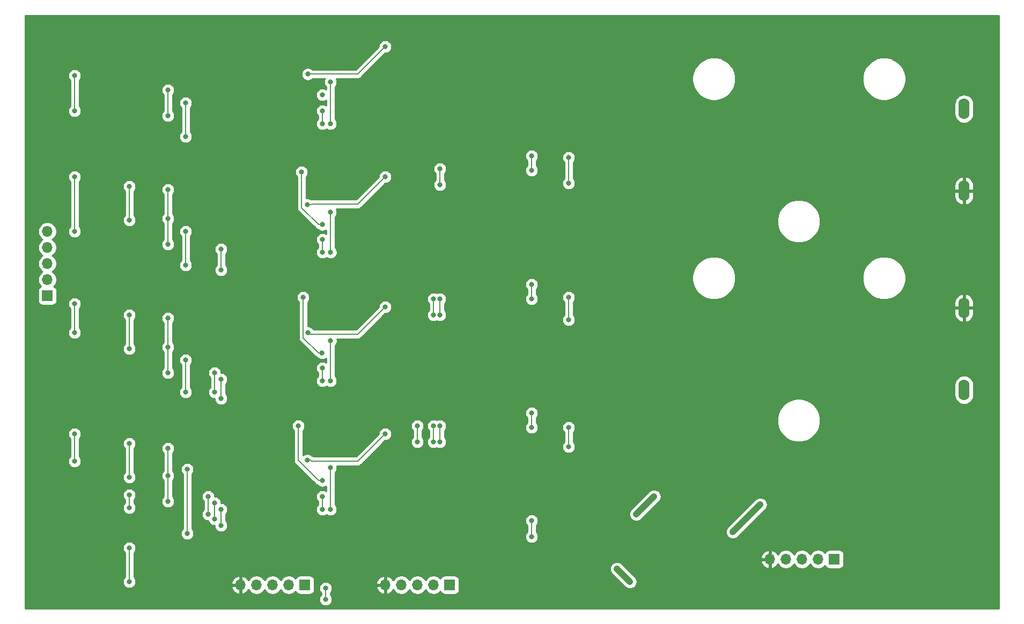
<source format=gbr>
G04 #@! TF.GenerationSoftware,KiCad,Pcbnew,(5.1.5)-3*
G04 #@! TF.CreationDate,2020-08-20T20:48:59-04:00*
G04 #@! TF.ProjectId,carte_v1,63617274-655f-4763-912e-6b696361645f,rev?*
G04 #@! TF.SameCoordinates,Original*
G04 #@! TF.FileFunction,Copper,L2,Bot*
G04 #@! TF.FilePolarity,Positive*
%FSLAX46Y46*%
G04 Gerber Fmt 4.6, Leading zero omitted, Abs format (unit mm)*
G04 Created by KiCad (PCBNEW (5.1.5)-3) date 2020-08-20 20:48:59*
%MOMM*%
%LPD*%
G04 APERTURE LIST*
%ADD10O,1.750000X3.300000*%
%ADD11R,1.700000X1.700000*%
%ADD12O,1.700000X1.700000*%
%ADD13C,0.800000*%
%ADD14C,1.000000*%
%ADD15C,0.200000*%
%ADD16C,0.254000*%
G04 APERTURE END LIST*
D10*
X233856001Y-73342001D03*
X233856001Y-60392001D03*
X233854000Y-91862000D03*
X233854000Y-104812000D03*
D11*
X89154000Y-89916000D03*
D12*
X89154000Y-87376000D03*
X89154000Y-84836000D03*
X89154000Y-82296000D03*
X89154000Y-79756000D03*
X119634000Y-135636000D03*
X122174000Y-135636000D03*
X124714000Y-135636000D03*
X127254000Y-135636000D03*
D11*
X129794000Y-135636000D03*
X152654000Y-135636000D03*
D12*
X150114000Y-135636000D03*
X147574000Y-135636000D03*
X145034000Y-135636000D03*
X142494000Y-135636000D03*
X203200000Y-131572000D03*
X205740000Y-131572000D03*
X208280000Y-131572000D03*
X210820000Y-131572000D03*
D11*
X213360000Y-131572000D03*
D13*
X175768000Y-127762000D03*
X187198000Y-132588000D03*
X183896000Y-126492000D03*
X179578000Y-128016000D03*
X175260000Y-119380000D03*
X175260000Y-117856000D03*
X170688000Y-131572000D03*
X172212000Y-133096000D03*
X173482000Y-95250000D03*
X173482000Y-100584000D03*
X161036000Y-90932000D03*
X157480000Y-84328000D03*
X155956000Y-82804000D03*
X155956000Y-80772000D03*
X161036000Y-70612000D03*
X157480000Y-64008000D03*
X155956000Y-62484000D03*
X155956000Y-60452000D03*
X155956000Y-58420000D03*
X161036000Y-50292000D03*
X173482000Y-54610000D03*
X175006000Y-56388000D03*
X175006000Y-58420000D03*
X173482000Y-74676000D03*
X173482000Y-80010000D03*
X157480000Y-104648000D03*
X155956000Y-103124000D03*
X155956000Y-101092000D03*
X155956000Y-99060000D03*
X161036000Y-111252000D03*
X157480000Y-125222000D03*
X155956000Y-123444000D03*
X155956000Y-121412000D03*
X155956000Y-119380000D03*
X155956000Y-78740000D03*
X173482000Y-59944000D03*
X173482000Y-121158000D03*
X173482000Y-115824000D03*
X136144000Y-125222000D03*
X142748000Y-117094000D03*
X142748000Y-115062000D03*
X135890000Y-104902000D03*
X142748000Y-97028000D03*
X142748000Y-94996000D03*
X136144000Y-84582000D03*
X142748000Y-76454000D03*
X142748000Y-74422000D03*
X136398000Y-64262000D03*
X142748000Y-55880000D03*
X142748000Y-53848000D03*
X113030000Y-55880000D03*
X114554000Y-54356000D03*
X114554000Y-52324000D03*
X113030000Y-50800000D03*
X97282000Y-59944000D03*
X95758000Y-58420000D03*
X97282000Y-80264000D03*
X95758000Y-78740000D03*
X113030000Y-76200000D03*
X114554000Y-74676000D03*
X114554000Y-72644000D03*
X113030000Y-71120000D03*
X113030000Y-96520000D03*
X114554000Y-94996000D03*
X114554000Y-92964000D03*
X113030000Y-91440000D03*
X95758000Y-97028000D03*
X95758000Y-99060000D03*
X97282000Y-100584000D03*
X97282000Y-120904000D03*
X95758000Y-119380000D03*
X95758000Y-117348000D03*
X113030000Y-116586000D03*
X113030000Y-111506000D03*
X113284000Y-133350000D03*
X114808000Y-131826000D03*
X114808000Y-129794000D03*
X97282000Y-137668000D03*
X95758000Y-136144000D03*
X95758000Y-134112000D03*
X100838000Y-125476000D03*
X99314000Y-123698000D03*
X155956000Y-50292000D03*
X155702000Y-70358000D03*
X155448000Y-90678000D03*
X155448000Y-110744000D03*
X123698000Y-58420000D03*
X123698000Y-60452000D03*
X123698000Y-78740000D03*
X123698000Y-80772000D03*
X123698000Y-99060000D03*
X123698000Y-101092000D03*
X123698000Y-119380000D03*
X123698000Y-121412000D03*
X182118000Y-124460000D03*
X184912000Y-121666000D03*
X179070000Y-133096000D03*
X181102000Y-135128000D03*
X197358000Y-127254000D03*
X201676000Y-122936000D03*
X111252000Y-117348000D03*
X133858000Y-117094000D03*
X133858000Y-56134000D03*
X133858000Y-76708000D03*
X133866001Y-97036001D03*
X133858000Y-123698000D03*
X133858000Y-103378000D03*
X133866001Y-83066001D03*
X133858000Y-62738000D03*
X171450000Y-113792000D03*
X171450000Y-110744000D03*
X171450000Y-93726000D03*
X171450000Y-90170000D03*
X171450000Y-72136000D03*
X171450000Y-68072000D03*
X110998000Y-105156000D03*
X110998000Y-100076000D03*
X110998000Y-85090000D03*
X110998000Y-79756000D03*
X110998000Y-64770000D03*
X110998000Y-59436000D03*
X111252000Y-127508000D03*
X133096000Y-137922000D03*
X133096000Y-136144000D03*
X132557999Y-119156001D03*
X132588000Y-123698000D03*
X132588000Y-121666000D03*
X128778000Y-110490000D03*
X132514001Y-98986001D03*
X132588000Y-103378000D03*
X132588000Y-101346000D03*
X129540000Y-90170000D03*
X132544001Y-78696001D03*
X132588000Y-83058000D03*
X132588000Y-81026000D03*
X129286000Y-70358000D03*
X132588000Y-58166000D03*
X132588000Y-62738000D03*
X132588000Y-60706000D03*
X165608000Y-128016000D03*
X165608000Y-125476000D03*
X165608000Y-110744000D03*
X165608000Y-108458000D03*
X165608000Y-90424000D03*
X165608000Y-88138000D03*
X165608000Y-70104000D03*
X165608000Y-67818000D03*
X102108000Y-135128000D03*
X102108000Y-123444000D03*
X102108000Y-121412000D03*
X102108000Y-118618000D03*
X102108000Y-129794000D03*
X102108000Y-113284000D03*
X102108000Y-98298000D03*
X102108000Y-92964000D03*
X102108000Y-77978000D03*
X102108000Y-72644000D03*
X116586000Y-126238000D03*
X116586000Y-123698000D03*
X116586000Y-106172000D03*
X116586000Y-103124000D03*
X116586000Y-85852000D03*
X116586000Y-82550000D03*
X115570000Y-125222000D03*
X115570000Y-122682000D03*
X115570000Y-105156000D03*
X115570000Y-102108000D03*
X114554000Y-124460000D03*
X114554000Y-121666000D03*
X130274001Y-54891999D03*
X142494000Y-50546000D03*
X151130000Y-113030000D03*
X151130000Y-110490000D03*
X151130000Y-92964000D03*
X151130000Y-90424000D03*
X151130000Y-72390000D03*
X151130000Y-69850000D03*
X130196001Y-75543999D03*
X142494000Y-71120000D03*
X150114000Y-113030000D03*
X150114000Y-110490000D03*
X150114000Y-92964000D03*
X150114000Y-90424000D03*
X130278001Y-95781999D03*
X142494000Y-91694000D03*
X147574000Y-113030000D03*
X147574000Y-110490000D03*
X130196001Y-115929999D03*
X142494000Y-111760000D03*
X93472000Y-116078000D03*
X93472000Y-111760000D03*
X93472000Y-95758000D03*
X93472000Y-91186000D03*
X93472000Y-79756000D03*
X93472000Y-71120000D03*
X93472000Y-60706000D03*
X93472000Y-55118000D03*
X108204000Y-122428000D03*
X108204000Y-114046000D03*
X108204000Y-118364000D03*
X108204000Y-102108000D03*
X108204000Y-98044000D03*
X108204000Y-93472000D03*
X108204000Y-81788000D03*
X108204000Y-77724000D03*
X108204000Y-73152000D03*
X108204000Y-61468000D03*
X108204000Y-57404000D03*
D14*
X182118000Y-124460000D02*
X184912000Y-121666000D01*
X184912000Y-121666000D02*
X184912000Y-121666000D01*
X179070000Y-133096000D02*
X181102000Y-135128000D01*
X181102000Y-135128000D02*
X181102000Y-135128000D01*
X197358000Y-127254000D02*
X201676000Y-122936000D01*
X201676000Y-122936000D02*
X201676000Y-122936000D01*
D15*
X111252000Y-127508000D02*
X111252000Y-127508000D01*
X111252000Y-127508000D02*
X111252000Y-117348000D01*
X111252000Y-117348000D02*
X111252000Y-117348000D01*
X133858000Y-123698000D02*
X133858000Y-117094000D01*
X133858000Y-97044002D02*
X133866001Y-97036001D01*
X133858000Y-103378000D02*
X133858000Y-97044002D01*
X133866001Y-76716001D02*
X133858000Y-76708000D01*
X133866001Y-83066001D02*
X133866001Y-76716001D01*
X133858000Y-62738000D02*
X133858000Y-56134000D01*
X171450000Y-113792000D02*
X171450000Y-110744000D01*
X171450000Y-110744000D02*
X171450000Y-110744000D01*
X171450000Y-93726000D02*
X171450000Y-90170000D01*
X171450000Y-90170000D02*
X171450000Y-90170000D01*
X171450000Y-72136000D02*
X171450000Y-68072000D01*
X171450000Y-68072000D02*
X171450000Y-68072000D01*
X110998000Y-105156000D02*
X110998000Y-100076000D01*
X110998000Y-100076000D02*
X110998000Y-100076000D01*
X110998000Y-85090000D02*
X110998000Y-79756000D01*
X110998000Y-79756000D02*
X110998000Y-79756000D01*
X110998000Y-64770000D02*
X110998000Y-59436000D01*
X110998000Y-59436000D02*
X110998000Y-59436000D01*
X111252000Y-127508000D02*
X111252000Y-127508000D01*
X133096000Y-137922000D02*
X133096000Y-136144000D01*
X133096000Y-136144000D02*
X133096000Y-136144000D01*
X132588000Y-123698000D02*
X132588000Y-121666000D01*
X132588000Y-121666000D02*
X132588000Y-121666000D01*
X131992314Y-119156001D02*
X128778000Y-115941687D01*
X132557999Y-119156001D02*
X131992314Y-119156001D01*
X128778000Y-115941687D02*
X128778000Y-110490000D01*
X128778000Y-110490000D02*
X128778000Y-110490000D01*
X132588000Y-103378000D02*
X132588000Y-101346000D01*
X132588000Y-101346000D02*
X132588000Y-101346000D01*
X131948316Y-98986001D02*
X129540000Y-96577685D01*
X132514001Y-98986001D02*
X131948316Y-98986001D01*
X129540000Y-96577685D02*
X129540000Y-90170000D01*
X129540000Y-90170000D02*
X129540000Y-90170000D01*
X132588000Y-83058000D02*
X132588000Y-81026000D01*
X132588000Y-81026000D02*
X132588000Y-81026000D01*
X131978316Y-78696001D02*
X129286000Y-76003685D01*
X132544001Y-78696001D02*
X131978316Y-78696001D01*
X129286000Y-76003685D02*
X129286000Y-70358000D01*
X129286000Y-70358000D02*
X129286000Y-70358000D01*
X132588000Y-62738000D02*
X132588000Y-60706000D01*
X132588000Y-60706000D02*
X132588000Y-60706000D01*
X165608000Y-128016000D02*
X165608000Y-125476000D01*
X165608000Y-125476000D02*
X165608000Y-125476000D01*
X165608000Y-110744000D02*
X165608000Y-108458000D01*
X165608000Y-108458000D02*
X165608000Y-108458000D01*
X165608000Y-90424000D02*
X165608000Y-88138000D01*
X165608000Y-88138000D02*
X165608000Y-88138000D01*
X165608000Y-70104000D02*
X165608000Y-67818000D01*
X165608000Y-67818000D02*
X165608000Y-67818000D01*
X102108000Y-123444000D02*
X102108000Y-121412000D01*
X102108000Y-121412000D02*
X102108000Y-121412000D01*
X102108000Y-135128000D02*
X102108000Y-129794000D01*
X102108000Y-129794000D02*
X102108000Y-129794000D01*
X102108000Y-118618000D02*
X102108000Y-113284000D01*
X102108000Y-113284000D02*
X102108000Y-113284000D01*
X102108000Y-98298000D02*
X102108000Y-92964000D01*
X102108000Y-92964000D02*
X102108000Y-92964000D01*
X102108000Y-77978000D02*
X102108000Y-72644000D01*
X102108000Y-72644000D02*
X102108000Y-72644000D01*
X116586000Y-126238000D02*
X116586000Y-123698000D01*
X116586000Y-123698000D02*
X116586000Y-123698000D01*
X116586000Y-106172000D02*
X116586000Y-103124000D01*
X116586000Y-103124000D02*
X116586000Y-103124000D01*
X116586000Y-85852000D02*
X116586000Y-82550000D01*
X116586000Y-82550000D02*
X116586000Y-82550000D01*
X115570000Y-125222000D02*
X115570000Y-122682000D01*
X115570000Y-122682000D02*
X115570000Y-122682000D01*
X115570000Y-105156000D02*
X115570000Y-102108000D01*
X115570000Y-102108000D02*
X115570000Y-102108000D01*
X114554000Y-124460000D02*
X114554000Y-121666000D01*
X114554000Y-121666000D02*
X114554000Y-121666000D01*
X130274001Y-54891999D02*
X138148001Y-54891999D01*
X138148001Y-54891999D02*
X142494000Y-50546000D01*
X142494000Y-50546000D02*
X142494000Y-50546000D01*
X151130000Y-113030000D02*
X151130000Y-110490000D01*
X151130000Y-110490000D02*
X151130000Y-110490000D01*
X151130000Y-92964000D02*
X151130000Y-90424000D01*
X151130000Y-90424000D02*
X151130000Y-90424000D01*
X151130000Y-72390000D02*
X151130000Y-69850000D01*
X151130000Y-69850000D02*
X151130000Y-69850000D01*
X130761686Y-75543999D02*
X130867685Y-75438000D01*
X130196001Y-75543999D02*
X130761686Y-75543999D01*
X130867685Y-75438000D02*
X138176000Y-75438000D01*
X138176000Y-75438000D02*
X142494000Y-71120000D01*
X142494000Y-71120000D02*
X142494000Y-71120000D01*
X150114000Y-113030000D02*
X150114000Y-110490000D01*
X150114000Y-110490000D02*
X150114000Y-110490000D01*
X150114000Y-92964000D02*
X150114000Y-90424000D01*
X150114000Y-90424000D02*
X150114000Y-90424000D01*
X130278001Y-95781999D02*
X130325999Y-95781999D01*
X130325999Y-95781999D02*
X130556000Y-96012000D01*
X130556000Y-96012000D02*
X138176000Y-96012000D01*
X138176000Y-96012000D02*
X142494000Y-91694000D01*
X142494000Y-91694000D02*
X142494000Y-91694000D01*
X147574000Y-113030000D02*
X147574000Y-110490000D01*
X147574000Y-110490000D02*
X147574000Y-110490000D01*
X130761686Y-115929999D02*
X130909687Y-116078000D01*
X130196001Y-115929999D02*
X130761686Y-115929999D01*
X130909687Y-116078000D02*
X138176000Y-116078000D01*
X138176000Y-116078000D02*
X142494000Y-111760000D01*
X142494000Y-111760000D02*
X142494000Y-111760000D01*
X93472000Y-116078000D02*
X93472000Y-111760000D01*
X93472000Y-111760000D02*
X93472000Y-111760000D01*
X93472000Y-95758000D02*
X93472000Y-91186000D01*
X93472000Y-91186000D02*
X93472000Y-91186000D01*
X93472000Y-79756000D02*
X93472000Y-71120000D01*
X93472000Y-71120000D02*
X93472000Y-71120000D01*
X93472000Y-60706000D02*
X93472000Y-55118000D01*
X93472000Y-55118000D02*
X93472000Y-55118000D01*
X108204000Y-122428000D02*
X108204000Y-118364000D01*
X108204000Y-118364000D02*
X108204000Y-114046000D01*
X108204000Y-114046000D02*
X108204000Y-114046000D01*
X108204000Y-118364000D02*
X108204000Y-118364000D01*
X108204000Y-102108000D02*
X108204000Y-98044000D01*
X108204000Y-98044000D02*
X108204000Y-93472000D01*
X108204000Y-93472000D02*
X108204000Y-93472000D01*
X108204000Y-81788000D02*
X108204000Y-77724000D01*
X108204000Y-77724000D02*
X108204000Y-73152000D01*
X108204000Y-73152000D02*
X108204000Y-73152000D01*
X108204000Y-61468000D02*
X108204000Y-57404000D01*
X108204000Y-57404000D02*
X108204000Y-57404000D01*
D16*
G36*
X239340000Y-139340000D02*
G01*
X85660000Y-139340000D01*
X85660000Y-129692061D01*
X101073000Y-129692061D01*
X101073000Y-129895939D01*
X101112774Y-130095898D01*
X101190795Y-130284256D01*
X101304063Y-130453774D01*
X101373001Y-130522712D01*
X101373000Y-134399289D01*
X101304063Y-134468226D01*
X101190795Y-134637744D01*
X101112774Y-134826102D01*
X101073000Y-135026061D01*
X101073000Y-135229939D01*
X101112774Y-135429898D01*
X101190795Y-135618256D01*
X101304063Y-135787774D01*
X101448226Y-135931937D01*
X101617744Y-136045205D01*
X101806102Y-136123226D01*
X102006061Y-136163000D01*
X102209939Y-136163000D01*
X102409898Y-136123226D01*
X102598256Y-136045205D01*
X102676549Y-135992891D01*
X118192519Y-135992891D01*
X118289843Y-136267252D01*
X118438822Y-136517355D01*
X118633731Y-136733588D01*
X118867080Y-136907641D01*
X119129901Y-137032825D01*
X119277110Y-137077476D01*
X119507000Y-136956155D01*
X119507000Y-135763000D01*
X118313186Y-135763000D01*
X118192519Y-135992891D01*
X102676549Y-135992891D01*
X102767774Y-135931937D01*
X102911937Y-135787774D01*
X103025205Y-135618256D01*
X103103226Y-135429898D01*
X103133219Y-135279109D01*
X118192519Y-135279109D01*
X118313186Y-135509000D01*
X119507000Y-135509000D01*
X119507000Y-134315845D01*
X119761000Y-134315845D01*
X119761000Y-135509000D01*
X119781000Y-135509000D01*
X119781000Y-135763000D01*
X119761000Y-135763000D01*
X119761000Y-136956155D01*
X119990890Y-137077476D01*
X120138099Y-137032825D01*
X120400920Y-136907641D01*
X120634269Y-136733588D01*
X120829178Y-136517355D01*
X120898805Y-136400466D01*
X121020525Y-136582632D01*
X121227368Y-136789475D01*
X121470589Y-136951990D01*
X121740842Y-137063932D01*
X122027740Y-137121000D01*
X122320260Y-137121000D01*
X122607158Y-137063932D01*
X122877411Y-136951990D01*
X123120632Y-136789475D01*
X123327475Y-136582632D01*
X123444000Y-136408240D01*
X123560525Y-136582632D01*
X123767368Y-136789475D01*
X124010589Y-136951990D01*
X124280842Y-137063932D01*
X124567740Y-137121000D01*
X124860260Y-137121000D01*
X125147158Y-137063932D01*
X125417411Y-136951990D01*
X125660632Y-136789475D01*
X125867475Y-136582632D01*
X125984000Y-136408240D01*
X126100525Y-136582632D01*
X126307368Y-136789475D01*
X126550589Y-136951990D01*
X126820842Y-137063932D01*
X127107740Y-137121000D01*
X127400260Y-137121000D01*
X127687158Y-137063932D01*
X127957411Y-136951990D01*
X128200632Y-136789475D01*
X128332487Y-136657620D01*
X128354498Y-136730180D01*
X128413463Y-136840494D01*
X128492815Y-136937185D01*
X128589506Y-137016537D01*
X128699820Y-137075502D01*
X128819518Y-137111812D01*
X128944000Y-137124072D01*
X130644000Y-137124072D01*
X130768482Y-137111812D01*
X130888180Y-137075502D01*
X130998494Y-137016537D01*
X131095185Y-136937185D01*
X131174537Y-136840494D01*
X131233502Y-136730180D01*
X131269812Y-136610482D01*
X131282072Y-136486000D01*
X131282072Y-136042061D01*
X132061000Y-136042061D01*
X132061000Y-136245939D01*
X132100774Y-136445898D01*
X132178795Y-136634256D01*
X132292063Y-136803774D01*
X132361001Y-136872712D01*
X132361000Y-137193289D01*
X132292063Y-137262226D01*
X132178795Y-137431744D01*
X132100774Y-137620102D01*
X132061000Y-137820061D01*
X132061000Y-138023939D01*
X132100774Y-138223898D01*
X132178795Y-138412256D01*
X132292063Y-138581774D01*
X132436226Y-138725937D01*
X132605744Y-138839205D01*
X132794102Y-138917226D01*
X132994061Y-138957000D01*
X133197939Y-138957000D01*
X133397898Y-138917226D01*
X133586256Y-138839205D01*
X133755774Y-138725937D01*
X133899937Y-138581774D01*
X134013205Y-138412256D01*
X134091226Y-138223898D01*
X134131000Y-138023939D01*
X134131000Y-137820061D01*
X134091226Y-137620102D01*
X134013205Y-137431744D01*
X133899937Y-137262226D01*
X133831000Y-137193289D01*
X133831000Y-136872711D01*
X133899937Y-136803774D01*
X134013205Y-136634256D01*
X134091226Y-136445898D01*
X134131000Y-136245939D01*
X134131000Y-136042061D01*
X134121220Y-135992891D01*
X141052519Y-135992891D01*
X141149843Y-136267252D01*
X141298822Y-136517355D01*
X141493731Y-136733588D01*
X141727080Y-136907641D01*
X141989901Y-137032825D01*
X142137110Y-137077476D01*
X142367000Y-136956155D01*
X142367000Y-135763000D01*
X141173186Y-135763000D01*
X141052519Y-135992891D01*
X134121220Y-135992891D01*
X134091226Y-135842102D01*
X134013205Y-135653744D01*
X133899937Y-135484226D01*
X133755774Y-135340063D01*
X133664550Y-135279109D01*
X141052519Y-135279109D01*
X141173186Y-135509000D01*
X142367000Y-135509000D01*
X142367000Y-134315845D01*
X142621000Y-134315845D01*
X142621000Y-135509000D01*
X142641000Y-135509000D01*
X142641000Y-135763000D01*
X142621000Y-135763000D01*
X142621000Y-136956155D01*
X142850890Y-137077476D01*
X142998099Y-137032825D01*
X143260920Y-136907641D01*
X143494269Y-136733588D01*
X143689178Y-136517355D01*
X143758805Y-136400466D01*
X143880525Y-136582632D01*
X144087368Y-136789475D01*
X144330589Y-136951990D01*
X144600842Y-137063932D01*
X144887740Y-137121000D01*
X145180260Y-137121000D01*
X145467158Y-137063932D01*
X145737411Y-136951990D01*
X145980632Y-136789475D01*
X146187475Y-136582632D01*
X146304000Y-136408240D01*
X146420525Y-136582632D01*
X146627368Y-136789475D01*
X146870589Y-136951990D01*
X147140842Y-137063932D01*
X147427740Y-137121000D01*
X147720260Y-137121000D01*
X148007158Y-137063932D01*
X148277411Y-136951990D01*
X148520632Y-136789475D01*
X148727475Y-136582632D01*
X148844000Y-136408240D01*
X148960525Y-136582632D01*
X149167368Y-136789475D01*
X149410589Y-136951990D01*
X149680842Y-137063932D01*
X149967740Y-137121000D01*
X150260260Y-137121000D01*
X150547158Y-137063932D01*
X150817411Y-136951990D01*
X151060632Y-136789475D01*
X151192487Y-136657620D01*
X151214498Y-136730180D01*
X151273463Y-136840494D01*
X151352815Y-136937185D01*
X151449506Y-137016537D01*
X151559820Y-137075502D01*
X151679518Y-137111812D01*
X151804000Y-137124072D01*
X153504000Y-137124072D01*
X153628482Y-137111812D01*
X153748180Y-137075502D01*
X153858494Y-137016537D01*
X153955185Y-136937185D01*
X154034537Y-136840494D01*
X154093502Y-136730180D01*
X154129812Y-136610482D01*
X154142072Y-136486000D01*
X154142072Y-134786000D01*
X154129812Y-134661518D01*
X154093502Y-134541820D01*
X154034537Y-134431506D01*
X153955185Y-134334815D01*
X153858494Y-134255463D01*
X153748180Y-134196498D01*
X153628482Y-134160188D01*
X153504000Y-134147928D01*
X151804000Y-134147928D01*
X151679518Y-134160188D01*
X151559820Y-134196498D01*
X151449506Y-134255463D01*
X151352815Y-134334815D01*
X151273463Y-134431506D01*
X151214498Y-134541820D01*
X151192487Y-134614380D01*
X151060632Y-134482525D01*
X150817411Y-134320010D01*
X150547158Y-134208068D01*
X150260260Y-134151000D01*
X149967740Y-134151000D01*
X149680842Y-134208068D01*
X149410589Y-134320010D01*
X149167368Y-134482525D01*
X148960525Y-134689368D01*
X148844000Y-134863760D01*
X148727475Y-134689368D01*
X148520632Y-134482525D01*
X148277411Y-134320010D01*
X148007158Y-134208068D01*
X147720260Y-134151000D01*
X147427740Y-134151000D01*
X147140842Y-134208068D01*
X146870589Y-134320010D01*
X146627368Y-134482525D01*
X146420525Y-134689368D01*
X146304000Y-134863760D01*
X146187475Y-134689368D01*
X145980632Y-134482525D01*
X145737411Y-134320010D01*
X145467158Y-134208068D01*
X145180260Y-134151000D01*
X144887740Y-134151000D01*
X144600842Y-134208068D01*
X144330589Y-134320010D01*
X144087368Y-134482525D01*
X143880525Y-134689368D01*
X143758805Y-134871534D01*
X143689178Y-134754645D01*
X143494269Y-134538412D01*
X143260920Y-134364359D01*
X142998099Y-134239175D01*
X142850890Y-134194524D01*
X142621000Y-134315845D01*
X142367000Y-134315845D01*
X142137110Y-134194524D01*
X141989901Y-134239175D01*
X141727080Y-134364359D01*
X141493731Y-134538412D01*
X141298822Y-134754645D01*
X141149843Y-135004748D01*
X141052519Y-135279109D01*
X133664550Y-135279109D01*
X133586256Y-135226795D01*
X133397898Y-135148774D01*
X133197939Y-135109000D01*
X132994061Y-135109000D01*
X132794102Y-135148774D01*
X132605744Y-135226795D01*
X132436226Y-135340063D01*
X132292063Y-135484226D01*
X132178795Y-135653744D01*
X132100774Y-135842102D01*
X132061000Y-136042061D01*
X131282072Y-136042061D01*
X131282072Y-134786000D01*
X131269812Y-134661518D01*
X131233502Y-134541820D01*
X131174537Y-134431506D01*
X131095185Y-134334815D01*
X130998494Y-134255463D01*
X130888180Y-134196498D01*
X130768482Y-134160188D01*
X130644000Y-134147928D01*
X128944000Y-134147928D01*
X128819518Y-134160188D01*
X128699820Y-134196498D01*
X128589506Y-134255463D01*
X128492815Y-134334815D01*
X128413463Y-134431506D01*
X128354498Y-134541820D01*
X128332487Y-134614380D01*
X128200632Y-134482525D01*
X127957411Y-134320010D01*
X127687158Y-134208068D01*
X127400260Y-134151000D01*
X127107740Y-134151000D01*
X126820842Y-134208068D01*
X126550589Y-134320010D01*
X126307368Y-134482525D01*
X126100525Y-134689368D01*
X125984000Y-134863760D01*
X125867475Y-134689368D01*
X125660632Y-134482525D01*
X125417411Y-134320010D01*
X125147158Y-134208068D01*
X124860260Y-134151000D01*
X124567740Y-134151000D01*
X124280842Y-134208068D01*
X124010589Y-134320010D01*
X123767368Y-134482525D01*
X123560525Y-134689368D01*
X123444000Y-134863760D01*
X123327475Y-134689368D01*
X123120632Y-134482525D01*
X122877411Y-134320010D01*
X122607158Y-134208068D01*
X122320260Y-134151000D01*
X122027740Y-134151000D01*
X121740842Y-134208068D01*
X121470589Y-134320010D01*
X121227368Y-134482525D01*
X121020525Y-134689368D01*
X120898805Y-134871534D01*
X120829178Y-134754645D01*
X120634269Y-134538412D01*
X120400920Y-134364359D01*
X120138099Y-134239175D01*
X119990890Y-134194524D01*
X119761000Y-134315845D01*
X119507000Y-134315845D01*
X119277110Y-134194524D01*
X119129901Y-134239175D01*
X118867080Y-134364359D01*
X118633731Y-134538412D01*
X118438822Y-134754645D01*
X118289843Y-135004748D01*
X118192519Y-135279109D01*
X103133219Y-135279109D01*
X103143000Y-135229939D01*
X103143000Y-135026061D01*
X103103226Y-134826102D01*
X103025205Y-134637744D01*
X102911937Y-134468226D01*
X102843000Y-134399289D01*
X102843000Y-133096000D01*
X177929509Y-133096000D01*
X177951423Y-133318498D01*
X178016324Y-133532446D01*
X178121717Y-133729622D01*
X178228012Y-133859143D01*
X180260009Y-135891141D01*
X180295551Y-135934449D01*
X180468377Y-136076284D01*
X180665553Y-136181676D01*
X180879501Y-136246577D01*
X181102000Y-136268491D01*
X181157751Y-136263000D01*
X181157752Y-136263000D01*
X181324499Y-136246577D01*
X181538447Y-136181676D01*
X181735623Y-136076284D01*
X181908449Y-135934449D01*
X182050284Y-135761623D01*
X182155676Y-135564447D01*
X182220577Y-135350499D01*
X182242491Y-135128000D01*
X182220577Y-134905501D01*
X182155676Y-134691553D01*
X182050284Y-134494377D01*
X181908449Y-134321551D01*
X181865141Y-134286009D01*
X179833143Y-132254012D01*
X179703622Y-132147717D01*
X179506446Y-132042324D01*
X179292498Y-131977423D01*
X179070000Y-131955509D01*
X178847502Y-131977423D01*
X178633554Y-132042324D01*
X178436378Y-132147717D01*
X178263552Y-132289552D01*
X178121717Y-132462378D01*
X178016324Y-132659554D01*
X177951423Y-132873502D01*
X177929509Y-133096000D01*
X102843000Y-133096000D01*
X102843000Y-131928891D01*
X201758519Y-131928891D01*
X201855843Y-132203252D01*
X202004822Y-132453355D01*
X202199731Y-132669588D01*
X202433080Y-132843641D01*
X202695901Y-132968825D01*
X202843110Y-133013476D01*
X203073000Y-132892155D01*
X203073000Y-131699000D01*
X201879186Y-131699000D01*
X201758519Y-131928891D01*
X102843000Y-131928891D01*
X102843000Y-131215109D01*
X201758519Y-131215109D01*
X201879186Y-131445000D01*
X203073000Y-131445000D01*
X203073000Y-130251845D01*
X203327000Y-130251845D01*
X203327000Y-131445000D01*
X203347000Y-131445000D01*
X203347000Y-131699000D01*
X203327000Y-131699000D01*
X203327000Y-132892155D01*
X203556890Y-133013476D01*
X203704099Y-132968825D01*
X203966920Y-132843641D01*
X204200269Y-132669588D01*
X204395178Y-132453355D01*
X204464805Y-132336466D01*
X204586525Y-132518632D01*
X204793368Y-132725475D01*
X205036589Y-132887990D01*
X205306842Y-132999932D01*
X205593740Y-133057000D01*
X205886260Y-133057000D01*
X206173158Y-132999932D01*
X206443411Y-132887990D01*
X206686632Y-132725475D01*
X206893475Y-132518632D01*
X207010000Y-132344240D01*
X207126525Y-132518632D01*
X207333368Y-132725475D01*
X207576589Y-132887990D01*
X207846842Y-132999932D01*
X208133740Y-133057000D01*
X208426260Y-133057000D01*
X208713158Y-132999932D01*
X208983411Y-132887990D01*
X209226632Y-132725475D01*
X209433475Y-132518632D01*
X209550000Y-132344240D01*
X209666525Y-132518632D01*
X209873368Y-132725475D01*
X210116589Y-132887990D01*
X210386842Y-132999932D01*
X210673740Y-133057000D01*
X210966260Y-133057000D01*
X211253158Y-132999932D01*
X211523411Y-132887990D01*
X211766632Y-132725475D01*
X211898487Y-132593620D01*
X211920498Y-132666180D01*
X211979463Y-132776494D01*
X212058815Y-132873185D01*
X212155506Y-132952537D01*
X212265820Y-133011502D01*
X212385518Y-133047812D01*
X212510000Y-133060072D01*
X214210000Y-133060072D01*
X214334482Y-133047812D01*
X214454180Y-133011502D01*
X214564494Y-132952537D01*
X214661185Y-132873185D01*
X214740537Y-132776494D01*
X214799502Y-132666180D01*
X214835812Y-132546482D01*
X214848072Y-132422000D01*
X214848072Y-130722000D01*
X214835812Y-130597518D01*
X214799502Y-130477820D01*
X214740537Y-130367506D01*
X214661185Y-130270815D01*
X214564494Y-130191463D01*
X214454180Y-130132498D01*
X214334482Y-130096188D01*
X214210000Y-130083928D01*
X212510000Y-130083928D01*
X212385518Y-130096188D01*
X212265820Y-130132498D01*
X212155506Y-130191463D01*
X212058815Y-130270815D01*
X211979463Y-130367506D01*
X211920498Y-130477820D01*
X211898487Y-130550380D01*
X211766632Y-130418525D01*
X211523411Y-130256010D01*
X211253158Y-130144068D01*
X210966260Y-130087000D01*
X210673740Y-130087000D01*
X210386842Y-130144068D01*
X210116589Y-130256010D01*
X209873368Y-130418525D01*
X209666525Y-130625368D01*
X209550000Y-130799760D01*
X209433475Y-130625368D01*
X209226632Y-130418525D01*
X208983411Y-130256010D01*
X208713158Y-130144068D01*
X208426260Y-130087000D01*
X208133740Y-130087000D01*
X207846842Y-130144068D01*
X207576589Y-130256010D01*
X207333368Y-130418525D01*
X207126525Y-130625368D01*
X207010000Y-130799760D01*
X206893475Y-130625368D01*
X206686632Y-130418525D01*
X206443411Y-130256010D01*
X206173158Y-130144068D01*
X205886260Y-130087000D01*
X205593740Y-130087000D01*
X205306842Y-130144068D01*
X205036589Y-130256010D01*
X204793368Y-130418525D01*
X204586525Y-130625368D01*
X204464805Y-130807534D01*
X204395178Y-130690645D01*
X204200269Y-130474412D01*
X203966920Y-130300359D01*
X203704099Y-130175175D01*
X203556890Y-130130524D01*
X203327000Y-130251845D01*
X203073000Y-130251845D01*
X202843110Y-130130524D01*
X202695901Y-130175175D01*
X202433080Y-130300359D01*
X202199731Y-130474412D01*
X202004822Y-130690645D01*
X201855843Y-130940748D01*
X201758519Y-131215109D01*
X102843000Y-131215109D01*
X102843000Y-130522711D01*
X102911937Y-130453774D01*
X103025205Y-130284256D01*
X103103226Y-130095898D01*
X103143000Y-129895939D01*
X103143000Y-129692061D01*
X103103226Y-129492102D01*
X103025205Y-129303744D01*
X102911937Y-129134226D01*
X102767774Y-128990063D01*
X102598256Y-128876795D01*
X102409898Y-128798774D01*
X102209939Y-128759000D01*
X102006061Y-128759000D01*
X101806102Y-128798774D01*
X101617744Y-128876795D01*
X101448226Y-128990063D01*
X101304063Y-129134226D01*
X101190795Y-129303744D01*
X101112774Y-129492102D01*
X101073000Y-129692061D01*
X85660000Y-129692061D01*
X85660000Y-121310061D01*
X101073000Y-121310061D01*
X101073000Y-121513939D01*
X101112774Y-121713898D01*
X101190795Y-121902256D01*
X101304063Y-122071774D01*
X101373001Y-122140712D01*
X101373000Y-122715289D01*
X101304063Y-122784226D01*
X101190795Y-122953744D01*
X101112774Y-123142102D01*
X101073000Y-123342061D01*
X101073000Y-123545939D01*
X101112774Y-123745898D01*
X101190795Y-123934256D01*
X101304063Y-124103774D01*
X101448226Y-124247937D01*
X101617744Y-124361205D01*
X101806102Y-124439226D01*
X102006061Y-124479000D01*
X102209939Y-124479000D01*
X102409898Y-124439226D01*
X102598256Y-124361205D01*
X102767774Y-124247937D01*
X102911937Y-124103774D01*
X103025205Y-123934256D01*
X103103226Y-123745898D01*
X103143000Y-123545939D01*
X103143000Y-123342061D01*
X103103226Y-123142102D01*
X103025205Y-122953744D01*
X102911937Y-122784226D01*
X102843000Y-122715289D01*
X102843000Y-122140711D01*
X102911937Y-122071774D01*
X103025205Y-121902256D01*
X103103226Y-121713898D01*
X103143000Y-121513939D01*
X103143000Y-121310061D01*
X103103226Y-121110102D01*
X103025205Y-120921744D01*
X102911937Y-120752226D01*
X102767774Y-120608063D01*
X102598256Y-120494795D01*
X102409898Y-120416774D01*
X102209939Y-120377000D01*
X102006061Y-120377000D01*
X101806102Y-120416774D01*
X101617744Y-120494795D01*
X101448226Y-120608063D01*
X101304063Y-120752226D01*
X101190795Y-120921744D01*
X101112774Y-121110102D01*
X101073000Y-121310061D01*
X85660000Y-121310061D01*
X85660000Y-111658061D01*
X92437000Y-111658061D01*
X92437000Y-111861939D01*
X92476774Y-112061898D01*
X92554795Y-112250256D01*
X92668063Y-112419774D01*
X92737001Y-112488712D01*
X92737000Y-115349289D01*
X92668063Y-115418226D01*
X92554795Y-115587744D01*
X92476774Y-115776102D01*
X92437000Y-115976061D01*
X92437000Y-116179939D01*
X92476774Y-116379898D01*
X92554795Y-116568256D01*
X92668063Y-116737774D01*
X92812226Y-116881937D01*
X92981744Y-116995205D01*
X93170102Y-117073226D01*
X93370061Y-117113000D01*
X93573939Y-117113000D01*
X93773898Y-117073226D01*
X93962256Y-116995205D01*
X94131774Y-116881937D01*
X94275937Y-116737774D01*
X94389205Y-116568256D01*
X94467226Y-116379898D01*
X94507000Y-116179939D01*
X94507000Y-115976061D01*
X94467226Y-115776102D01*
X94389205Y-115587744D01*
X94275937Y-115418226D01*
X94207000Y-115349289D01*
X94207000Y-113182061D01*
X101073000Y-113182061D01*
X101073000Y-113385939D01*
X101112774Y-113585898D01*
X101190795Y-113774256D01*
X101304063Y-113943774D01*
X101373001Y-114012712D01*
X101373000Y-117889289D01*
X101304063Y-117958226D01*
X101190795Y-118127744D01*
X101112774Y-118316102D01*
X101073000Y-118516061D01*
X101073000Y-118719939D01*
X101112774Y-118919898D01*
X101190795Y-119108256D01*
X101304063Y-119277774D01*
X101448226Y-119421937D01*
X101617744Y-119535205D01*
X101806102Y-119613226D01*
X102006061Y-119653000D01*
X102209939Y-119653000D01*
X102409898Y-119613226D01*
X102598256Y-119535205D01*
X102767774Y-119421937D01*
X102911937Y-119277774D01*
X103025205Y-119108256D01*
X103103226Y-118919898D01*
X103143000Y-118719939D01*
X103143000Y-118516061D01*
X103103226Y-118316102D01*
X103025205Y-118127744D01*
X102911937Y-117958226D01*
X102843000Y-117889289D01*
X102843000Y-114012711D01*
X102911650Y-113944061D01*
X107169000Y-113944061D01*
X107169000Y-114147939D01*
X107208774Y-114347898D01*
X107286795Y-114536256D01*
X107400063Y-114705774D01*
X107469001Y-114774712D01*
X107469000Y-117635289D01*
X107400063Y-117704226D01*
X107286795Y-117873744D01*
X107208774Y-118062102D01*
X107169000Y-118262061D01*
X107169000Y-118465939D01*
X107208774Y-118665898D01*
X107286795Y-118854256D01*
X107400063Y-119023774D01*
X107469001Y-119092712D01*
X107469000Y-121699289D01*
X107400063Y-121768226D01*
X107286795Y-121937744D01*
X107208774Y-122126102D01*
X107169000Y-122326061D01*
X107169000Y-122529939D01*
X107208774Y-122729898D01*
X107286795Y-122918256D01*
X107400063Y-123087774D01*
X107544226Y-123231937D01*
X107713744Y-123345205D01*
X107902102Y-123423226D01*
X108102061Y-123463000D01*
X108305939Y-123463000D01*
X108505898Y-123423226D01*
X108694256Y-123345205D01*
X108863774Y-123231937D01*
X109007937Y-123087774D01*
X109121205Y-122918256D01*
X109199226Y-122729898D01*
X109239000Y-122529939D01*
X109239000Y-122326061D01*
X109199226Y-122126102D01*
X109121205Y-121937744D01*
X109007937Y-121768226D01*
X108939000Y-121699289D01*
X108939000Y-119092711D01*
X109007937Y-119023774D01*
X109121205Y-118854256D01*
X109199226Y-118665898D01*
X109239000Y-118465939D01*
X109239000Y-118262061D01*
X109199226Y-118062102D01*
X109121205Y-117873744D01*
X109007937Y-117704226D01*
X108939000Y-117635289D01*
X108939000Y-117246061D01*
X110217000Y-117246061D01*
X110217000Y-117449939D01*
X110256774Y-117649898D01*
X110334795Y-117838256D01*
X110448063Y-118007774D01*
X110517001Y-118076712D01*
X110517000Y-126779289D01*
X110448063Y-126848226D01*
X110334795Y-127017744D01*
X110256774Y-127206102D01*
X110217000Y-127406061D01*
X110217000Y-127609939D01*
X110256774Y-127809898D01*
X110334795Y-127998256D01*
X110448063Y-128167774D01*
X110592226Y-128311937D01*
X110761744Y-128425205D01*
X110950102Y-128503226D01*
X111150061Y-128543000D01*
X111353939Y-128543000D01*
X111553898Y-128503226D01*
X111742256Y-128425205D01*
X111911774Y-128311937D01*
X112055937Y-128167774D01*
X112169205Y-127998256D01*
X112247226Y-127809898D01*
X112287000Y-127609939D01*
X112287000Y-127406061D01*
X112247226Y-127206102D01*
X112169205Y-127017744D01*
X112055937Y-126848226D01*
X111987000Y-126779289D01*
X111987000Y-121564061D01*
X113519000Y-121564061D01*
X113519000Y-121767939D01*
X113558774Y-121967898D01*
X113636795Y-122156256D01*
X113750063Y-122325774D01*
X113819001Y-122394712D01*
X113819000Y-123731289D01*
X113750063Y-123800226D01*
X113636795Y-123969744D01*
X113558774Y-124158102D01*
X113519000Y-124358061D01*
X113519000Y-124561939D01*
X113558774Y-124761898D01*
X113636795Y-124950256D01*
X113750063Y-125119774D01*
X113894226Y-125263937D01*
X114063744Y-125377205D01*
X114252102Y-125455226D01*
X114452061Y-125495000D01*
X114569026Y-125495000D01*
X114574774Y-125523898D01*
X114652795Y-125712256D01*
X114766063Y-125881774D01*
X114910226Y-126025937D01*
X115079744Y-126139205D01*
X115268102Y-126217226D01*
X115468061Y-126257000D01*
X115551000Y-126257000D01*
X115551000Y-126339939D01*
X115590774Y-126539898D01*
X115668795Y-126728256D01*
X115782063Y-126897774D01*
X115926226Y-127041937D01*
X116095744Y-127155205D01*
X116284102Y-127233226D01*
X116484061Y-127273000D01*
X116687939Y-127273000D01*
X116887898Y-127233226D01*
X117076256Y-127155205D01*
X117245774Y-127041937D01*
X117389937Y-126897774D01*
X117503205Y-126728256D01*
X117581226Y-126539898D01*
X117621000Y-126339939D01*
X117621000Y-126136061D01*
X117581226Y-125936102D01*
X117503205Y-125747744D01*
X117389937Y-125578226D01*
X117321000Y-125509289D01*
X117321000Y-125374061D01*
X164573000Y-125374061D01*
X164573000Y-125577939D01*
X164612774Y-125777898D01*
X164690795Y-125966256D01*
X164804063Y-126135774D01*
X164873001Y-126204712D01*
X164873000Y-127287289D01*
X164804063Y-127356226D01*
X164690795Y-127525744D01*
X164612774Y-127714102D01*
X164573000Y-127914061D01*
X164573000Y-128117939D01*
X164612774Y-128317898D01*
X164690795Y-128506256D01*
X164804063Y-128675774D01*
X164948226Y-128819937D01*
X165117744Y-128933205D01*
X165306102Y-129011226D01*
X165506061Y-129051000D01*
X165709939Y-129051000D01*
X165909898Y-129011226D01*
X166098256Y-128933205D01*
X166267774Y-128819937D01*
X166411937Y-128675774D01*
X166525205Y-128506256D01*
X166603226Y-128317898D01*
X166643000Y-128117939D01*
X166643000Y-127914061D01*
X166603226Y-127714102D01*
X166525205Y-127525744D01*
X166411937Y-127356226D01*
X166343000Y-127287289D01*
X166343000Y-127254000D01*
X196217509Y-127254000D01*
X196239423Y-127476498D01*
X196304324Y-127690446D01*
X196409717Y-127887622D01*
X196551552Y-128060448D01*
X196724378Y-128202283D01*
X196921554Y-128307676D01*
X197135502Y-128372577D01*
X197358000Y-128394491D01*
X197580498Y-128372577D01*
X197794446Y-128307676D01*
X197991622Y-128202283D01*
X198121143Y-128095988D01*
X202439141Y-123777991D01*
X202482449Y-123742449D01*
X202624284Y-123569623D01*
X202729676Y-123372447D01*
X202794577Y-123158499D01*
X202816491Y-122936000D01*
X202794577Y-122713501D01*
X202729676Y-122499553D01*
X202624284Y-122302377D01*
X202482449Y-122129551D01*
X202309623Y-121987716D01*
X202112447Y-121882324D01*
X201898499Y-121817423D01*
X201731752Y-121801000D01*
X201731743Y-121801000D01*
X201675999Y-121795510D01*
X201620255Y-121801000D01*
X201620248Y-121801000D01*
X201474493Y-121815356D01*
X201453500Y-121817423D01*
X201403705Y-121832529D01*
X201239553Y-121882324D01*
X201042377Y-121987716D01*
X200869551Y-122129551D01*
X200834009Y-122172859D01*
X196516012Y-126490857D01*
X196409717Y-126620378D01*
X196304324Y-126817554D01*
X196239423Y-127031502D01*
X196217509Y-127254000D01*
X166343000Y-127254000D01*
X166343000Y-126204711D01*
X166411937Y-126135774D01*
X166525205Y-125966256D01*
X166603226Y-125777898D01*
X166643000Y-125577939D01*
X166643000Y-125374061D01*
X166603226Y-125174102D01*
X166525205Y-124985744D01*
X166411937Y-124816226D01*
X166267774Y-124672063D01*
X166098256Y-124558795D01*
X165909898Y-124480774D01*
X165805460Y-124460000D01*
X180977509Y-124460000D01*
X180999423Y-124682498D01*
X181064324Y-124896446D01*
X181169717Y-125093622D01*
X181311552Y-125266448D01*
X181484378Y-125408283D01*
X181681554Y-125513676D01*
X181895502Y-125578577D01*
X182118000Y-125600491D01*
X182340498Y-125578577D01*
X182554446Y-125513676D01*
X182751622Y-125408283D01*
X182881143Y-125301988D01*
X185675146Y-122507987D01*
X185718449Y-122472449D01*
X185770521Y-122409000D01*
X185860284Y-122299623D01*
X185965676Y-122102447D01*
X186030577Y-121888499D01*
X186052491Y-121666000D01*
X186030577Y-121443501D01*
X185965676Y-121229553D01*
X185860284Y-121032377D01*
X185718449Y-120859551D01*
X185545623Y-120717716D01*
X185348447Y-120612324D01*
X185134499Y-120547423D01*
X184912000Y-120525509D01*
X184689501Y-120547423D01*
X184475553Y-120612324D01*
X184278377Y-120717716D01*
X184148856Y-120824011D01*
X184148854Y-120824013D01*
X184105551Y-120859551D01*
X184070013Y-120902854D01*
X181276012Y-123696857D01*
X181169717Y-123826378D01*
X181064324Y-124023554D01*
X180999423Y-124237502D01*
X180977509Y-124460000D01*
X165805460Y-124460000D01*
X165709939Y-124441000D01*
X165506061Y-124441000D01*
X165306102Y-124480774D01*
X165117744Y-124558795D01*
X164948226Y-124672063D01*
X164804063Y-124816226D01*
X164690795Y-124985744D01*
X164612774Y-125174102D01*
X164573000Y-125374061D01*
X117321000Y-125374061D01*
X117321000Y-124426711D01*
X117389937Y-124357774D01*
X117503205Y-124188256D01*
X117581226Y-123999898D01*
X117621000Y-123799939D01*
X117621000Y-123596061D01*
X117581226Y-123396102D01*
X117503205Y-123207744D01*
X117389937Y-123038226D01*
X117245774Y-122894063D01*
X117076256Y-122780795D01*
X116887898Y-122702774D01*
X116687939Y-122663000D01*
X116605000Y-122663000D01*
X116605000Y-122580061D01*
X116565226Y-122380102D01*
X116487205Y-122191744D01*
X116373937Y-122022226D01*
X116229774Y-121878063D01*
X116060256Y-121764795D01*
X115871898Y-121686774D01*
X115671939Y-121647000D01*
X115589000Y-121647000D01*
X115589000Y-121564061D01*
X115549226Y-121364102D01*
X115471205Y-121175744D01*
X115357937Y-121006226D01*
X115213774Y-120862063D01*
X115044256Y-120748795D01*
X114855898Y-120670774D01*
X114655939Y-120631000D01*
X114452061Y-120631000D01*
X114252102Y-120670774D01*
X114063744Y-120748795D01*
X113894226Y-120862063D01*
X113750063Y-121006226D01*
X113636795Y-121175744D01*
X113558774Y-121364102D01*
X113519000Y-121564061D01*
X111987000Y-121564061D01*
X111987000Y-118076711D01*
X112055937Y-118007774D01*
X112169205Y-117838256D01*
X112247226Y-117649898D01*
X112287000Y-117449939D01*
X112287000Y-117246061D01*
X112247226Y-117046102D01*
X112169205Y-116857744D01*
X112055937Y-116688226D01*
X111911774Y-116544063D01*
X111742256Y-116430795D01*
X111553898Y-116352774D01*
X111353939Y-116313000D01*
X111150061Y-116313000D01*
X110950102Y-116352774D01*
X110761744Y-116430795D01*
X110592226Y-116544063D01*
X110448063Y-116688226D01*
X110334795Y-116857744D01*
X110256774Y-117046102D01*
X110217000Y-117246061D01*
X108939000Y-117246061D01*
X108939000Y-114774711D01*
X109007937Y-114705774D01*
X109121205Y-114536256D01*
X109199226Y-114347898D01*
X109239000Y-114147939D01*
X109239000Y-113944061D01*
X109199226Y-113744102D01*
X109121205Y-113555744D01*
X109007937Y-113386226D01*
X108863774Y-113242063D01*
X108694256Y-113128795D01*
X108505898Y-113050774D01*
X108305939Y-113011000D01*
X108102061Y-113011000D01*
X107902102Y-113050774D01*
X107713744Y-113128795D01*
X107544226Y-113242063D01*
X107400063Y-113386226D01*
X107286795Y-113555744D01*
X107208774Y-113744102D01*
X107169000Y-113944061D01*
X102911650Y-113944061D01*
X102911937Y-113943774D01*
X103025205Y-113774256D01*
X103103226Y-113585898D01*
X103143000Y-113385939D01*
X103143000Y-113182061D01*
X103103226Y-112982102D01*
X103025205Y-112793744D01*
X102911937Y-112624226D01*
X102767774Y-112480063D01*
X102598256Y-112366795D01*
X102409898Y-112288774D01*
X102209939Y-112249000D01*
X102006061Y-112249000D01*
X101806102Y-112288774D01*
X101617744Y-112366795D01*
X101448226Y-112480063D01*
X101304063Y-112624226D01*
X101190795Y-112793744D01*
X101112774Y-112982102D01*
X101073000Y-113182061D01*
X94207000Y-113182061D01*
X94207000Y-112488711D01*
X94275937Y-112419774D01*
X94389205Y-112250256D01*
X94467226Y-112061898D01*
X94507000Y-111861939D01*
X94507000Y-111658061D01*
X94467226Y-111458102D01*
X94389205Y-111269744D01*
X94275937Y-111100226D01*
X94131774Y-110956063D01*
X93962256Y-110842795D01*
X93773898Y-110764774D01*
X93573939Y-110725000D01*
X93370061Y-110725000D01*
X93170102Y-110764774D01*
X92981744Y-110842795D01*
X92812226Y-110956063D01*
X92668063Y-111100226D01*
X92554795Y-111269744D01*
X92476774Y-111458102D01*
X92437000Y-111658061D01*
X85660000Y-111658061D01*
X85660000Y-110388061D01*
X127743000Y-110388061D01*
X127743000Y-110591939D01*
X127782774Y-110791898D01*
X127860795Y-110980256D01*
X127974063Y-111149774D01*
X128043001Y-111218712D01*
X128043000Y-115905582D01*
X128039444Y-115941687D01*
X128052870Y-116078000D01*
X128053635Y-116085771D01*
X128095663Y-116224319D01*
X128163913Y-116352006D01*
X128255762Y-116463924D01*
X128283808Y-116486941D01*
X131447060Y-119650194D01*
X131470076Y-119678239D01*
X131581994Y-119770088D01*
X131709681Y-119838338D01*
X131805775Y-119867488D01*
X131898225Y-119959938D01*
X132067743Y-120073206D01*
X132256101Y-120151227D01*
X132456060Y-120191001D01*
X132659938Y-120191001D01*
X132859897Y-120151227D01*
X133048255Y-120073206D01*
X133123001Y-120023263D01*
X133123000Y-120778692D01*
X133078256Y-120748795D01*
X132889898Y-120670774D01*
X132689939Y-120631000D01*
X132486061Y-120631000D01*
X132286102Y-120670774D01*
X132097744Y-120748795D01*
X131928226Y-120862063D01*
X131784063Y-121006226D01*
X131670795Y-121175744D01*
X131592774Y-121364102D01*
X131553000Y-121564061D01*
X131553000Y-121767939D01*
X131592774Y-121967898D01*
X131670795Y-122156256D01*
X131784063Y-122325774D01*
X131853001Y-122394712D01*
X131853000Y-122969289D01*
X131784063Y-123038226D01*
X131670795Y-123207744D01*
X131592774Y-123396102D01*
X131553000Y-123596061D01*
X131553000Y-123799939D01*
X131592774Y-123999898D01*
X131670795Y-124188256D01*
X131784063Y-124357774D01*
X131928226Y-124501937D01*
X132097744Y-124615205D01*
X132286102Y-124693226D01*
X132486061Y-124733000D01*
X132689939Y-124733000D01*
X132889898Y-124693226D01*
X133078256Y-124615205D01*
X133223000Y-124518490D01*
X133367744Y-124615205D01*
X133556102Y-124693226D01*
X133756061Y-124733000D01*
X133959939Y-124733000D01*
X134159898Y-124693226D01*
X134348256Y-124615205D01*
X134517774Y-124501937D01*
X134661937Y-124357774D01*
X134775205Y-124188256D01*
X134853226Y-123999898D01*
X134893000Y-123799939D01*
X134893000Y-123596061D01*
X134853226Y-123396102D01*
X134775205Y-123207744D01*
X134661937Y-123038226D01*
X134593000Y-122969289D01*
X134593000Y-117822711D01*
X134661937Y-117753774D01*
X134775205Y-117584256D01*
X134853226Y-117395898D01*
X134893000Y-117195939D01*
X134893000Y-116992061D01*
X134857383Y-116813000D01*
X138139895Y-116813000D01*
X138176000Y-116816556D01*
X138212105Y-116813000D01*
X138320085Y-116802365D01*
X138458633Y-116760337D01*
X138586320Y-116692087D01*
X138698238Y-116600238D01*
X138721259Y-116572187D01*
X142498447Y-112795000D01*
X142595939Y-112795000D01*
X142795898Y-112755226D01*
X142984256Y-112677205D01*
X143153774Y-112563937D01*
X143297937Y-112419774D01*
X143411205Y-112250256D01*
X143489226Y-112061898D01*
X143529000Y-111861939D01*
X143529000Y-111658061D01*
X143489226Y-111458102D01*
X143411205Y-111269744D01*
X143297937Y-111100226D01*
X143153774Y-110956063D01*
X142984256Y-110842795D01*
X142795898Y-110764774D01*
X142595939Y-110725000D01*
X142392061Y-110725000D01*
X142192102Y-110764774D01*
X142003744Y-110842795D01*
X141834226Y-110956063D01*
X141690063Y-111100226D01*
X141576795Y-111269744D01*
X141498774Y-111458102D01*
X141459000Y-111658061D01*
X141459000Y-111755553D01*
X137871554Y-115343000D01*
X131205013Y-115343000D01*
X131172006Y-115315912D01*
X131044319Y-115247662D01*
X130948225Y-115218512D01*
X130855775Y-115126062D01*
X130686257Y-115012794D01*
X130497899Y-114934773D01*
X130297940Y-114894999D01*
X130094062Y-114894999D01*
X129894103Y-114934773D01*
X129705745Y-115012794D01*
X129536227Y-115126062D01*
X129513000Y-115149289D01*
X129513000Y-111218711D01*
X129581937Y-111149774D01*
X129695205Y-110980256D01*
X129773226Y-110791898D01*
X129813000Y-110591939D01*
X129813000Y-110388061D01*
X146539000Y-110388061D01*
X146539000Y-110591939D01*
X146578774Y-110791898D01*
X146656795Y-110980256D01*
X146770063Y-111149774D01*
X146839001Y-111218712D01*
X146839000Y-112301289D01*
X146770063Y-112370226D01*
X146656795Y-112539744D01*
X146578774Y-112728102D01*
X146539000Y-112928061D01*
X146539000Y-113131939D01*
X146578774Y-113331898D01*
X146656795Y-113520256D01*
X146770063Y-113689774D01*
X146914226Y-113833937D01*
X147083744Y-113947205D01*
X147272102Y-114025226D01*
X147472061Y-114065000D01*
X147675939Y-114065000D01*
X147875898Y-114025226D01*
X148064256Y-113947205D01*
X148233774Y-113833937D01*
X148377937Y-113689774D01*
X148491205Y-113520256D01*
X148569226Y-113331898D01*
X148609000Y-113131939D01*
X148609000Y-112928061D01*
X148569226Y-112728102D01*
X148491205Y-112539744D01*
X148377937Y-112370226D01*
X148309000Y-112301289D01*
X148309000Y-111218711D01*
X148377937Y-111149774D01*
X148491205Y-110980256D01*
X148569226Y-110791898D01*
X148609000Y-110591939D01*
X148609000Y-110388061D01*
X149079000Y-110388061D01*
X149079000Y-110591939D01*
X149118774Y-110791898D01*
X149196795Y-110980256D01*
X149310063Y-111149774D01*
X149379001Y-111218712D01*
X149379000Y-112301289D01*
X149310063Y-112370226D01*
X149196795Y-112539744D01*
X149118774Y-112728102D01*
X149079000Y-112928061D01*
X149079000Y-113131939D01*
X149118774Y-113331898D01*
X149196795Y-113520256D01*
X149310063Y-113689774D01*
X149454226Y-113833937D01*
X149623744Y-113947205D01*
X149812102Y-114025226D01*
X150012061Y-114065000D01*
X150215939Y-114065000D01*
X150415898Y-114025226D01*
X150604256Y-113947205D01*
X150622000Y-113935349D01*
X150639744Y-113947205D01*
X150828102Y-114025226D01*
X151028061Y-114065000D01*
X151231939Y-114065000D01*
X151431898Y-114025226D01*
X151620256Y-113947205D01*
X151789774Y-113833937D01*
X151933937Y-113689774D01*
X152047205Y-113520256D01*
X152125226Y-113331898D01*
X152165000Y-113131939D01*
X152165000Y-112928061D01*
X152125226Y-112728102D01*
X152047205Y-112539744D01*
X151933937Y-112370226D01*
X151865000Y-112301289D01*
X151865000Y-111218711D01*
X151933937Y-111149774D01*
X152047205Y-110980256D01*
X152125226Y-110791898D01*
X152165000Y-110591939D01*
X152165000Y-110388061D01*
X152125226Y-110188102D01*
X152047205Y-109999744D01*
X151933937Y-109830226D01*
X151789774Y-109686063D01*
X151620256Y-109572795D01*
X151431898Y-109494774D01*
X151231939Y-109455000D01*
X151028061Y-109455000D01*
X150828102Y-109494774D01*
X150639744Y-109572795D01*
X150622000Y-109584651D01*
X150604256Y-109572795D01*
X150415898Y-109494774D01*
X150215939Y-109455000D01*
X150012061Y-109455000D01*
X149812102Y-109494774D01*
X149623744Y-109572795D01*
X149454226Y-109686063D01*
X149310063Y-109830226D01*
X149196795Y-109999744D01*
X149118774Y-110188102D01*
X149079000Y-110388061D01*
X148609000Y-110388061D01*
X148569226Y-110188102D01*
X148491205Y-109999744D01*
X148377937Y-109830226D01*
X148233774Y-109686063D01*
X148064256Y-109572795D01*
X147875898Y-109494774D01*
X147675939Y-109455000D01*
X147472061Y-109455000D01*
X147272102Y-109494774D01*
X147083744Y-109572795D01*
X146914226Y-109686063D01*
X146770063Y-109830226D01*
X146656795Y-109999744D01*
X146578774Y-110188102D01*
X146539000Y-110388061D01*
X129813000Y-110388061D01*
X129773226Y-110188102D01*
X129695205Y-109999744D01*
X129581937Y-109830226D01*
X129437774Y-109686063D01*
X129268256Y-109572795D01*
X129079898Y-109494774D01*
X128879939Y-109455000D01*
X128676061Y-109455000D01*
X128476102Y-109494774D01*
X128287744Y-109572795D01*
X128118226Y-109686063D01*
X127974063Y-109830226D01*
X127860795Y-109999744D01*
X127782774Y-110188102D01*
X127743000Y-110388061D01*
X85660000Y-110388061D01*
X85660000Y-108356061D01*
X164573000Y-108356061D01*
X164573000Y-108559939D01*
X164612774Y-108759898D01*
X164690795Y-108948256D01*
X164804063Y-109117774D01*
X164873001Y-109186712D01*
X164873000Y-110015289D01*
X164804063Y-110084226D01*
X164690795Y-110253744D01*
X164612774Y-110442102D01*
X164573000Y-110642061D01*
X164573000Y-110845939D01*
X164612774Y-111045898D01*
X164690795Y-111234256D01*
X164804063Y-111403774D01*
X164948226Y-111547937D01*
X165117744Y-111661205D01*
X165306102Y-111739226D01*
X165506061Y-111779000D01*
X165709939Y-111779000D01*
X165909898Y-111739226D01*
X166098256Y-111661205D01*
X166267774Y-111547937D01*
X166411937Y-111403774D01*
X166525205Y-111234256D01*
X166603226Y-111045898D01*
X166643000Y-110845939D01*
X166643000Y-110642061D01*
X170415000Y-110642061D01*
X170415000Y-110845939D01*
X170454774Y-111045898D01*
X170532795Y-111234256D01*
X170646063Y-111403774D01*
X170715001Y-111472712D01*
X170715000Y-113063289D01*
X170646063Y-113132226D01*
X170532795Y-113301744D01*
X170454774Y-113490102D01*
X170415000Y-113690061D01*
X170415000Y-113893939D01*
X170454774Y-114093898D01*
X170532795Y-114282256D01*
X170646063Y-114451774D01*
X170790226Y-114595937D01*
X170959744Y-114709205D01*
X171148102Y-114787226D01*
X171348061Y-114827000D01*
X171551939Y-114827000D01*
X171751898Y-114787226D01*
X171940256Y-114709205D01*
X172109774Y-114595937D01*
X172253937Y-114451774D01*
X172367205Y-114282256D01*
X172445226Y-114093898D01*
X172485000Y-113893939D01*
X172485000Y-113690061D01*
X172445226Y-113490102D01*
X172367205Y-113301744D01*
X172253937Y-113132226D01*
X172185000Y-113063289D01*
X172185000Y-111472711D01*
X172253937Y-111403774D01*
X172367205Y-111234256D01*
X172445226Y-111045898D01*
X172485000Y-110845939D01*
X172485000Y-110642061D01*
X172445226Y-110442102D01*
X172367205Y-110253744D01*
X172253937Y-110084226D01*
X172109774Y-109940063D01*
X171940256Y-109826795D01*
X171751898Y-109748774D01*
X171551939Y-109709000D01*
X171348061Y-109709000D01*
X171148102Y-109748774D01*
X170959744Y-109826795D01*
X170790226Y-109940063D01*
X170646063Y-110084226D01*
X170532795Y-110253744D01*
X170454774Y-110442102D01*
X170415000Y-110642061D01*
X166643000Y-110642061D01*
X166603226Y-110442102D01*
X166525205Y-110253744D01*
X166411937Y-110084226D01*
X166343000Y-110015289D01*
X166343000Y-109285159D01*
X204324000Y-109285159D01*
X204324000Y-109958841D01*
X204455429Y-110619577D01*
X204713235Y-111241978D01*
X205087512Y-111802123D01*
X205563877Y-112278488D01*
X206124022Y-112652765D01*
X206746423Y-112910571D01*
X207407159Y-113042000D01*
X208080841Y-113042000D01*
X208741577Y-112910571D01*
X209363978Y-112652765D01*
X209924123Y-112278488D01*
X210400488Y-111802123D01*
X210774765Y-111241978D01*
X211032571Y-110619577D01*
X211164000Y-109958841D01*
X211164000Y-109285159D01*
X211032571Y-108624423D01*
X210774765Y-108002022D01*
X210400488Y-107441877D01*
X209924123Y-106965512D01*
X209363978Y-106591235D01*
X208741577Y-106333429D01*
X208080841Y-106202000D01*
X207407159Y-106202000D01*
X206746423Y-106333429D01*
X206124022Y-106591235D01*
X205563877Y-106965512D01*
X205087512Y-107441877D01*
X204713235Y-108002022D01*
X204455429Y-108624423D01*
X204324000Y-109285159D01*
X166343000Y-109285159D01*
X166343000Y-109186711D01*
X166411937Y-109117774D01*
X166525205Y-108948256D01*
X166603226Y-108759898D01*
X166643000Y-108559939D01*
X166643000Y-108356061D01*
X166603226Y-108156102D01*
X166525205Y-107967744D01*
X166411937Y-107798226D01*
X166267774Y-107654063D01*
X166098256Y-107540795D01*
X165909898Y-107462774D01*
X165709939Y-107423000D01*
X165506061Y-107423000D01*
X165306102Y-107462774D01*
X165117744Y-107540795D01*
X164948226Y-107654063D01*
X164804063Y-107798226D01*
X164690795Y-107967744D01*
X164612774Y-108156102D01*
X164573000Y-108356061D01*
X85660000Y-108356061D01*
X85660000Y-89066000D01*
X87665928Y-89066000D01*
X87665928Y-90766000D01*
X87678188Y-90890482D01*
X87714498Y-91010180D01*
X87773463Y-91120494D01*
X87852815Y-91217185D01*
X87949506Y-91296537D01*
X88059820Y-91355502D01*
X88179518Y-91391812D01*
X88304000Y-91404072D01*
X90004000Y-91404072D01*
X90128482Y-91391812D01*
X90248180Y-91355502D01*
X90358494Y-91296537D01*
X90455185Y-91217185D01*
X90534537Y-91120494D01*
X90554011Y-91084061D01*
X92437000Y-91084061D01*
X92437000Y-91287939D01*
X92476774Y-91487898D01*
X92554795Y-91676256D01*
X92668063Y-91845774D01*
X92737001Y-91914712D01*
X92737000Y-95029289D01*
X92668063Y-95098226D01*
X92554795Y-95267744D01*
X92476774Y-95456102D01*
X92437000Y-95656061D01*
X92437000Y-95859939D01*
X92476774Y-96059898D01*
X92554795Y-96248256D01*
X92668063Y-96417774D01*
X92812226Y-96561937D01*
X92981744Y-96675205D01*
X93170102Y-96753226D01*
X93370061Y-96793000D01*
X93573939Y-96793000D01*
X93773898Y-96753226D01*
X93962256Y-96675205D01*
X94131774Y-96561937D01*
X94275937Y-96417774D01*
X94389205Y-96248256D01*
X94467226Y-96059898D01*
X94507000Y-95859939D01*
X94507000Y-95656061D01*
X94467226Y-95456102D01*
X94389205Y-95267744D01*
X94275937Y-95098226D01*
X94207000Y-95029289D01*
X94207000Y-92862061D01*
X101073000Y-92862061D01*
X101073000Y-93065939D01*
X101112774Y-93265898D01*
X101190795Y-93454256D01*
X101304063Y-93623774D01*
X101373001Y-93692712D01*
X101373000Y-97569289D01*
X101304063Y-97638226D01*
X101190795Y-97807744D01*
X101112774Y-97996102D01*
X101073000Y-98196061D01*
X101073000Y-98399939D01*
X101112774Y-98599898D01*
X101190795Y-98788256D01*
X101304063Y-98957774D01*
X101448226Y-99101937D01*
X101617744Y-99215205D01*
X101806102Y-99293226D01*
X102006061Y-99333000D01*
X102209939Y-99333000D01*
X102409898Y-99293226D01*
X102598256Y-99215205D01*
X102767774Y-99101937D01*
X102911937Y-98957774D01*
X103025205Y-98788256D01*
X103103226Y-98599898D01*
X103143000Y-98399939D01*
X103143000Y-98196061D01*
X103103226Y-97996102D01*
X103025205Y-97807744D01*
X102911937Y-97638226D01*
X102843000Y-97569289D01*
X102843000Y-93692711D01*
X102911937Y-93623774D01*
X103025205Y-93454256D01*
X103060079Y-93370061D01*
X107169000Y-93370061D01*
X107169000Y-93573939D01*
X107208774Y-93773898D01*
X107286795Y-93962256D01*
X107400063Y-94131774D01*
X107469001Y-94200712D01*
X107469000Y-97315289D01*
X107400063Y-97384226D01*
X107286795Y-97553744D01*
X107208774Y-97742102D01*
X107169000Y-97942061D01*
X107169000Y-98145939D01*
X107208774Y-98345898D01*
X107286795Y-98534256D01*
X107400063Y-98703774D01*
X107469001Y-98772712D01*
X107469000Y-101379289D01*
X107400063Y-101448226D01*
X107286795Y-101617744D01*
X107208774Y-101806102D01*
X107169000Y-102006061D01*
X107169000Y-102209939D01*
X107208774Y-102409898D01*
X107286795Y-102598256D01*
X107400063Y-102767774D01*
X107544226Y-102911937D01*
X107713744Y-103025205D01*
X107902102Y-103103226D01*
X108102061Y-103143000D01*
X108305939Y-103143000D01*
X108505898Y-103103226D01*
X108694256Y-103025205D01*
X108863774Y-102911937D01*
X109007937Y-102767774D01*
X109121205Y-102598256D01*
X109199226Y-102409898D01*
X109239000Y-102209939D01*
X109239000Y-102006061D01*
X109199226Y-101806102D01*
X109121205Y-101617744D01*
X109007937Y-101448226D01*
X108939000Y-101379289D01*
X108939000Y-99974061D01*
X109963000Y-99974061D01*
X109963000Y-100177939D01*
X110002774Y-100377898D01*
X110080795Y-100566256D01*
X110194063Y-100735774D01*
X110263001Y-100804712D01*
X110263000Y-104427289D01*
X110194063Y-104496226D01*
X110080795Y-104665744D01*
X110002774Y-104854102D01*
X109963000Y-105054061D01*
X109963000Y-105257939D01*
X110002774Y-105457898D01*
X110080795Y-105646256D01*
X110194063Y-105815774D01*
X110338226Y-105959937D01*
X110507744Y-106073205D01*
X110696102Y-106151226D01*
X110896061Y-106191000D01*
X111099939Y-106191000D01*
X111299898Y-106151226D01*
X111488256Y-106073205D01*
X111657774Y-105959937D01*
X111801937Y-105815774D01*
X111915205Y-105646256D01*
X111993226Y-105457898D01*
X112033000Y-105257939D01*
X112033000Y-105054061D01*
X111993226Y-104854102D01*
X111915205Y-104665744D01*
X111801937Y-104496226D01*
X111733000Y-104427289D01*
X111733000Y-102006061D01*
X114535000Y-102006061D01*
X114535000Y-102209939D01*
X114574774Y-102409898D01*
X114652795Y-102598256D01*
X114766063Y-102767774D01*
X114835001Y-102836712D01*
X114835000Y-104427289D01*
X114766063Y-104496226D01*
X114652795Y-104665744D01*
X114574774Y-104854102D01*
X114535000Y-105054061D01*
X114535000Y-105257939D01*
X114574774Y-105457898D01*
X114652795Y-105646256D01*
X114766063Y-105815774D01*
X114910226Y-105959937D01*
X115079744Y-106073205D01*
X115268102Y-106151226D01*
X115468061Y-106191000D01*
X115551000Y-106191000D01*
X115551000Y-106273939D01*
X115590774Y-106473898D01*
X115668795Y-106662256D01*
X115782063Y-106831774D01*
X115926226Y-106975937D01*
X116095744Y-107089205D01*
X116284102Y-107167226D01*
X116484061Y-107207000D01*
X116687939Y-107207000D01*
X116887898Y-107167226D01*
X117076256Y-107089205D01*
X117245774Y-106975937D01*
X117389937Y-106831774D01*
X117503205Y-106662256D01*
X117581226Y-106473898D01*
X117621000Y-106273939D01*
X117621000Y-106070061D01*
X117581226Y-105870102D01*
X117503205Y-105681744D01*
X117389937Y-105512226D01*
X117321000Y-105443289D01*
X117321000Y-103852711D01*
X117389937Y-103783774D01*
X117503205Y-103614256D01*
X117581226Y-103425898D01*
X117621000Y-103225939D01*
X117621000Y-103022061D01*
X117581226Y-102822102D01*
X117503205Y-102633744D01*
X117389937Y-102464226D01*
X117245774Y-102320063D01*
X117076256Y-102206795D01*
X116887898Y-102128774D01*
X116687939Y-102089000D01*
X116605000Y-102089000D01*
X116605000Y-102006061D01*
X116565226Y-101806102D01*
X116487205Y-101617744D01*
X116373937Y-101448226D01*
X116229774Y-101304063D01*
X116060256Y-101190795D01*
X115871898Y-101112774D01*
X115671939Y-101073000D01*
X115468061Y-101073000D01*
X115268102Y-101112774D01*
X115079744Y-101190795D01*
X114910226Y-101304063D01*
X114766063Y-101448226D01*
X114652795Y-101617744D01*
X114574774Y-101806102D01*
X114535000Y-102006061D01*
X111733000Y-102006061D01*
X111733000Y-100804711D01*
X111801937Y-100735774D01*
X111915205Y-100566256D01*
X111993226Y-100377898D01*
X112033000Y-100177939D01*
X112033000Y-99974061D01*
X111993226Y-99774102D01*
X111915205Y-99585744D01*
X111801937Y-99416226D01*
X111657774Y-99272063D01*
X111488256Y-99158795D01*
X111299898Y-99080774D01*
X111099939Y-99041000D01*
X110896061Y-99041000D01*
X110696102Y-99080774D01*
X110507744Y-99158795D01*
X110338226Y-99272063D01*
X110194063Y-99416226D01*
X110080795Y-99585744D01*
X110002774Y-99774102D01*
X109963000Y-99974061D01*
X108939000Y-99974061D01*
X108939000Y-98772711D01*
X109007937Y-98703774D01*
X109121205Y-98534256D01*
X109199226Y-98345898D01*
X109239000Y-98145939D01*
X109239000Y-97942061D01*
X109199226Y-97742102D01*
X109121205Y-97553744D01*
X109007937Y-97384226D01*
X108939000Y-97315289D01*
X108939000Y-94200711D01*
X109007937Y-94131774D01*
X109121205Y-93962256D01*
X109199226Y-93773898D01*
X109239000Y-93573939D01*
X109239000Y-93370061D01*
X109199226Y-93170102D01*
X109121205Y-92981744D01*
X109007937Y-92812226D01*
X108863774Y-92668063D01*
X108694256Y-92554795D01*
X108505898Y-92476774D01*
X108305939Y-92437000D01*
X108102061Y-92437000D01*
X107902102Y-92476774D01*
X107713744Y-92554795D01*
X107544226Y-92668063D01*
X107400063Y-92812226D01*
X107286795Y-92981744D01*
X107208774Y-93170102D01*
X107169000Y-93370061D01*
X103060079Y-93370061D01*
X103103226Y-93265898D01*
X103143000Y-93065939D01*
X103143000Y-92862061D01*
X103103226Y-92662102D01*
X103025205Y-92473744D01*
X102911937Y-92304226D01*
X102767774Y-92160063D01*
X102598256Y-92046795D01*
X102409898Y-91968774D01*
X102209939Y-91929000D01*
X102006061Y-91929000D01*
X101806102Y-91968774D01*
X101617744Y-92046795D01*
X101448226Y-92160063D01*
X101304063Y-92304226D01*
X101190795Y-92473744D01*
X101112774Y-92662102D01*
X101073000Y-92862061D01*
X94207000Y-92862061D01*
X94207000Y-91914711D01*
X94275937Y-91845774D01*
X94389205Y-91676256D01*
X94467226Y-91487898D01*
X94507000Y-91287939D01*
X94507000Y-91084061D01*
X94467226Y-90884102D01*
X94389205Y-90695744D01*
X94275937Y-90526226D01*
X94131774Y-90382063D01*
X93962256Y-90268795D01*
X93773898Y-90190774D01*
X93573939Y-90151000D01*
X93370061Y-90151000D01*
X93170102Y-90190774D01*
X92981744Y-90268795D01*
X92812226Y-90382063D01*
X92668063Y-90526226D01*
X92554795Y-90695744D01*
X92476774Y-90884102D01*
X92437000Y-91084061D01*
X90554011Y-91084061D01*
X90593502Y-91010180D01*
X90629812Y-90890482D01*
X90642072Y-90766000D01*
X90642072Y-90068061D01*
X128505000Y-90068061D01*
X128505000Y-90271939D01*
X128544774Y-90471898D01*
X128622795Y-90660256D01*
X128736063Y-90829774D01*
X128805001Y-90898712D01*
X128805000Y-96541580D01*
X128801444Y-96577685D01*
X128815635Y-96721770D01*
X128828384Y-96763798D01*
X128857663Y-96860317D01*
X128925913Y-96988004D01*
X129017762Y-97099922D01*
X129045808Y-97122939D01*
X131403062Y-99480194D01*
X131426078Y-99508239D01*
X131537996Y-99600088D01*
X131665683Y-99668338D01*
X131761777Y-99697488D01*
X131854227Y-99789938D01*
X132023745Y-99903206D01*
X132212103Y-99981227D01*
X132412062Y-100021001D01*
X132615940Y-100021001D01*
X132815899Y-99981227D01*
X133004257Y-99903206D01*
X133123001Y-99823864D01*
X133123000Y-100458692D01*
X133078256Y-100428795D01*
X132889898Y-100350774D01*
X132689939Y-100311000D01*
X132486061Y-100311000D01*
X132286102Y-100350774D01*
X132097744Y-100428795D01*
X131928226Y-100542063D01*
X131784063Y-100686226D01*
X131670795Y-100855744D01*
X131592774Y-101044102D01*
X131553000Y-101244061D01*
X131553000Y-101447939D01*
X131592774Y-101647898D01*
X131670795Y-101836256D01*
X131784063Y-102005774D01*
X131853001Y-102074712D01*
X131853000Y-102649289D01*
X131784063Y-102718226D01*
X131670795Y-102887744D01*
X131592774Y-103076102D01*
X131553000Y-103276061D01*
X131553000Y-103479939D01*
X131592774Y-103679898D01*
X131670795Y-103868256D01*
X131784063Y-104037774D01*
X131928226Y-104181937D01*
X132097744Y-104295205D01*
X132286102Y-104373226D01*
X132486061Y-104413000D01*
X132689939Y-104413000D01*
X132889898Y-104373226D01*
X133078256Y-104295205D01*
X133223000Y-104198490D01*
X133367744Y-104295205D01*
X133556102Y-104373226D01*
X133756061Y-104413000D01*
X133959939Y-104413000D01*
X134159898Y-104373226D01*
X134348256Y-104295205D01*
X134517774Y-104181937D01*
X134661937Y-104037774D01*
X134712017Y-103962823D01*
X232344000Y-103962823D01*
X232344000Y-105661178D01*
X232365849Y-105883012D01*
X232452193Y-106167648D01*
X232592407Y-106429970D01*
X232781104Y-106659897D01*
X233011031Y-106848594D01*
X233273353Y-106988808D01*
X233557989Y-107075151D01*
X233854000Y-107104306D01*
X234150012Y-107075151D01*
X234434648Y-106988808D01*
X234696970Y-106848594D01*
X234926897Y-106659897D01*
X235115594Y-106429970D01*
X235255808Y-106167648D01*
X235342151Y-105883012D01*
X235364000Y-105661178D01*
X235364000Y-103962822D01*
X235342151Y-103740988D01*
X235255808Y-103456352D01*
X235115594Y-103194030D01*
X234926897Y-102964103D01*
X234696969Y-102775406D01*
X234434647Y-102635192D01*
X234150011Y-102548849D01*
X233854000Y-102519694D01*
X233557988Y-102548849D01*
X233273352Y-102635192D01*
X233011030Y-102775406D01*
X232781103Y-102964103D01*
X232592406Y-103194031D01*
X232452192Y-103456353D01*
X232365849Y-103740989D01*
X232344000Y-103962823D01*
X134712017Y-103962823D01*
X134775205Y-103868256D01*
X134853226Y-103679898D01*
X134893000Y-103479939D01*
X134893000Y-103276061D01*
X134853226Y-103076102D01*
X134775205Y-102887744D01*
X134661937Y-102718226D01*
X134593000Y-102649289D01*
X134593000Y-97772713D01*
X134669938Y-97695775D01*
X134783206Y-97526257D01*
X134861227Y-97337899D01*
X134901001Y-97137940D01*
X134901001Y-96934062D01*
X134863792Y-96747000D01*
X138139895Y-96747000D01*
X138176000Y-96750556D01*
X138212105Y-96747000D01*
X138320085Y-96736365D01*
X138458633Y-96694337D01*
X138586320Y-96626087D01*
X138698238Y-96534238D01*
X138721259Y-96506187D01*
X142498447Y-92729000D01*
X142595939Y-92729000D01*
X142795898Y-92689226D01*
X142984256Y-92611205D01*
X143153774Y-92497937D01*
X143297937Y-92353774D01*
X143411205Y-92184256D01*
X143489226Y-91995898D01*
X143529000Y-91795939D01*
X143529000Y-91592061D01*
X143489226Y-91392102D01*
X143411205Y-91203744D01*
X143297937Y-91034226D01*
X143153774Y-90890063D01*
X142984256Y-90776795D01*
X142795898Y-90698774D01*
X142595939Y-90659000D01*
X142392061Y-90659000D01*
X142192102Y-90698774D01*
X142003744Y-90776795D01*
X141834226Y-90890063D01*
X141690063Y-91034226D01*
X141576795Y-91203744D01*
X141498774Y-91392102D01*
X141459000Y-91592061D01*
X141459000Y-91689553D01*
X137871554Y-95277000D01*
X131185355Y-95277000D01*
X131081938Y-95122225D01*
X130937775Y-94978062D01*
X130768257Y-94864794D01*
X130579899Y-94786773D01*
X130379940Y-94746999D01*
X130275000Y-94746999D01*
X130275000Y-90898711D01*
X130343937Y-90829774D01*
X130457205Y-90660256D01*
X130535226Y-90471898D01*
X130565030Y-90322061D01*
X149079000Y-90322061D01*
X149079000Y-90525939D01*
X149118774Y-90725898D01*
X149196795Y-90914256D01*
X149310063Y-91083774D01*
X149379001Y-91152712D01*
X149379000Y-92235289D01*
X149310063Y-92304226D01*
X149196795Y-92473744D01*
X149118774Y-92662102D01*
X149079000Y-92862061D01*
X149079000Y-93065939D01*
X149118774Y-93265898D01*
X149196795Y-93454256D01*
X149310063Y-93623774D01*
X149454226Y-93767937D01*
X149623744Y-93881205D01*
X149812102Y-93959226D01*
X150012061Y-93999000D01*
X150215939Y-93999000D01*
X150415898Y-93959226D01*
X150604256Y-93881205D01*
X150622000Y-93869349D01*
X150639744Y-93881205D01*
X150828102Y-93959226D01*
X151028061Y-93999000D01*
X151231939Y-93999000D01*
X151431898Y-93959226D01*
X151620256Y-93881205D01*
X151789774Y-93767937D01*
X151933937Y-93623774D01*
X152047205Y-93454256D01*
X152125226Y-93265898D01*
X152165000Y-93065939D01*
X152165000Y-92862061D01*
X152125226Y-92662102D01*
X152047205Y-92473744D01*
X151933937Y-92304226D01*
X151865000Y-92235289D01*
X151865000Y-91152711D01*
X151933937Y-91083774D01*
X152047205Y-90914256D01*
X152125226Y-90725898D01*
X152165000Y-90525939D01*
X152165000Y-90322061D01*
X152125226Y-90122102D01*
X152047205Y-89933744D01*
X151933937Y-89764226D01*
X151789774Y-89620063D01*
X151620256Y-89506795D01*
X151431898Y-89428774D01*
X151231939Y-89389000D01*
X151028061Y-89389000D01*
X150828102Y-89428774D01*
X150639744Y-89506795D01*
X150622000Y-89518651D01*
X150604256Y-89506795D01*
X150415898Y-89428774D01*
X150215939Y-89389000D01*
X150012061Y-89389000D01*
X149812102Y-89428774D01*
X149623744Y-89506795D01*
X149454226Y-89620063D01*
X149310063Y-89764226D01*
X149196795Y-89933744D01*
X149118774Y-90122102D01*
X149079000Y-90322061D01*
X130565030Y-90322061D01*
X130575000Y-90271939D01*
X130575000Y-90068061D01*
X130535226Y-89868102D01*
X130457205Y-89679744D01*
X130343937Y-89510226D01*
X130199774Y-89366063D01*
X130030256Y-89252795D01*
X129841898Y-89174774D01*
X129641939Y-89135000D01*
X129438061Y-89135000D01*
X129238102Y-89174774D01*
X129049744Y-89252795D01*
X128880226Y-89366063D01*
X128736063Y-89510226D01*
X128622795Y-89679744D01*
X128544774Y-89868102D01*
X128505000Y-90068061D01*
X90642072Y-90068061D01*
X90642072Y-89066000D01*
X90629812Y-88941518D01*
X90593502Y-88821820D01*
X90534537Y-88711506D01*
X90455185Y-88614815D01*
X90358494Y-88535463D01*
X90248180Y-88476498D01*
X90175620Y-88454487D01*
X90307475Y-88322632D01*
X90469990Y-88079411D01*
X90487946Y-88036061D01*
X164573000Y-88036061D01*
X164573000Y-88239939D01*
X164612774Y-88439898D01*
X164690795Y-88628256D01*
X164804063Y-88797774D01*
X164873001Y-88866712D01*
X164873000Y-89695289D01*
X164804063Y-89764226D01*
X164690795Y-89933744D01*
X164612774Y-90122102D01*
X164573000Y-90322061D01*
X164573000Y-90525939D01*
X164612774Y-90725898D01*
X164690795Y-90914256D01*
X164804063Y-91083774D01*
X164948226Y-91227937D01*
X165117744Y-91341205D01*
X165306102Y-91419226D01*
X165506061Y-91459000D01*
X165709939Y-91459000D01*
X165909898Y-91419226D01*
X166098256Y-91341205D01*
X166267774Y-91227937D01*
X166411937Y-91083774D01*
X166525205Y-90914256D01*
X166603226Y-90725898D01*
X166643000Y-90525939D01*
X166643000Y-90322061D01*
X166603226Y-90122102D01*
X166580842Y-90068061D01*
X170415000Y-90068061D01*
X170415000Y-90271939D01*
X170454774Y-90471898D01*
X170532795Y-90660256D01*
X170646063Y-90829774D01*
X170715001Y-90898712D01*
X170715000Y-92997289D01*
X170646063Y-93066226D01*
X170532795Y-93235744D01*
X170454774Y-93424102D01*
X170415000Y-93624061D01*
X170415000Y-93827939D01*
X170454774Y-94027898D01*
X170532795Y-94216256D01*
X170646063Y-94385774D01*
X170790226Y-94529937D01*
X170959744Y-94643205D01*
X171148102Y-94721226D01*
X171348061Y-94761000D01*
X171551939Y-94761000D01*
X171751898Y-94721226D01*
X171940256Y-94643205D01*
X172109774Y-94529937D01*
X172253937Y-94385774D01*
X172367205Y-94216256D01*
X172445226Y-94027898D01*
X172485000Y-93827939D01*
X172485000Y-93624061D01*
X172445226Y-93424102D01*
X172367205Y-93235744D01*
X172253937Y-93066226D01*
X172185000Y-92997289D01*
X172185000Y-91989000D01*
X232344000Y-91989000D01*
X232344000Y-92764000D01*
X232397791Y-93056146D01*
X232507543Y-93332185D01*
X232669039Y-93581508D01*
X232876072Y-93794534D01*
X233120686Y-93963077D01*
X233393481Y-94080659D01*
X233493184Y-94103258D01*
X233727000Y-93982269D01*
X233727000Y-91989000D01*
X233981000Y-91989000D01*
X233981000Y-93982269D01*
X234214816Y-94103258D01*
X234314519Y-94080659D01*
X234587314Y-93963077D01*
X234831928Y-93794534D01*
X235038961Y-93581508D01*
X235200457Y-93332185D01*
X235310209Y-93056146D01*
X235364000Y-92764000D01*
X235364000Y-91989000D01*
X233981000Y-91989000D01*
X233727000Y-91989000D01*
X232344000Y-91989000D01*
X172185000Y-91989000D01*
X172185000Y-90960000D01*
X232344000Y-90960000D01*
X232344000Y-91735000D01*
X233727000Y-91735000D01*
X233727000Y-89741731D01*
X233981000Y-89741731D01*
X233981000Y-91735000D01*
X235364000Y-91735000D01*
X235364000Y-90960000D01*
X235310209Y-90667854D01*
X235200457Y-90391815D01*
X235038961Y-90142492D01*
X234831928Y-89929466D01*
X234587314Y-89760923D01*
X234314519Y-89643341D01*
X234214816Y-89620742D01*
X233981000Y-89741731D01*
X233727000Y-89741731D01*
X233493184Y-89620742D01*
X233393481Y-89643341D01*
X233120686Y-89760923D01*
X232876072Y-89929466D01*
X232669039Y-90142492D01*
X232507543Y-90391815D01*
X232397791Y-90667854D01*
X232344000Y-90960000D01*
X172185000Y-90960000D01*
X172185000Y-90898711D01*
X172253937Y-90829774D01*
X172367205Y-90660256D01*
X172445226Y-90471898D01*
X172485000Y-90271939D01*
X172485000Y-90068061D01*
X172445226Y-89868102D01*
X172367205Y-89679744D01*
X172253937Y-89510226D01*
X172109774Y-89366063D01*
X171940256Y-89252795D01*
X171751898Y-89174774D01*
X171551939Y-89135000D01*
X171348061Y-89135000D01*
X171148102Y-89174774D01*
X170959744Y-89252795D01*
X170790226Y-89366063D01*
X170646063Y-89510226D01*
X170532795Y-89679744D01*
X170454774Y-89868102D01*
X170415000Y-90068061D01*
X166580842Y-90068061D01*
X166525205Y-89933744D01*
X166411937Y-89764226D01*
X166343000Y-89695289D01*
X166343000Y-88866711D01*
X166411937Y-88797774D01*
X166525205Y-88628256D01*
X166603226Y-88439898D01*
X166643000Y-88239939D01*
X166643000Y-88036061D01*
X166603226Y-87836102D01*
X166525205Y-87647744D01*
X166411937Y-87478226D01*
X166267774Y-87334063D01*
X166098256Y-87220795D01*
X165909898Y-87142774D01*
X165709939Y-87103000D01*
X165506061Y-87103000D01*
X165306102Y-87142774D01*
X165117744Y-87220795D01*
X164948226Y-87334063D01*
X164804063Y-87478226D01*
X164690795Y-87647744D01*
X164612774Y-87836102D01*
X164573000Y-88036061D01*
X90487946Y-88036061D01*
X90581932Y-87809158D01*
X90639000Y-87522260D01*
X90639000Y-87229740D01*
X90581932Y-86942842D01*
X90469990Y-86672589D01*
X90307475Y-86429368D01*
X90100632Y-86222525D01*
X89926240Y-86106000D01*
X90100632Y-85989475D01*
X90307475Y-85782632D01*
X90469990Y-85539411D01*
X90581932Y-85269158D01*
X90639000Y-84982260D01*
X90639000Y-84689740D01*
X90581932Y-84402842D01*
X90469990Y-84132589D01*
X90307475Y-83889368D01*
X90100632Y-83682525D01*
X89926240Y-83566000D01*
X90100632Y-83449475D01*
X90307475Y-83242632D01*
X90469990Y-82999411D01*
X90581932Y-82729158D01*
X90639000Y-82442260D01*
X90639000Y-82149740D01*
X90581932Y-81862842D01*
X90469990Y-81592589D01*
X90307475Y-81349368D01*
X90100632Y-81142525D01*
X89926240Y-81026000D01*
X90100632Y-80909475D01*
X90307475Y-80702632D01*
X90469990Y-80459411D01*
X90581932Y-80189158D01*
X90639000Y-79902260D01*
X90639000Y-79609740D01*
X90581932Y-79322842D01*
X90469990Y-79052589D01*
X90307475Y-78809368D01*
X90100632Y-78602525D01*
X89857411Y-78440010D01*
X89587158Y-78328068D01*
X89300260Y-78271000D01*
X89007740Y-78271000D01*
X88720842Y-78328068D01*
X88450589Y-78440010D01*
X88207368Y-78602525D01*
X88000525Y-78809368D01*
X87838010Y-79052589D01*
X87726068Y-79322842D01*
X87669000Y-79609740D01*
X87669000Y-79902260D01*
X87726068Y-80189158D01*
X87838010Y-80459411D01*
X88000525Y-80702632D01*
X88207368Y-80909475D01*
X88381760Y-81026000D01*
X88207368Y-81142525D01*
X88000525Y-81349368D01*
X87838010Y-81592589D01*
X87726068Y-81862842D01*
X87669000Y-82149740D01*
X87669000Y-82442260D01*
X87726068Y-82729158D01*
X87838010Y-82999411D01*
X88000525Y-83242632D01*
X88207368Y-83449475D01*
X88381760Y-83566000D01*
X88207368Y-83682525D01*
X88000525Y-83889368D01*
X87838010Y-84132589D01*
X87726068Y-84402842D01*
X87669000Y-84689740D01*
X87669000Y-84982260D01*
X87726068Y-85269158D01*
X87838010Y-85539411D01*
X88000525Y-85782632D01*
X88207368Y-85989475D01*
X88381760Y-86106000D01*
X88207368Y-86222525D01*
X88000525Y-86429368D01*
X87838010Y-86672589D01*
X87726068Y-86942842D01*
X87669000Y-87229740D01*
X87669000Y-87522260D01*
X87726068Y-87809158D01*
X87838010Y-88079411D01*
X88000525Y-88322632D01*
X88132380Y-88454487D01*
X88059820Y-88476498D01*
X87949506Y-88535463D01*
X87852815Y-88614815D01*
X87773463Y-88711506D01*
X87714498Y-88821820D01*
X87678188Y-88941518D01*
X87665928Y-89066000D01*
X85660000Y-89066000D01*
X85660000Y-71018061D01*
X92437000Y-71018061D01*
X92437000Y-71221939D01*
X92476774Y-71421898D01*
X92554795Y-71610256D01*
X92668063Y-71779774D01*
X92737001Y-71848712D01*
X92737000Y-79027289D01*
X92668063Y-79096226D01*
X92554795Y-79265744D01*
X92476774Y-79454102D01*
X92437000Y-79654061D01*
X92437000Y-79857939D01*
X92476774Y-80057898D01*
X92554795Y-80246256D01*
X92668063Y-80415774D01*
X92812226Y-80559937D01*
X92981744Y-80673205D01*
X93170102Y-80751226D01*
X93370061Y-80791000D01*
X93573939Y-80791000D01*
X93773898Y-80751226D01*
X93962256Y-80673205D01*
X94131774Y-80559937D01*
X94275937Y-80415774D01*
X94389205Y-80246256D01*
X94467226Y-80057898D01*
X94507000Y-79857939D01*
X94507000Y-79654061D01*
X94467226Y-79454102D01*
X94389205Y-79265744D01*
X94275937Y-79096226D01*
X94207000Y-79027289D01*
X94207000Y-72542061D01*
X101073000Y-72542061D01*
X101073000Y-72745939D01*
X101112774Y-72945898D01*
X101190795Y-73134256D01*
X101304063Y-73303774D01*
X101373001Y-73372712D01*
X101373000Y-77249289D01*
X101304063Y-77318226D01*
X101190795Y-77487744D01*
X101112774Y-77676102D01*
X101073000Y-77876061D01*
X101073000Y-78079939D01*
X101112774Y-78279898D01*
X101190795Y-78468256D01*
X101304063Y-78637774D01*
X101448226Y-78781937D01*
X101617744Y-78895205D01*
X101806102Y-78973226D01*
X102006061Y-79013000D01*
X102209939Y-79013000D01*
X102409898Y-78973226D01*
X102598256Y-78895205D01*
X102767774Y-78781937D01*
X102911937Y-78637774D01*
X103025205Y-78468256D01*
X103103226Y-78279898D01*
X103143000Y-78079939D01*
X103143000Y-77876061D01*
X103103226Y-77676102D01*
X103025205Y-77487744D01*
X102911937Y-77318226D01*
X102843000Y-77249289D01*
X102843000Y-73372711D01*
X102911937Y-73303774D01*
X103025205Y-73134256D01*
X103060079Y-73050061D01*
X107169000Y-73050061D01*
X107169000Y-73253939D01*
X107208774Y-73453898D01*
X107286795Y-73642256D01*
X107400063Y-73811774D01*
X107469001Y-73880712D01*
X107469000Y-76995289D01*
X107400063Y-77064226D01*
X107286795Y-77233744D01*
X107208774Y-77422102D01*
X107169000Y-77622061D01*
X107169000Y-77825939D01*
X107208774Y-78025898D01*
X107286795Y-78214256D01*
X107400063Y-78383774D01*
X107469001Y-78452712D01*
X107469000Y-81059289D01*
X107400063Y-81128226D01*
X107286795Y-81297744D01*
X107208774Y-81486102D01*
X107169000Y-81686061D01*
X107169000Y-81889939D01*
X107208774Y-82089898D01*
X107286795Y-82278256D01*
X107400063Y-82447774D01*
X107544226Y-82591937D01*
X107713744Y-82705205D01*
X107902102Y-82783226D01*
X108102061Y-82823000D01*
X108305939Y-82823000D01*
X108505898Y-82783226D01*
X108694256Y-82705205D01*
X108863774Y-82591937D01*
X109007937Y-82447774D01*
X109121205Y-82278256D01*
X109199226Y-82089898D01*
X109239000Y-81889939D01*
X109239000Y-81686061D01*
X109199226Y-81486102D01*
X109121205Y-81297744D01*
X109007937Y-81128226D01*
X108939000Y-81059289D01*
X108939000Y-79654061D01*
X109963000Y-79654061D01*
X109963000Y-79857939D01*
X110002774Y-80057898D01*
X110080795Y-80246256D01*
X110194063Y-80415774D01*
X110263001Y-80484712D01*
X110263000Y-84361289D01*
X110194063Y-84430226D01*
X110080795Y-84599744D01*
X110002774Y-84788102D01*
X109963000Y-84988061D01*
X109963000Y-85191939D01*
X110002774Y-85391898D01*
X110080795Y-85580256D01*
X110194063Y-85749774D01*
X110338226Y-85893937D01*
X110507744Y-86007205D01*
X110696102Y-86085226D01*
X110896061Y-86125000D01*
X111099939Y-86125000D01*
X111299898Y-86085226D01*
X111488256Y-86007205D01*
X111657774Y-85893937D01*
X111801937Y-85749774D01*
X111915205Y-85580256D01*
X111993226Y-85391898D01*
X112033000Y-85191939D01*
X112033000Y-84988061D01*
X111993226Y-84788102D01*
X111915205Y-84599744D01*
X111801937Y-84430226D01*
X111733000Y-84361289D01*
X111733000Y-82448061D01*
X115551000Y-82448061D01*
X115551000Y-82651939D01*
X115590774Y-82851898D01*
X115668795Y-83040256D01*
X115782063Y-83209774D01*
X115851001Y-83278712D01*
X115851000Y-85123289D01*
X115782063Y-85192226D01*
X115668795Y-85361744D01*
X115590774Y-85550102D01*
X115551000Y-85750061D01*
X115551000Y-85953939D01*
X115590774Y-86153898D01*
X115668795Y-86342256D01*
X115782063Y-86511774D01*
X115926226Y-86655937D01*
X116095744Y-86769205D01*
X116284102Y-86847226D01*
X116484061Y-86887000D01*
X116687939Y-86887000D01*
X116887898Y-86847226D01*
X117037739Y-86785159D01*
X190944000Y-86785159D01*
X190944000Y-87458841D01*
X191075429Y-88119577D01*
X191333235Y-88741978D01*
X191707512Y-89302123D01*
X192183877Y-89778488D01*
X192744022Y-90152765D01*
X193366423Y-90410571D01*
X194027159Y-90542000D01*
X194700841Y-90542000D01*
X195361577Y-90410571D01*
X195983978Y-90152765D01*
X196544123Y-89778488D01*
X197020488Y-89302123D01*
X197394765Y-88741978D01*
X197652571Y-88119577D01*
X197784000Y-87458841D01*
X197784000Y-86785159D01*
X217814000Y-86785159D01*
X217814000Y-87458841D01*
X217945429Y-88119577D01*
X218203235Y-88741978D01*
X218577512Y-89302123D01*
X219053877Y-89778488D01*
X219614022Y-90152765D01*
X220236423Y-90410571D01*
X220897159Y-90542000D01*
X221570841Y-90542000D01*
X222231577Y-90410571D01*
X222853978Y-90152765D01*
X223414123Y-89778488D01*
X223890488Y-89302123D01*
X224264765Y-88741978D01*
X224522571Y-88119577D01*
X224654000Y-87458841D01*
X224654000Y-86785159D01*
X224522571Y-86124423D01*
X224264765Y-85502022D01*
X223890488Y-84941877D01*
X223414123Y-84465512D01*
X222853978Y-84091235D01*
X222231577Y-83833429D01*
X221570841Y-83702000D01*
X220897159Y-83702000D01*
X220236423Y-83833429D01*
X219614022Y-84091235D01*
X219053877Y-84465512D01*
X218577512Y-84941877D01*
X218203235Y-85502022D01*
X217945429Y-86124423D01*
X217814000Y-86785159D01*
X197784000Y-86785159D01*
X197652571Y-86124423D01*
X197394765Y-85502022D01*
X197020488Y-84941877D01*
X196544123Y-84465512D01*
X195983978Y-84091235D01*
X195361577Y-83833429D01*
X194700841Y-83702000D01*
X194027159Y-83702000D01*
X193366423Y-83833429D01*
X192744022Y-84091235D01*
X192183877Y-84465512D01*
X191707512Y-84941877D01*
X191333235Y-85502022D01*
X191075429Y-86124423D01*
X190944000Y-86785159D01*
X117037739Y-86785159D01*
X117076256Y-86769205D01*
X117245774Y-86655937D01*
X117389937Y-86511774D01*
X117503205Y-86342256D01*
X117581226Y-86153898D01*
X117621000Y-85953939D01*
X117621000Y-85750061D01*
X117581226Y-85550102D01*
X117503205Y-85361744D01*
X117389937Y-85192226D01*
X117321000Y-85123289D01*
X117321000Y-83278711D01*
X117389937Y-83209774D01*
X117503205Y-83040256D01*
X117581226Y-82851898D01*
X117621000Y-82651939D01*
X117621000Y-82448061D01*
X117581226Y-82248102D01*
X117503205Y-82059744D01*
X117389937Y-81890226D01*
X117245774Y-81746063D01*
X117076256Y-81632795D01*
X116887898Y-81554774D01*
X116687939Y-81515000D01*
X116484061Y-81515000D01*
X116284102Y-81554774D01*
X116095744Y-81632795D01*
X115926226Y-81746063D01*
X115782063Y-81890226D01*
X115668795Y-82059744D01*
X115590774Y-82248102D01*
X115551000Y-82448061D01*
X111733000Y-82448061D01*
X111733000Y-80484711D01*
X111801937Y-80415774D01*
X111915205Y-80246256D01*
X111993226Y-80057898D01*
X112033000Y-79857939D01*
X112033000Y-79654061D01*
X111993226Y-79454102D01*
X111915205Y-79265744D01*
X111801937Y-79096226D01*
X111657774Y-78952063D01*
X111488256Y-78838795D01*
X111299898Y-78760774D01*
X111099939Y-78721000D01*
X110896061Y-78721000D01*
X110696102Y-78760774D01*
X110507744Y-78838795D01*
X110338226Y-78952063D01*
X110194063Y-79096226D01*
X110080795Y-79265744D01*
X110002774Y-79454102D01*
X109963000Y-79654061D01*
X108939000Y-79654061D01*
X108939000Y-78452711D01*
X109007937Y-78383774D01*
X109121205Y-78214256D01*
X109199226Y-78025898D01*
X109239000Y-77825939D01*
X109239000Y-77622061D01*
X109199226Y-77422102D01*
X109121205Y-77233744D01*
X109007937Y-77064226D01*
X108939000Y-76995289D01*
X108939000Y-73880711D01*
X109007937Y-73811774D01*
X109121205Y-73642256D01*
X109199226Y-73453898D01*
X109239000Y-73253939D01*
X109239000Y-73050061D01*
X109199226Y-72850102D01*
X109121205Y-72661744D01*
X109007937Y-72492226D01*
X108863774Y-72348063D01*
X108694256Y-72234795D01*
X108505898Y-72156774D01*
X108305939Y-72117000D01*
X108102061Y-72117000D01*
X107902102Y-72156774D01*
X107713744Y-72234795D01*
X107544226Y-72348063D01*
X107400063Y-72492226D01*
X107286795Y-72661744D01*
X107208774Y-72850102D01*
X107169000Y-73050061D01*
X103060079Y-73050061D01*
X103103226Y-72945898D01*
X103143000Y-72745939D01*
X103143000Y-72542061D01*
X103103226Y-72342102D01*
X103025205Y-72153744D01*
X102911937Y-71984226D01*
X102767774Y-71840063D01*
X102598256Y-71726795D01*
X102409898Y-71648774D01*
X102209939Y-71609000D01*
X102006061Y-71609000D01*
X101806102Y-71648774D01*
X101617744Y-71726795D01*
X101448226Y-71840063D01*
X101304063Y-71984226D01*
X101190795Y-72153744D01*
X101112774Y-72342102D01*
X101073000Y-72542061D01*
X94207000Y-72542061D01*
X94207000Y-71848711D01*
X94275937Y-71779774D01*
X94389205Y-71610256D01*
X94467226Y-71421898D01*
X94507000Y-71221939D01*
X94507000Y-71018061D01*
X94467226Y-70818102D01*
X94389205Y-70629744D01*
X94275937Y-70460226D01*
X94131774Y-70316063D01*
X94041975Y-70256061D01*
X128251000Y-70256061D01*
X128251000Y-70459939D01*
X128290774Y-70659898D01*
X128368795Y-70848256D01*
X128482063Y-71017774D01*
X128551001Y-71086712D01*
X128551000Y-75967580D01*
X128547444Y-76003685D01*
X128561635Y-76147770D01*
X128569289Y-76173000D01*
X128603663Y-76286317D01*
X128671913Y-76414004D01*
X128763762Y-76525922D01*
X128791808Y-76548939D01*
X131433062Y-79190194D01*
X131456078Y-79218239D01*
X131567996Y-79310088D01*
X131695683Y-79378338D01*
X131791777Y-79407488D01*
X131884227Y-79499938D01*
X132053745Y-79613206D01*
X132242103Y-79691227D01*
X132442062Y-79731001D01*
X132645940Y-79731001D01*
X132845899Y-79691227D01*
X133034257Y-79613206D01*
X133131002Y-79548564D01*
X133131001Y-80144038D01*
X133078256Y-80108795D01*
X132889898Y-80030774D01*
X132689939Y-79991000D01*
X132486061Y-79991000D01*
X132286102Y-80030774D01*
X132097744Y-80108795D01*
X131928226Y-80222063D01*
X131784063Y-80366226D01*
X131670795Y-80535744D01*
X131592774Y-80724102D01*
X131553000Y-80924061D01*
X131553000Y-81127939D01*
X131592774Y-81327898D01*
X131670795Y-81516256D01*
X131784063Y-81685774D01*
X131853001Y-81754712D01*
X131853000Y-82329289D01*
X131784063Y-82398226D01*
X131670795Y-82567744D01*
X131592774Y-82756102D01*
X131553000Y-82956061D01*
X131553000Y-83159939D01*
X131592774Y-83359898D01*
X131670795Y-83548256D01*
X131784063Y-83717774D01*
X131928226Y-83861937D01*
X132097744Y-83975205D01*
X132286102Y-84053226D01*
X132486061Y-84093000D01*
X132689939Y-84093000D01*
X132889898Y-84053226D01*
X133078256Y-83975205D01*
X133221013Y-83879818D01*
X133375745Y-83983206D01*
X133564103Y-84061227D01*
X133764062Y-84101001D01*
X133967940Y-84101001D01*
X134167899Y-84061227D01*
X134356257Y-83983206D01*
X134525775Y-83869938D01*
X134669938Y-83725775D01*
X134783206Y-83556257D01*
X134861227Y-83367899D01*
X134901001Y-83167940D01*
X134901001Y-82964062D01*
X134861227Y-82764103D01*
X134783206Y-82575745D01*
X134669938Y-82406227D01*
X134601001Y-82337290D01*
X134601001Y-77815160D01*
X204326001Y-77815160D01*
X204326001Y-78488842D01*
X204457430Y-79149578D01*
X204715236Y-79771979D01*
X205089513Y-80332124D01*
X205565878Y-80808489D01*
X206126023Y-81182766D01*
X206748424Y-81440572D01*
X207409160Y-81572001D01*
X208082842Y-81572001D01*
X208743578Y-81440572D01*
X209365979Y-81182766D01*
X209926124Y-80808489D01*
X210402489Y-80332124D01*
X210776766Y-79771979D01*
X211034572Y-79149578D01*
X211166001Y-78488842D01*
X211166001Y-77815160D01*
X211034572Y-77154424D01*
X210776766Y-76532023D01*
X210402489Y-75971878D01*
X209926124Y-75495513D01*
X209365979Y-75121236D01*
X208743578Y-74863430D01*
X208082842Y-74732001D01*
X207409160Y-74732001D01*
X206748424Y-74863430D01*
X206126023Y-75121236D01*
X205565878Y-75495513D01*
X205089513Y-75971878D01*
X204715236Y-76532023D01*
X204457430Y-77154424D01*
X204326001Y-77815160D01*
X134601001Y-77815160D01*
X134601001Y-77428710D01*
X134661937Y-77367774D01*
X134775205Y-77198256D01*
X134853226Y-77009898D01*
X134893000Y-76809939D01*
X134893000Y-76606061D01*
X134853226Y-76406102D01*
X134775205Y-76217744D01*
X134745308Y-76173000D01*
X138139895Y-76173000D01*
X138176000Y-76176556D01*
X138212105Y-76173000D01*
X138320085Y-76162365D01*
X138458633Y-76120337D01*
X138586320Y-76052087D01*
X138698238Y-75960238D01*
X138721259Y-75932187D01*
X141184445Y-73469001D01*
X232346001Y-73469001D01*
X232346001Y-74244001D01*
X232399792Y-74536147D01*
X232509544Y-74812186D01*
X232671040Y-75061509D01*
X232878073Y-75274535D01*
X233122687Y-75443078D01*
X233395482Y-75560660D01*
X233495185Y-75583259D01*
X233729001Y-75462270D01*
X233729001Y-73469001D01*
X233983001Y-73469001D01*
X233983001Y-75462270D01*
X234216817Y-75583259D01*
X234316520Y-75560660D01*
X234589315Y-75443078D01*
X234833929Y-75274535D01*
X235040962Y-75061509D01*
X235202458Y-74812186D01*
X235312210Y-74536147D01*
X235366001Y-74244001D01*
X235366001Y-73469001D01*
X233983001Y-73469001D01*
X233729001Y-73469001D01*
X232346001Y-73469001D01*
X141184445Y-73469001D01*
X142498447Y-72155000D01*
X142595939Y-72155000D01*
X142795898Y-72115226D01*
X142984256Y-72037205D01*
X143153774Y-71923937D01*
X143297937Y-71779774D01*
X143411205Y-71610256D01*
X143489226Y-71421898D01*
X143529000Y-71221939D01*
X143529000Y-71018061D01*
X143489226Y-70818102D01*
X143411205Y-70629744D01*
X143297937Y-70460226D01*
X143153774Y-70316063D01*
X142984256Y-70202795D01*
X142795898Y-70124774D01*
X142595939Y-70085000D01*
X142392061Y-70085000D01*
X142192102Y-70124774D01*
X142003744Y-70202795D01*
X141834226Y-70316063D01*
X141690063Y-70460226D01*
X141576795Y-70629744D01*
X141498774Y-70818102D01*
X141459000Y-71018061D01*
X141459000Y-71115553D01*
X137871554Y-74703000D01*
X130903779Y-74703000D01*
X130867684Y-74699445D01*
X130831589Y-74703000D01*
X130831580Y-74703000D01*
X130804325Y-74705684D01*
X130686257Y-74626794D01*
X130497899Y-74548773D01*
X130297940Y-74508999D01*
X130094062Y-74508999D01*
X130021000Y-74523532D01*
X130021000Y-71086711D01*
X130089937Y-71017774D01*
X130203205Y-70848256D01*
X130281226Y-70659898D01*
X130321000Y-70459939D01*
X130321000Y-70256061D01*
X130281226Y-70056102D01*
X130203205Y-69867744D01*
X130123236Y-69748061D01*
X150095000Y-69748061D01*
X150095000Y-69951939D01*
X150134774Y-70151898D01*
X150212795Y-70340256D01*
X150326063Y-70509774D01*
X150395001Y-70578712D01*
X150395000Y-71661289D01*
X150326063Y-71730226D01*
X150212795Y-71899744D01*
X150134774Y-72088102D01*
X150095000Y-72288061D01*
X150095000Y-72491939D01*
X150134774Y-72691898D01*
X150212795Y-72880256D01*
X150326063Y-73049774D01*
X150470226Y-73193937D01*
X150639744Y-73307205D01*
X150828102Y-73385226D01*
X151028061Y-73425000D01*
X151231939Y-73425000D01*
X151431898Y-73385226D01*
X151620256Y-73307205D01*
X151789774Y-73193937D01*
X151933937Y-73049774D01*
X152047205Y-72880256D01*
X152125226Y-72691898D01*
X152165000Y-72491939D01*
X152165000Y-72288061D01*
X152125226Y-72088102D01*
X152047205Y-71899744D01*
X151933937Y-71730226D01*
X151865000Y-71661289D01*
X151865000Y-70578711D01*
X151933937Y-70509774D01*
X152047205Y-70340256D01*
X152125226Y-70151898D01*
X152165000Y-69951939D01*
X152165000Y-69748061D01*
X152125226Y-69548102D01*
X152047205Y-69359744D01*
X151933937Y-69190226D01*
X151789774Y-69046063D01*
X151620256Y-68932795D01*
X151431898Y-68854774D01*
X151231939Y-68815000D01*
X151028061Y-68815000D01*
X150828102Y-68854774D01*
X150639744Y-68932795D01*
X150470226Y-69046063D01*
X150326063Y-69190226D01*
X150212795Y-69359744D01*
X150134774Y-69548102D01*
X150095000Y-69748061D01*
X130123236Y-69748061D01*
X130089937Y-69698226D01*
X129945774Y-69554063D01*
X129776256Y-69440795D01*
X129587898Y-69362774D01*
X129387939Y-69323000D01*
X129184061Y-69323000D01*
X128984102Y-69362774D01*
X128795744Y-69440795D01*
X128626226Y-69554063D01*
X128482063Y-69698226D01*
X128368795Y-69867744D01*
X128290774Y-70056102D01*
X128251000Y-70256061D01*
X94041975Y-70256061D01*
X93962256Y-70202795D01*
X93773898Y-70124774D01*
X93573939Y-70085000D01*
X93370061Y-70085000D01*
X93170102Y-70124774D01*
X92981744Y-70202795D01*
X92812226Y-70316063D01*
X92668063Y-70460226D01*
X92554795Y-70629744D01*
X92476774Y-70818102D01*
X92437000Y-71018061D01*
X85660000Y-71018061D01*
X85660000Y-67716061D01*
X164573000Y-67716061D01*
X164573000Y-67919939D01*
X164612774Y-68119898D01*
X164690795Y-68308256D01*
X164804063Y-68477774D01*
X164873001Y-68546712D01*
X164873000Y-69375289D01*
X164804063Y-69444226D01*
X164690795Y-69613744D01*
X164612774Y-69802102D01*
X164573000Y-70002061D01*
X164573000Y-70205939D01*
X164612774Y-70405898D01*
X164690795Y-70594256D01*
X164804063Y-70763774D01*
X164948226Y-70907937D01*
X165117744Y-71021205D01*
X165306102Y-71099226D01*
X165506061Y-71139000D01*
X165709939Y-71139000D01*
X165909898Y-71099226D01*
X166098256Y-71021205D01*
X166267774Y-70907937D01*
X166411937Y-70763774D01*
X166525205Y-70594256D01*
X166603226Y-70405898D01*
X166643000Y-70205939D01*
X166643000Y-70002061D01*
X166603226Y-69802102D01*
X166525205Y-69613744D01*
X166411937Y-69444226D01*
X166343000Y-69375289D01*
X166343000Y-68546711D01*
X166411937Y-68477774D01*
X166525205Y-68308256D01*
X166603226Y-68119898D01*
X166633030Y-67970061D01*
X170415000Y-67970061D01*
X170415000Y-68173939D01*
X170454774Y-68373898D01*
X170532795Y-68562256D01*
X170646063Y-68731774D01*
X170715001Y-68800712D01*
X170715000Y-71407289D01*
X170646063Y-71476226D01*
X170532795Y-71645744D01*
X170454774Y-71834102D01*
X170415000Y-72034061D01*
X170415000Y-72237939D01*
X170454774Y-72437898D01*
X170532795Y-72626256D01*
X170646063Y-72795774D01*
X170790226Y-72939937D01*
X170959744Y-73053205D01*
X171148102Y-73131226D01*
X171348061Y-73171000D01*
X171551939Y-73171000D01*
X171751898Y-73131226D01*
X171940256Y-73053205D01*
X172109774Y-72939937D01*
X172253937Y-72795774D01*
X172367205Y-72626256D01*
X172444354Y-72440001D01*
X232346001Y-72440001D01*
X232346001Y-73215001D01*
X233729001Y-73215001D01*
X233729001Y-71221732D01*
X233983001Y-71221732D01*
X233983001Y-73215001D01*
X235366001Y-73215001D01*
X235366001Y-72440001D01*
X235312210Y-72147855D01*
X235202458Y-71871816D01*
X235040962Y-71622493D01*
X234833929Y-71409467D01*
X234589315Y-71240924D01*
X234316520Y-71123342D01*
X234216817Y-71100743D01*
X233983001Y-71221732D01*
X233729001Y-71221732D01*
X233495185Y-71100743D01*
X233395482Y-71123342D01*
X233122687Y-71240924D01*
X232878073Y-71409467D01*
X232671040Y-71622493D01*
X232509544Y-71871816D01*
X232399792Y-72147855D01*
X232346001Y-72440001D01*
X172444354Y-72440001D01*
X172445226Y-72437898D01*
X172485000Y-72237939D01*
X172485000Y-72034061D01*
X172445226Y-71834102D01*
X172367205Y-71645744D01*
X172253937Y-71476226D01*
X172185000Y-71407289D01*
X172185000Y-68800711D01*
X172253937Y-68731774D01*
X172367205Y-68562256D01*
X172445226Y-68373898D01*
X172485000Y-68173939D01*
X172485000Y-67970061D01*
X172445226Y-67770102D01*
X172367205Y-67581744D01*
X172253937Y-67412226D01*
X172109774Y-67268063D01*
X171940256Y-67154795D01*
X171751898Y-67076774D01*
X171551939Y-67037000D01*
X171348061Y-67037000D01*
X171148102Y-67076774D01*
X170959744Y-67154795D01*
X170790226Y-67268063D01*
X170646063Y-67412226D01*
X170532795Y-67581744D01*
X170454774Y-67770102D01*
X170415000Y-67970061D01*
X166633030Y-67970061D01*
X166643000Y-67919939D01*
X166643000Y-67716061D01*
X166603226Y-67516102D01*
X166525205Y-67327744D01*
X166411937Y-67158226D01*
X166267774Y-67014063D01*
X166098256Y-66900795D01*
X165909898Y-66822774D01*
X165709939Y-66783000D01*
X165506061Y-66783000D01*
X165306102Y-66822774D01*
X165117744Y-66900795D01*
X164948226Y-67014063D01*
X164804063Y-67158226D01*
X164690795Y-67327744D01*
X164612774Y-67516102D01*
X164573000Y-67716061D01*
X85660000Y-67716061D01*
X85660000Y-55016061D01*
X92437000Y-55016061D01*
X92437000Y-55219939D01*
X92476774Y-55419898D01*
X92554795Y-55608256D01*
X92668063Y-55777774D01*
X92737001Y-55846712D01*
X92737000Y-59977289D01*
X92668063Y-60046226D01*
X92554795Y-60215744D01*
X92476774Y-60404102D01*
X92437000Y-60604061D01*
X92437000Y-60807939D01*
X92476774Y-61007898D01*
X92554795Y-61196256D01*
X92668063Y-61365774D01*
X92812226Y-61509937D01*
X92981744Y-61623205D01*
X93170102Y-61701226D01*
X93370061Y-61741000D01*
X93573939Y-61741000D01*
X93773898Y-61701226D01*
X93962256Y-61623205D01*
X94131774Y-61509937D01*
X94275937Y-61365774D01*
X94389205Y-61196256D01*
X94467226Y-61007898D01*
X94507000Y-60807939D01*
X94507000Y-60604061D01*
X94467226Y-60404102D01*
X94389205Y-60215744D01*
X94275937Y-60046226D01*
X94207000Y-59977289D01*
X94207000Y-57302061D01*
X107169000Y-57302061D01*
X107169000Y-57505939D01*
X107208774Y-57705898D01*
X107286795Y-57894256D01*
X107400063Y-58063774D01*
X107469001Y-58132712D01*
X107469000Y-60739289D01*
X107400063Y-60808226D01*
X107286795Y-60977744D01*
X107208774Y-61166102D01*
X107169000Y-61366061D01*
X107169000Y-61569939D01*
X107208774Y-61769898D01*
X107286795Y-61958256D01*
X107400063Y-62127774D01*
X107544226Y-62271937D01*
X107713744Y-62385205D01*
X107902102Y-62463226D01*
X108102061Y-62503000D01*
X108305939Y-62503000D01*
X108505898Y-62463226D01*
X108694256Y-62385205D01*
X108863774Y-62271937D01*
X109007937Y-62127774D01*
X109121205Y-61958256D01*
X109199226Y-61769898D01*
X109239000Y-61569939D01*
X109239000Y-61366061D01*
X109199226Y-61166102D01*
X109121205Y-60977744D01*
X109007937Y-60808226D01*
X108939000Y-60739289D01*
X108939000Y-59334061D01*
X109963000Y-59334061D01*
X109963000Y-59537939D01*
X110002774Y-59737898D01*
X110080795Y-59926256D01*
X110194063Y-60095774D01*
X110263001Y-60164712D01*
X110263000Y-64041289D01*
X110194063Y-64110226D01*
X110080795Y-64279744D01*
X110002774Y-64468102D01*
X109963000Y-64668061D01*
X109963000Y-64871939D01*
X110002774Y-65071898D01*
X110080795Y-65260256D01*
X110194063Y-65429774D01*
X110338226Y-65573937D01*
X110507744Y-65687205D01*
X110696102Y-65765226D01*
X110896061Y-65805000D01*
X111099939Y-65805000D01*
X111299898Y-65765226D01*
X111488256Y-65687205D01*
X111657774Y-65573937D01*
X111801937Y-65429774D01*
X111915205Y-65260256D01*
X111993226Y-65071898D01*
X112033000Y-64871939D01*
X112033000Y-64668061D01*
X111993226Y-64468102D01*
X111915205Y-64279744D01*
X111801937Y-64110226D01*
X111733000Y-64041289D01*
X111733000Y-60164711D01*
X111801937Y-60095774D01*
X111915205Y-59926256D01*
X111993226Y-59737898D01*
X112033000Y-59537939D01*
X112033000Y-59334061D01*
X111993226Y-59134102D01*
X111915205Y-58945744D01*
X111801937Y-58776226D01*
X111657774Y-58632063D01*
X111488256Y-58518795D01*
X111299898Y-58440774D01*
X111099939Y-58401000D01*
X110896061Y-58401000D01*
X110696102Y-58440774D01*
X110507744Y-58518795D01*
X110338226Y-58632063D01*
X110194063Y-58776226D01*
X110080795Y-58945744D01*
X110002774Y-59134102D01*
X109963000Y-59334061D01*
X108939000Y-59334061D01*
X108939000Y-58132711D01*
X109007937Y-58063774D01*
X109121205Y-57894256D01*
X109199226Y-57705898D01*
X109239000Y-57505939D01*
X109239000Y-57302061D01*
X109199226Y-57102102D01*
X109121205Y-56913744D01*
X109007937Y-56744226D01*
X108863774Y-56600063D01*
X108694256Y-56486795D01*
X108505898Y-56408774D01*
X108305939Y-56369000D01*
X108102061Y-56369000D01*
X107902102Y-56408774D01*
X107713744Y-56486795D01*
X107544226Y-56600063D01*
X107400063Y-56744226D01*
X107286795Y-56913744D01*
X107208774Y-57102102D01*
X107169000Y-57302061D01*
X94207000Y-57302061D01*
X94207000Y-55846711D01*
X94275937Y-55777774D01*
X94389205Y-55608256D01*
X94467226Y-55419898D01*
X94507000Y-55219939D01*
X94507000Y-55016061D01*
X94467226Y-54816102D01*
X94456439Y-54790060D01*
X129239001Y-54790060D01*
X129239001Y-54993938D01*
X129278775Y-55193897D01*
X129356796Y-55382255D01*
X129470064Y-55551773D01*
X129614227Y-55695936D01*
X129783745Y-55809204D01*
X129972103Y-55887225D01*
X130172062Y-55926999D01*
X130375940Y-55926999D01*
X130575899Y-55887225D01*
X130764257Y-55809204D01*
X130933775Y-55695936D01*
X131002712Y-55626999D01*
X132951984Y-55626999D01*
X132940795Y-55643744D01*
X132862774Y-55832102D01*
X132823000Y-56032061D01*
X132823000Y-56235939D01*
X132862774Y-56435898D01*
X132940795Y-56624256D01*
X133054063Y-56793774D01*
X133123001Y-56862712D01*
X133123001Y-57278692D01*
X133078256Y-57248795D01*
X132889898Y-57170774D01*
X132689939Y-57131000D01*
X132486061Y-57131000D01*
X132286102Y-57170774D01*
X132097744Y-57248795D01*
X131928226Y-57362063D01*
X131784063Y-57506226D01*
X131670795Y-57675744D01*
X131592774Y-57864102D01*
X131553000Y-58064061D01*
X131553000Y-58267939D01*
X131592774Y-58467898D01*
X131670795Y-58656256D01*
X131784063Y-58825774D01*
X131928226Y-58969937D01*
X132097744Y-59083205D01*
X132286102Y-59161226D01*
X132486061Y-59201000D01*
X132689939Y-59201000D01*
X132889898Y-59161226D01*
X133078256Y-59083205D01*
X133123001Y-59053308D01*
X133123000Y-59818692D01*
X133078256Y-59788795D01*
X132889898Y-59710774D01*
X132689939Y-59671000D01*
X132486061Y-59671000D01*
X132286102Y-59710774D01*
X132097744Y-59788795D01*
X131928226Y-59902063D01*
X131784063Y-60046226D01*
X131670795Y-60215744D01*
X131592774Y-60404102D01*
X131553000Y-60604061D01*
X131553000Y-60807939D01*
X131592774Y-61007898D01*
X131670795Y-61196256D01*
X131784063Y-61365774D01*
X131853001Y-61434712D01*
X131853000Y-62009289D01*
X131784063Y-62078226D01*
X131670795Y-62247744D01*
X131592774Y-62436102D01*
X131553000Y-62636061D01*
X131553000Y-62839939D01*
X131592774Y-63039898D01*
X131670795Y-63228256D01*
X131784063Y-63397774D01*
X131928226Y-63541937D01*
X132097744Y-63655205D01*
X132286102Y-63733226D01*
X132486061Y-63773000D01*
X132689939Y-63773000D01*
X132889898Y-63733226D01*
X133078256Y-63655205D01*
X133223000Y-63558490D01*
X133367744Y-63655205D01*
X133556102Y-63733226D01*
X133756061Y-63773000D01*
X133959939Y-63773000D01*
X134159898Y-63733226D01*
X134348256Y-63655205D01*
X134517774Y-63541937D01*
X134661937Y-63397774D01*
X134775205Y-63228256D01*
X134853226Y-63039898D01*
X134893000Y-62839939D01*
X134893000Y-62636061D01*
X134853226Y-62436102D01*
X134775205Y-62247744D01*
X134661937Y-62078226D01*
X134593000Y-62009289D01*
X134593000Y-59542824D01*
X232346001Y-59542824D01*
X232346001Y-61241179D01*
X232367850Y-61463013D01*
X232454194Y-61747649D01*
X232594408Y-62009971D01*
X232783105Y-62239898D01*
X233013032Y-62428595D01*
X233275354Y-62568809D01*
X233559990Y-62655152D01*
X233856001Y-62684307D01*
X234152013Y-62655152D01*
X234436649Y-62568809D01*
X234698971Y-62428595D01*
X234928898Y-62239898D01*
X235117595Y-62009971D01*
X235257809Y-61747649D01*
X235344152Y-61463013D01*
X235366001Y-61241179D01*
X235366001Y-59542823D01*
X235344152Y-59320989D01*
X235257809Y-59036353D01*
X235117595Y-58774031D01*
X234928898Y-58544104D01*
X234698970Y-58355407D01*
X234436648Y-58215193D01*
X234152012Y-58128850D01*
X233856001Y-58099695D01*
X233559989Y-58128850D01*
X233275353Y-58215193D01*
X233013031Y-58355407D01*
X232783104Y-58544104D01*
X232594407Y-58774032D01*
X232454193Y-59036354D01*
X232367850Y-59320990D01*
X232346001Y-59542824D01*
X134593000Y-59542824D01*
X134593000Y-56862711D01*
X134661937Y-56793774D01*
X134775205Y-56624256D01*
X134853226Y-56435898D01*
X134893000Y-56235939D01*
X134893000Y-56032061D01*
X134853226Y-55832102D01*
X134775205Y-55643744D01*
X134764016Y-55626999D01*
X138111896Y-55626999D01*
X138148001Y-55630555D01*
X138184106Y-55626999D01*
X138292086Y-55616364D01*
X138430634Y-55574336D01*
X138558321Y-55506086D01*
X138670239Y-55414237D01*
X138693260Y-55386186D01*
X138764286Y-55315160D01*
X190946001Y-55315160D01*
X190946001Y-55988842D01*
X191077430Y-56649578D01*
X191335236Y-57271979D01*
X191709513Y-57832124D01*
X192185878Y-58308489D01*
X192746023Y-58682766D01*
X193368424Y-58940572D01*
X194029160Y-59072001D01*
X194702842Y-59072001D01*
X195363578Y-58940572D01*
X195985979Y-58682766D01*
X196546124Y-58308489D01*
X197022489Y-57832124D01*
X197396766Y-57271979D01*
X197654572Y-56649578D01*
X197786001Y-55988842D01*
X197786001Y-55315160D01*
X217816001Y-55315160D01*
X217816001Y-55988842D01*
X217947430Y-56649578D01*
X218205236Y-57271979D01*
X218579513Y-57832124D01*
X219055878Y-58308489D01*
X219616023Y-58682766D01*
X220238424Y-58940572D01*
X220899160Y-59072001D01*
X221572842Y-59072001D01*
X222233578Y-58940572D01*
X222855979Y-58682766D01*
X223416124Y-58308489D01*
X223892489Y-57832124D01*
X224266766Y-57271979D01*
X224524572Y-56649578D01*
X224656001Y-55988842D01*
X224656001Y-55315160D01*
X224524572Y-54654424D01*
X224266766Y-54032023D01*
X223892489Y-53471878D01*
X223416124Y-52995513D01*
X222855979Y-52621236D01*
X222233578Y-52363430D01*
X221572842Y-52232001D01*
X220899160Y-52232001D01*
X220238424Y-52363430D01*
X219616023Y-52621236D01*
X219055878Y-52995513D01*
X218579513Y-53471878D01*
X218205236Y-54032023D01*
X217947430Y-54654424D01*
X217816001Y-55315160D01*
X197786001Y-55315160D01*
X197654572Y-54654424D01*
X197396766Y-54032023D01*
X197022489Y-53471878D01*
X196546124Y-52995513D01*
X195985979Y-52621236D01*
X195363578Y-52363430D01*
X194702842Y-52232001D01*
X194029160Y-52232001D01*
X193368424Y-52363430D01*
X192746023Y-52621236D01*
X192185878Y-52995513D01*
X191709513Y-53471878D01*
X191335236Y-54032023D01*
X191077430Y-54654424D01*
X190946001Y-55315160D01*
X138764286Y-55315160D01*
X142498447Y-51581000D01*
X142595939Y-51581000D01*
X142795898Y-51541226D01*
X142984256Y-51463205D01*
X143153774Y-51349937D01*
X143297937Y-51205774D01*
X143411205Y-51036256D01*
X143489226Y-50847898D01*
X143529000Y-50647939D01*
X143529000Y-50444061D01*
X143489226Y-50244102D01*
X143411205Y-50055744D01*
X143297937Y-49886226D01*
X143153774Y-49742063D01*
X142984256Y-49628795D01*
X142795898Y-49550774D01*
X142595939Y-49511000D01*
X142392061Y-49511000D01*
X142192102Y-49550774D01*
X142003744Y-49628795D01*
X141834226Y-49742063D01*
X141690063Y-49886226D01*
X141576795Y-50055744D01*
X141498774Y-50244102D01*
X141459000Y-50444061D01*
X141459000Y-50541553D01*
X137843555Y-54156999D01*
X131002712Y-54156999D01*
X130933775Y-54088062D01*
X130764257Y-53974794D01*
X130575899Y-53896773D01*
X130375940Y-53856999D01*
X130172062Y-53856999D01*
X129972103Y-53896773D01*
X129783745Y-53974794D01*
X129614227Y-54088062D01*
X129470064Y-54232225D01*
X129356796Y-54401743D01*
X129278775Y-54590101D01*
X129239001Y-54790060D01*
X94456439Y-54790060D01*
X94389205Y-54627744D01*
X94275937Y-54458226D01*
X94131774Y-54314063D01*
X93962256Y-54200795D01*
X93773898Y-54122774D01*
X93573939Y-54083000D01*
X93370061Y-54083000D01*
X93170102Y-54122774D01*
X92981744Y-54200795D01*
X92812226Y-54314063D01*
X92668063Y-54458226D01*
X92554795Y-54627744D01*
X92476774Y-54816102D01*
X92437000Y-55016061D01*
X85660000Y-55016061D01*
X85660000Y-45660000D01*
X239340001Y-45660000D01*
X239340000Y-139340000D01*
G37*
X239340000Y-139340000D02*
X85660000Y-139340000D01*
X85660000Y-129692061D01*
X101073000Y-129692061D01*
X101073000Y-129895939D01*
X101112774Y-130095898D01*
X101190795Y-130284256D01*
X101304063Y-130453774D01*
X101373001Y-130522712D01*
X101373000Y-134399289D01*
X101304063Y-134468226D01*
X101190795Y-134637744D01*
X101112774Y-134826102D01*
X101073000Y-135026061D01*
X101073000Y-135229939D01*
X101112774Y-135429898D01*
X101190795Y-135618256D01*
X101304063Y-135787774D01*
X101448226Y-135931937D01*
X101617744Y-136045205D01*
X101806102Y-136123226D01*
X102006061Y-136163000D01*
X102209939Y-136163000D01*
X102409898Y-136123226D01*
X102598256Y-136045205D01*
X102676549Y-135992891D01*
X118192519Y-135992891D01*
X118289843Y-136267252D01*
X118438822Y-136517355D01*
X118633731Y-136733588D01*
X118867080Y-136907641D01*
X119129901Y-137032825D01*
X119277110Y-137077476D01*
X119507000Y-136956155D01*
X119507000Y-135763000D01*
X118313186Y-135763000D01*
X118192519Y-135992891D01*
X102676549Y-135992891D01*
X102767774Y-135931937D01*
X102911937Y-135787774D01*
X103025205Y-135618256D01*
X103103226Y-135429898D01*
X103133219Y-135279109D01*
X118192519Y-135279109D01*
X118313186Y-135509000D01*
X119507000Y-135509000D01*
X119507000Y-134315845D01*
X119761000Y-134315845D01*
X119761000Y-135509000D01*
X119781000Y-135509000D01*
X119781000Y-135763000D01*
X119761000Y-135763000D01*
X119761000Y-136956155D01*
X119990890Y-137077476D01*
X120138099Y-137032825D01*
X120400920Y-136907641D01*
X120634269Y-136733588D01*
X120829178Y-136517355D01*
X120898805Y-136400466D01*
X121020525Y-136582632D01*
X121227368Y-136789475D01*
X121470589Y-136951990D01*
X121740842Y-137063932D01*
X122027740Y-137121000D01*
X122320260Y-137121000D01*
X122607158Y-137063932D01*
X122877411Y-136951990D01*
X123120632Y-136789475D01*
X123327475Y-136582632D01*
X123444000Y-136408240D01*
X123560525Y-136582632D01*
X123767368Y-136789475D01*
X124010589Y-136951990D01*
X124280842Y-137063932D01*
X124567740Y-137121000D01*
X124860260Y-137121000D01*
X125147158Y-137063932D01*
X125417411Y-136951990D01*
X125660632Y-136789475D01*
X125867475Y-136582632D01*
X125984000Y-136408240D01*
X126100525Y-136582632D01*
X126307368Y-136789475D01*
X126550589Y-136951990D01*
X126820842Y-137063932D01*
X127107740Y-137121000D01*
X127400260Y-137121000D01*
X127687158Y-137063932D01*
X127957411Y-136951990D01*
X128200632Y-136789475D01*
X128332487Y-136657620D01*
X128354498Y-136730180D01*
X128413463Y-136840494D01*
X128492815Y-136937185D01*
X128589506Y-137016537D01*
X128699820Y-137075502D01*
X128819518Y-137111812D01*
X128944000Y-137124072D01*
X130644000Y-137124072D01*
X130768482Y-137111812D01*
X130888180Y-137075502D01*
X130998494Y-137016537D01*
X131095185Y-136937185D01*
X131174537Y-136840494D01*
X131233502Y-136730180D01*
X131269812Y-136610482D01*
X131282072Y-136486000D01*
X131282072Y-136042061D01*
X132061000Y-136042061D01*
X132061000Y-136245939D01*
X132100774Y-136445898D01*
X132178795Y-136634256D01*
X132292063Y-136803774D01*
X132361001Y-136872712D01*
X132361000Y-137193289D01*
X132292063Y-137262226D01*
X132178795Y-137431744D01*
X132100774Y-137620102D01*
X132061000Y-137820061D01*
X132061000Y-138023939D01*
X132100774Y-138223898D01*
X132178795Y-138412256D01*
X132292063Y-138581774D01*
X132436226Y-138725937D01*
X132605744Y-138839205D01*
X132794102Y-138917226D01*
X132994061Y-138957000D01*
X133197939Y-138957000D01*
X133397898Y-138917226D01*
X133586256Y-138839205D01*
X133755774Y-138725937D01*
X133899937Y-138581774D01*
X134013205Y-138412256D01*
X134091226Y-138223898D01*
X134131000Y-138023939D01*
X134131000Y-137820061D01*
X134091226Y-137620102D01*
X134013205Y-137431744D01*
X133899937Y-137262226D01*
X133831000Y-137193289D01*
X133831000Y-136872711D01*
X133899937Y-136803774D01*
X134013205Y-136634256D01*
X134091226Y-136445898D01*
X134131000Y-136245939D01*
X134131000Y-136042061D01*
X134121220Y-135992891D01*
X141052519Y-135992891D01*
X141149843Y-136267252D01*
X141298822Y-136517355D01*
X141493731Y-136733588D01*
X141727080Y-136907641D01*
X141989901Y-137032825D01*
X142137110Y-137077476D01*
X142367000Y-136956155D01*
X142367000Y-135763000D01*
X141173186Y-135763000D01*
X141052519Y-135992891D01*
X134121220Y-135992891D01*
X134091226Y-135842102D01*
X134013205Y-135653744D01*
X133899937Y-135484226D01*
X133755774Y-135340063D01*
X133664550Y-135279109D01*
X141052519Y-135279109D01*
X141173186Y-135509000D01*
X142367000Y-135509000D01*
X142367000Y-134315845D01*
X142621000Y-134315845D01*
X142621000Y-135509000D01*
X142641000Y-135509000D01*
X142641000Y-135763000D01*
X142621000Y-135763000D01*
X142621000Y-136956155D01*
X142850890Y-137077476D01*
X142998099Y-137032825D01*
X143260920Y-136907641D01*
X143494269Y-136733588D01*
X143689178Y-136517355D01*
X143758805Y-136400466D01*
X143880525Y-136582632D01*
X144087368Y-136789475D01*
X144330589Y-136951990D01*
X144600842Y-137063932D01*
X144887740Y-137121000D01*
X145180260Y-137121000D01*
X145467158Y-137063932D01*
X145737411Y-136951990D01*
X145980632Y-136789475D01*
X146187475Y-136582632D01*
X146304000Y-136408240D01*
X146420525Y-136582632D01*
X146627368Y-136789475D01*
X146870589Y-136951990D01*
X147140842Y-137063932D01*
X147427740Y-137121000D01*
X147720260Y-137121000D01*
X148007158Y-137063932D01*
X148277411Y-136951990D01*
X148520632Y-136789475D01*
X148727475Y-136582632D01*
X148844000Y-136408240D01*
X148960525Y-136582632D01*
X149167368Y-136789475D01*
X149410589Y-136951990D01*
X149680842Y-137063932D01*
X149967740Y-137121000D01*
X150260260Y-137121000D01*
X150547158Y-137063932D01*
X150817411Y-136951990D01*
X151060632Y-136789475D01*
X151192487Y-136657620D01*
X151214498Y-136730180D01*
X151273463Y-136840494D01*
X151352815Y-136937185D01*
X151449506Y-137016537D01*
X151559820Y-137075502D01*
X151679518Y-137111812D01*
X151804000Y-137124072D01*
X153504000Y-137124072D01*
X153628482Y-137111812D01*
X153748180Y-137075502D01*
X153858494Y-137016537D01*
X153955185Y-136937185D01*
X154034537Y-136840494D01*
X154093502Y-136730180D01*
X154129812Y-136610482D01*
X154142072Y-136486000D01*
X154142072Y-134786000D01*
X154129812Y-134661518D01*
X154093502Y-134541820D01*
X154034537Y-134431506D01*
X153955185Y-134334815D01*
X153858494Y-134255463D01*
X153748180Y-134196498D01*
X153628482Y-134160188D01*
X153504000Y-134147928D01*
X151804000Y-134147928D01*
X151679518Y-134160188D01*
X151559820Y-134196498D01*
X151449506Y-134255463D01*
X151352815Y-134334815D01*
X151273463Y-134431506D01*
X151214498Y-134541820D01*
X151192487Y-134614380D01*
X151060632Y-134482525D01*
X150817411Y-134320010D01*
X150547158Y-134208068D01*
X150260260Y-134151000D01*
X149967740Y-134151000D01*
X149680842Y-134208068D01*
X149410589Y-134320010D01*
X149167368Y-134482525D01*
X148960525Y-134689368D01*
X148844000Y-134863760D01*
X148727475Y-134689368D01*
X148520632Y-134482525D01*
X148277411Y-134320010D01*
X148007158Y-134208068D01*
X147720260Y-134151000D01*
X147427740Y-134151000D01*
X147140842Y-134208068D01*
X146870589Y-134320010D01*
X146627368Y-134482525D01*
X146420525Y-134689368D01*
X146304000Y-134863760D01*
X146187475Y-134689368D01*
X145980632Y-134482525D01*
X145737411Y-134320010D01*
X145467158Y-134208068D01*
X145180260Y-134151000D01*
X144887740Y-134151000D01*
X144600842Y-134208068D01*
X144330589Y-134320010D01*
X144087368Y-134482525D01*
X143880525Y-134689368D01*
X143758805Y-134871534D01*
X143689178Y-134754645D01*
X143494269Y-134538412D01*
X143260920Y-134364359D01*
X142998099Y-134239175D01*
X142850890Y-134194524D01*
X142621000Y-134315845D01*
X142367000Y-134315845D01*
X142137110Y-134194524D01*
X141989901Y-134239175D01*
X141727080Y-134364359D01*
X141493731Y-134538412D01*
X141298822Y-134754645D01*
X141149843Y-135004748D01*
X141052519Y-135279109D01*
X133664550Y-135279109D01*
X133586256Y-135226795D01*
X133397898Y-135148774D01*
X133197939Y-135109000D01*
X132994061Y-135109000D01*
X132794102Y-135148774D01*
X132605744Y-135226795D01*
X132436226Y-135340063D01*
X132292063Y-135484226D01*
X132178795Y-135653744D01*
X132100774Y-135842102D01*
X132061000Y-136042061D01*
X131282072Y-136042061D01*
X131282072Y-134786000D01*
X131269812Y-134661518D01*
X131233502Y-134541820D01*
X131174537Y-134431506D01*
X131095185Y-134334815D01*
X130998494Y-134255463D01*
X130888180Y-134196498D01*
X130768482Y-134160188D01*
X130644000Y-134147928D01*
X128944000Y-134147928D01*
X128819518Y-134160188D01*
X128699820Y-134196498D01*
X128589506Y-134255463D01*
X128492815Y-134334815D01*
X128413463Y-134431506D01*
X128354498Y-134541820D01*
X128332487Y-134614380D01*
X128200632Y-134482525D01*
X127957411Y-134320010D01*
X127687158Y-134208068D01*
X127400260Y-134151000D01*
X127107740Y-134151000D01*
X126820842Y-134208068D01*
X126550589Y-134320010D01*
X126307368Y-134482525D01*
X126100525Y-134689368D01*
X125984000Y-134863760D01*
X125867475Y-134689368D01*
X125660632Y-134482525D01*
X125417411Y-134320010D01*
X125147158Y-134208068D01*
X124860260Y-134151000D01*
X124567740Y-134151000D01*
X124280842Y-134208068D01*
X124010589Y-134320010D01*
X123767368Y-134482525D01*
X123560525Y-134689368D01*
X123444000Y-134863760D01*
X123327475Y-134689368D01*
X123120632Y-134482525D01*
X122877411Y-134320010D01*
X122607158Y-134208068D01*
X122320260Y-134151000D01*
X122027740Y-134151000D01*
X121740842Y-134208068D01*
X121470589Y-134320010D01*
X121227368Y-134482525D01*
X121020525Y-134689368D01*
X120898805Y-134871534D01*
X120829178Y-134754645D01*
X120634269Y-134538412D01*
X120400920Y-134364359D01*
X120138099Y-134239175D01*
X119990890Y-134194524D01*
X119761000Y-134315845D01*
X119507000Y-134315845D01*
X119277110Y-134194524D01*
X119129901Y-134239175D01*
X118867080Y-134364359D01*
X118633731Y-134538412D01*
X118438822Y-134754645D01*
X118289843Y-135004748D01*
X118192519Y-135279109D01*
X103133219Y-135279109D01*
X103143000Y-135229939D01*
X103143000Y-135026061D01*
X103103226Y-134826102D01*
X103025205Y-134637744D01*
X102911937Y-134468226D01*
X102843000Y-134399289D01*
X102843000Y-133096000D01*
X177929509Y-133096000D01*
X177951423Y-133318498D01*
X178016324Y-133532446D01*
X178121717Y-133729622D01*
X178228012Y-133859143D01*
X180260009Y-135891141D01*
X180295551Y-135934449D01*
X180468377Y-136076284D01*
X180665553Y-136181676D01*
X180879501Y-136246577D01*
X181102000Y-136268491D01*
X181157751Y-136263000D01*
X181157752Y-136263000D01*
X181324499Y-136246577D01*
X181538447Y-136181676D01*
X181735623Y-136076284D01*
X181908449Y-135934449D01*
X182050284Y-135761623D01*
X182155676Y-135564447D01*
X182220577Y-135350499D01*
X182242491Y-135128000D01*
X182220577Y-134905501D01*
X182155676Y-134691553D01*
X182050284Y-134494377D01*
X181908449Y-134321551D01*
X181865141Y-134286009D01*
X179833143Y-132254012D01*
X179703622Y-132147717D01*
X179506446Y-132042324D01*
X179292498Y-131977423D01*
X179070000Y-131955509D01*
X178847502Y-131977423D01*
X178633554Y-132042324D01*
X178436378Y-132147717D01*
X178263552Y-132289552D01*
X178121717Y-132462378D01*
X178016324Y-132659554D01*
X177951423Y-132873502D01*
X177929509Y-133096000D01*
X102843000Y-133096000D01*
X102843000Y-131928891D01*
X201758519Y-131928891D01*
X201855843Y-132203252D01*
X202004822Y-132453355D01*
X202199731Y-132669588D01*
X202433080Y-132843641D01*
X202695901Y-132968825D01*
X202843110Y-133013476D01*
X203073000Y-132892155D01*
X203073000Y-131699000D01*
X201879186Y-131699000D01*
X201758519Y-131928891D01*
X102843000Y-131928891D01*
X102843000Y-131215109D01*
X201758519Y-131215109D01*
X201879186Y-131445000D01*
X203073000Y-131445000D01*
X203073000Y-130251845D01*
X203327000Y-130251845D01*
X203327000Y-131445000D01*
X203347000Y-131445000D01*
X203347000Y-131699000D01*
X203327000Y-131699000D01*
X203327000Y-132892155D01*
X203556890Y-133013476D01*
X203704099Y-132968825D01*
X203966920Y-132843641D01*
X204200269Y-132669588D01*
X204395178Y-132453355D01*
X204464805Y-132336466D01*
X204586525Y-132518632D01*
X204793368Y-132725475D01*
X205036589Y-132887990D01*
X205306842Y-132999932D01*
X205593740Y-133057000D01*
X205886260Y-133057000D01*
X206173158Y-132999932D01*
X206443411Y-132887990D01*
X206686632Y-132725475D01*
X206893475Y-132518632D01*
X207010000Y-132344240D01*
X207126525Y-132518632D01*
X207333368Y-132725475D01*
X207576589Y-132887990D01*
X207846842Y-132999932D01*
X208133740Y-133057000D01*
X208426260Y-133057000D01*
X208713158Y-132999932D01*
X208983411Y-132887990D01*
X209226632Y-132725475D01*
X209433475Y-132518632D01*
X209550000Y-132344240D01*
X209666525Y-132518632D01*
X209873368Y-132725475D01*
X210116589Y-132887990D01*
X210386842Y-132999932D01*
X210673740Y-133057000D01*
X210966260Y-133057000D01*
X211253158Y-132999932D01*
X211523411Y-132887990D01*
X211766632Y-132725475D01*
X211898487Y-132593620D01*
X211920498Y-132666180D01*
X211979463Y-132776494D01*
X212058815Y-132873185D01*
X212155506Y-132952537D01*
X212265820Y-133011502D01*
X212385518Y-133047812D01*
X212510000Y-133060072D01*
X214210000Y-133060072D01*
X214334482Y-133047812D01*
X214454180Y-133011502D01*
X214564494Y-132952537D01*
X214661185Y-132873185D01*
X214740537Y-132776494D01*
X214799502Y-132666180D01*
X214835812Y-132546482D01*
X214848072Y-132422000D01*
X214848072Y-130722000D01*
X214835812Y-130597518D01*
X214799502Y-130477820D01*
X214740537Y-130367506D01*
X214661185Y-130270815D01*
X214564494Y-130191463D01*
X214454180Y-130132498D01*
X214334482Y-130096188D01*
X214210000Y-130083928D01*
X212510000Y-130083928D01*
X212385518Y-130096188D01*
X212265820Y-130132498D01*
X212155506Y-130191463D01*
X212058815Y-130270815D01*
X211979463Y-130367506D01*
X211920498Y-130477820D01*
X211898487Y-130550380D01*
X211766632Y-130418525D01*
X211523411Y-130256010D01*
X211253158Y-130144068D01*
X210966260Y-130087000D01*
X210673740Y-130087000D01*
X210386842Y-130144068D01*
X210116589Y-130256010D01*
X209873368Y-130418525D01*
X209666525Y-130625368D01*
X209550000Y-130799760D01*
X209433475Y-130625368D01*
X209226632Y-130418525D01*
X208983411Y-130256010D01*
X208713158Y-130144068D01*
X208426260Y-130087000D01*
X208133740Y-130087000D01*
X207846842Y-130144068D01*
X207576589Y-130256010D01*
X207333368Y-130418525D01*
X207126525Y-130625368D01*
X207010000Y-130799760D01*
X206893475Y-130625368D01*
X206686632Y-130418525D01*
X206443411Y-130256010D01*
X206173158Y-130144068D01*
X205886260Y-130087000D01*
X205593740Y-130087000D01*
X205306842Y-130144068D01*
X205036589Y-130256010D01*
X204793368Y-130418525D01*
X204586525Y-130625368D01*
X204464805Y-130807534D01*
X204395178Y-130690645D01*
X204200269Y-130474412D01*
X203966920Y-130300359D01*
X203704099Y-130175175D01*
X203556890Y-130130524D01*
X203327000Y-130251845D01*
X203073000Y-130251845D01*
X202843110Y-130130524D01*
X202695901Y-130175175D01*
X202433080Y-130300359D01*
X202199731Y-130474412D01*
X202004822Y-130690645D01*
X201855843Y-130940748D01*
X201758519Y-131215109D01*
X102843000Y-131215109D01*
X102843000Y-130522711D01*
X102911937Y-130453774D01*
X103025205Y-130284256D01*
X103103226Y-130095898D01*
X103143000Y-129895939D01*
X103143000Y-129692061D01*
X103103226Y-129492102D01*
X103025205Y-129303744D01*
X102911937Y-129134226D01*
X102767774Y-128990063D01*
X102598256Y-128876795D01*
X102409898Y-128798774D01*
X102209939Y-128759000D01*
X102006061Y-128759000D01*
X101806102Y-128798774D01*
X101617744Y-128876795D01*
X101448226Y-128990063D01*
X101304063Y-129134226D01*
X101190795Y-129303744D01*
X101112774Y-129492102D01*
X101073000Y-129692061D01*
X85660000Y-129692061D01*
X85660000Y-121310061D01*
X101073000Y-121310061D01*
X101073000Y-121513939D01*
X101112774Y-121713898D01*
X101190795Y-121902256D01*
X101304063Y-122071774D01*
X101373001Y-122140712D01*
X101373000Y-122715289D01*
X101304063Y-122784226D01*
X101190795Y-122953744D01*
X101112774Y-123142102D01*
X101073000Y-123342061D01*
X101073000Y-123545939D01*
X101112774Y-123745898D01*
X101190795Y-123934256D01*
X101304063Y-124103774D01*
X101448226Y-124247937D01*
X101617744Y-124361205D01*
X101806102Y-124439226D01*
X102006061Y-124479000D01*
X102209939Y-124479000D01*
X102409898Y-124439226D01*
X102598256Y-124361205D01*
X102767774Y-124247937D01*
X102911937Y-124103774D01*
X103025205Y-123934256D01*
X103103226Y-123745898D01*
X103143000Y-123545939D01*
X103143000Y-123342061D01*
X103103226Y-123142102D01*
X103025205Y-122953744D01*
X102911937Y-122784226D01*
X102843000Y-122715289D01*
X102843000Y-122140711D01*
X102911937Y-122071774D01*
X103025205Y-121902256D01*
X103103226Y-121713898D01*
X103143000Y-121513939D01*
X103143000Y-121310061D01*
X103103226Y-121110102D01*
X103025205Y-120921744D01*
X102911937Y-120752226D01*
X102767774Y-120608063D01*
X102598256Y-120494795D01*
X102409898Y-120416774D01*
X102209939Y-120377000D01*
X102006061Y-120377000D01*
X101806102Y-120416774D01*
X101617744Y-120494795D01*
X101448226Y-120608063D01*
X101304063Y-120752226D01*
X101190795Y-120921744D01*
X101112774Y-121110102D01*
X101073000Y-121310061D01*
X85660000Y-121310061D01*
X85660000Y-111658061D01*
X92437000Y-111658061D01*
X92437000Y-111861939D01*
X92476774Y-112061898D01*
X92554795Y-112250256D01*
X92668063Y-112419774D01*
X92737001Y-112488712D01*
X92737000Y-115349289D01*
X92668063Y-115418226D01*
X92554795Y-115587744D01*
X92476774Y-115776102D01*
X92437000Y-115976061D01*
X92437000Y-116179939D01*
X92476774Y-116379898D01*
X92554795Y-116568256D01*
X92668063Y-116737774D01*
X92812226Y-116881937D01*
X92981744Y-116995205D01*
X93170102Y-117073226D01*
X93370061Y-117113000D01*
X93573939Y-117113000D01*
X93773898Y-117073226D01*
X93962256Y-116995205D01*
X94131774Y-116881937D01*
X94275937Y-116737774D01*
X94389205Y-116568256D01*
X94467226Y-116379898D01*
X94507000Y-116179939D01*
X94507000Y-115976061D01*
X94467226Y-115776102D01*
X94389205Y-115587744D01*
X94275937Y-115418226D01*
X94207000Y-115349289D01*
X94207000Y-113182061D01*
X101073000Y-113182061D01*
X101073000Y-113385939D01*
X101112774Y-113585898D01*
X101190795Y-113774256D01*
X101304063Y-113943774D01*
X101373001Y-114012712D01*
X101373000Y-117889289D01*
X101304063Y-117958226D01*
X101190795Y-118127744D01*
X101112774Y-118316102D01*
X101073000Y-118516061D01*
X101073000Y-118719939D01*
X101112774Y-118919898D01*
X101190795Y-119108256D01*
X101304063Y-119277774D01*
X101448226Y-119421937D01*
X101617744Y-119535205D01*
X101806102Y-119613226D01*
X102006061Y-119653000D01*
X102209939Y-119653000D01*
X102409898Y-119613226D01*
X102598256Y-119535205D01*
X102767774Y-119421937D01*
X102911937Y-119277774D01*
X103025205Y-119108256D01*
X103103226Y-118919898D01*
X103143000Y-118719939D01*
X103143000Y-118516061D01*
X103103226Y-118316102D01*
X103025205Y-118127744D01*
X102911937Y-117958226D01*
X102843000Y-117889289D01*
X102843000Y-114012711D01*
X102911650Y-113944061D01*
X107169000Y-113944061D01*
X107169000Y-114147939D01*
X107208774Y-114347898D01*
X107286795Y-114536256D01*
X107400063Y-114705774D01*
X107469001Y-114774712D01*
X107469000Y-117635289D01*
X107400063Y-117704226D01*
X107286795Y-117873744D01*
X107208774Y-118062102D01*
X107169000Y-118262061D01*
X107169000Y-118465939D01*
X107208774Y-118665898D01*
X107286795Y-118854256D01*
X107400063Y-119023774D01*
X107469001Y-119092712D01*
X107469000Y-121699289D01*
X107400063Y-121768226D01*
X107286795Y-121937744D01*
X107208774Y-122126102D01*
X107169000Y-122326061D01*
X107169000Y-122529939D01*
X107208774Y-122729898D01*
X107286795Y-122918256D01*
X107400063Y-123087774D01*
X107544226Y-123231937D01*
X107713744Y-123345205D01*
X107902102Y-123423226D01*
X108102061Y-123463000D01*
X108305939Y-123463000D01*
X108505898Y-123423226D01*
X108694256Y-123345205D01*
X108863774Y-123231937D01*
X109007937Y-123087774D01*
X109121205Y-122918256D01*
X109199226Y-122729898D01*
X109239000Y-122529939D01*
X109239000Y-122326061D01*
X109199226Y-122126102D01*
X109121205Y-121937744D01*
X109007937Y-121768226D01*
X108939000Y-121699289D01*
X108939000Y-119092711D01*
X109007937Y-119023774D01*
X109121205Y-118854256D01*
X109199226Y-118665898D01*
X109239000Y-118465939D01*
X109239000Y-118262061D01*
X109199226Y-118062102D01*
X109121205Y-117873744D01*
X109007937Y-117704226D01*
X108939000Y-117635289D01*
X108939000Y-117246061D01*
X110217000Y-117246061D01*
X110217000Y-117449939D01*
X110256774Y-117649898D01*
X110334795Y-117838256D01*
X110448063Y-118007774D01*
X110517001Y-118076712D01*
X110517000Y-126779289D01*
X110448063Y-126848226D01*
X110334795Y-127017744D01*
X110256774Y-127206102D01*
X110217000Y-127406061D01*
X110217000Y-127609939D01*
X110256774Y-127809898D01*
X110334795Y-127998256D01*
X110448063Y-128167774D01*
X110592226Y-128311937D01*
X110761744Y-128425205D01*
X110950102Y-128503226D01*
X111150061Y-128543000D01*
X111353939Y-128543000D01*
X111553898Y-128503226D01*
X111742256Y-128425205D01*
X111911774Y-128311937D01*
X112055937Y-128167774D01*
X112169205Y-127998256D01*
X112247226Y-127809898D01*
X112287000Y-127609939D01*
X112287000Y-127406061D01*
X112247226Y-127206102D01*
X112169205Y-127017744D01*
X112055937Y-126848226D01*
X111987000Y-126779289D01*
X111987000Y-121564061D01*
X113519000Y-121564061D01*
X113519000Y-121767939D01*
X113558774Y-121967898D01*
X113636795Y-122156256D01*
X113750063Y-122325774D01*
X113819001Y-122394712D01*
X113819000Y-123731289D01*
X113750063Y-123800226D01*
X113636795Y-123969744D01*
X113558774Y-124158102D01*
X113519000Y-124358061D01*
X113519000Y-124561939D01*
X113558774Y-124761898D01*
X113636795Y-124950256D01*
X113750063Y-125119774D01*
X113894226Y-125263937D01*
X114063744Y-125377205D01*
X114252102Y-125455226D01*
X114452061Y-125495000D01*
X114569026Y-125495000D01*
X114574774Y-125523898D01*
X114652795Y-125712256D01*
X114766063Y-125881774D01*
X114910226Y-126025937D01*
X115079744Y-126139205D01*
X115268102Y-126217226D01*
X115468061Y-126257000D01*
X115551000Y-126257000D01*
X115551000Y-126339939D01*
X115590774Y-126539898D01*
X115668795Y-126728256D01*
X115782063Y-126897774D01*
X115926226Y-127041937D01*
X116095744Y-127155205D01*
X116284102Y-127233226D01*
X116484061Y-127273000D01*
X116687939Y-127273000D01*
X116887898Y-127233226D01*
X117076256Y-127155205D01*
X117245774Y-127041937D01*
X117389937Y-126897774D01*
X117503205Y-126728256D01*
X117581226Y-126539898D01*
X117621000Y-126339939D01*
X117621000Y-126136061D01*
X117581226Y-125936102D01*
X117503205Y-125747744D01*
X117389937Y-125578226D01*
X117321000Y-125509289D01*
X117321000Y-125374061D01*
X164573000Y-125374061D01*
X164573000Y-125577939D01*
X164612774Y-125777898D01*
X164690795Y-125966256D01*
X164804063Y-126135774D01*
X164873001Y-126204712D01*
X164873000Y-127287289D01*
X164804063Y-127356226D01*
X164690795Y-127525744D01*
X164612774Y-127714102D01*
X164573000Y-127914061D01*
X164573000Y-128117939D01*
X164612774Y-128317898D01*
X164690795Y-128506256D01*
X164804063Y-128675774D01*
X164948226Y-128819937D01*
X165117744Y-128933205D01*
X165306102Y-129011226D01*
X165506061Y-129051000D01*
X165709939Y-129051000D01*
X165909898Y-129011226D01*
X166098256Y-128933205D01*
X166267774Y-128819937D01*
X166411937Y-128675774D01*
X166525205Y-128506256D01*
X166603226Y-128317898D01*
X166643000Y-128117939D01*
X166643000Y-127914061D01*
X166603226Y-127714102D01*
X166525205Y-127525744D01*
X166411937Y-127356226D01*
X166343000Y-127287289D01*
X166343000Y-127254000D01*
X196217509Y-127254000D01*
X196239423Y-127476498D01*
X196304324Y-127690446D01*
X196409717Y-127887622D01*
X196551552Y-128060448D01*
X196724378Y-128202283D01*
X196921554Y-128307676D01*
X197135502Y-128372577D01*
X197358000Y-128394491D01*
X197580498Y-128372577D01*
X197794446Y-128307676D01*
X197991622Y-128202283D01*
X198121143Y-128095988D01*
X202439141Y-123777991D01*
X202482449Y-123742449D01*
X202624284Y-123569623D01*
X202729676Y-123372447D01*
X202794577Y-123158499D01*
X202816491Y-122936000D01*
X202794577Y-122713501D01*
X202729676Y-122499553D01*
X202624284Y-122302377D01*
X202482449Y-122129551D01*
X202309623Y-121987716D01*
X202112447Y-121882324D01*
X201898499Y-121817423D01*
X201731752Y-121801000D01*
X201731743Y-121801000D01*
X201675999Y-121795510D01*
X201620255Y-121801000D01*
X201620248Y-121801000D01*
X201474493Y-121815356D01*
X201453500Y-121817423D01*
X201403705Y-121832529D01*
X201239553Y-121882324D01*
X201042377Y-121987716D01*
X200869551Y-122129551D01*
X200834009Y-122172859D01*
X196516012Y-126490857D01*
X196409717Y-126620378D01*
X196304324Y-126817554D01*
X196239423Y-127031502D01*
X196217509Y-127254000D01*
X166343000Y-127254000D01*
X166343000Y-126204711D01*
X166411937Y-126135774D01*
X166525205Y-125966256D01*
X166603226Y-125777898D01*
X166643000Y-125577939D01*
X166643000Y-125374061D01*
X166603226Y-125174102D01*
X166525205Y-124985744D01*
X166411937Y-124816226D01*
X166267774Y-124672063D01*
X166098256Y-124558795D01*
X165909898Y-124480774D01*
X165805460Y-124460000D01*
X180977509Y-124460000D01*
X180999423Y-124682498D01*
X181064324Y-124896446D01*
X181169717Y-125093622D01*
X181311552Y-125266448D01*
X181484378Y-125408283D01*
X181681554Y-125513676D01*
X181895502Y-125578577D01*
X182118000Y-125600491D01*
X182340498Y-125578577D01*
X182554446Y-125513676D01*
X182751622Y-125408283D01*
X182881143Y-125301988D01*
X185675146Y-122507987D01*
X185718449Y-122472449D01*
X185770521Y-122409000D01*
X185860284Y-122299623D01*
X185965676Y-122102447D01*
X186030577Y-121888499D01*
X186052491Y-121666000D01*
X186030577Y-121443501D01*
X185965676Y-121229553D01*
X185860284Y-121032377D01*
X185718449Y-120859551D01*
X185545623Y-120717716D01*
X185348447Y-120612324D01*
X185134499Y-120547423D01*
X184912000Y-120525509D01*
X184689501Y-120547423D01*
X184475553Y-120612324D01*
X184278377Y-120717716D01*
X184148856Y-120824011D01*
X184148854Y-120824013D01*
X184105551Y-120859551D01*
X184070013Y-120902854D01*
X181276012Y-123696857D01*
X181169717Y-123826378D01*
X181064324Y-124023554D01*
X180999423Y-124237502D01*
X180977509Y-124460000D01*
X165805460Y-124460000D01*
X165709939Y-124441000D01*
X165506061Y-124441000D01*
X165306102Y-124480774D01*
X165117744Y-124558795D01*
X164948226Y-124672063D01*
X164804063Y-124816226D01*
X164690795Y-124985744D01*
X164612774Y-125174102D01*
X164573000Y-125374061D01*
X117321000Y-125374061D01*
X117321000Y-124426711D01*
X117389937Y-124357774D01*
X117503205Y-124188256D01*
X117581226Y-123999898D01*
X117621000Y-123799939D01*
X117621000Y-123596061D01*
X117581226Y-123396102D01*
X117503205Y-123207744D01*
X117389937Y-123038226D01*
X117245774Y-122894063D01*
X117076256Y-122780795D01*
X116887898Y-122702774D01*
X116687939Y-122663000D01*
X116605000Y-122663000D01*
X116605000Y-122580061D01*
X116565226Y-122380102D01*
X116487205Y-122191744D01*
X116373937Y-122022226D01*
X116229774Y-121878063D01*
X116060256Y-121764795D01*
X115871898Y-121686774D01*
X115671939Y-121647000D01*
X115589000Y-121647000D01*
X115589000Y-121564061D01*
X115549226Y-121364102D01*
X115471205Y-121175744D01*
X115357937Y-121006226D01*
X115213774Y-120862063D01*
X115044256Y-120748795D01*
X114855898Y-120670774D01*
X114655939Y-120631000D01*
X114452061Y-120631000D01*
X114252102Y-120670774D01*
X114063744Y-120748795D01*
X113894226Y-120862063D01*
X113750063Y-121006226D01*
X113636795Y-121175744D01*
X113558774Y-121364102D01*
X113519000Y-121564061D01*
X111987000Y-121564061D01*
X111987000Y-118076711D01*
X112055937Y-118007774D01*
X112169205Y-117838256D01*
X112247226Y-117649898D01*
X112287000Y-117449939D01*
X112287000Y-117246061D01*
X112247226Y-117046102D01*
X112169205Y-116857744D01*
X112055937Y-116688226D01*
X111911774Y-116544063D01*
X111742256Y-116430795D01*
X111553898Y-116352774D01*
X111353939Y-116313000D01*
X111150061Y-116313000D01*
X110950102Y-116352774D01*
X110761744Y-116430795D01*
X110592226Y-116544063D01*
X110448063Y-116688226D01*
X110334795Y-116857744D01*
X110256774Y-117046102D01*
X110217000Y-117246061D01*
X108939000Y-117246061D01*
X108939000Y-114774711D01*
X109007937Y-114705774D01*
X109121205Y-114536256D01*
X109199226Y-114347898D01*
X109239000Y-114147939D01*
X109239000Y-113944061D01*
X109199226Y-113744102D01*
X109121205Y-113555744D01*
X109007937Y-113386226D01*
X108863774Y-113242063D01*
X108694256Y-113128795D01*
X108505898Y-113050774D01*
X108305939Y-113011000D01*
X108102061Y-113011000D01*
X107902102Y-113050774D01*
X107713744Y-113128795D01*
X107544226Y-113242063D01*
X107400063Y-113386226D01*
X107286795Y-113555744D01*
X107208774Y-113744102D01*
X107169000Y-113944061D01*
X102911650Y-113944061D01*
X102911937Y-113943774D01*
X103025205Y-113774256D01*
X103103226Y-113585898D01*
X103143000Y-113385939D01*
X103143000Y-113182061D01*
X103103226Y-112982102D01*
X103025205Y-112793744D01*
X102911937Y-112624226D01*
X102767774Y-112480063D01*
X102598256Y-112366795D01*
X102409898Y-112288774D01*
X102209939Y-112249000D01*
X102006061Y-112249000D01*
X101806102Y-112288774D01*
X101617744Y-112366795D01*
X101448226Y-112480063D01*
X101304063Y-112624226D01*
X101190795Y-112793744D01*
X101112774Y-112982102D01*
X101073000Y-113182061D01*
X94207000Y-113182061D01*
X94207000Y-112488711D01*
X94275937Y-112419774D01*
X94389205Y-112250256D01*
X94467226Y-112061898D01*
X94507000Y-111861939D01*
X94507000Y-111658061D01*
X94467226Y-111458102D01*
X94389205Y-111269744D01*
X94275937Y-111100226D01*
X94131774Y-110956063D01*
X93962256Y-110842795D01*
X93773898Y-110764774D01*
X93573939Y-110725000D01*
X93370061Y-110725000D01*
X93170102Y-110764774D01*
X92981744Y-110842795D01*
X92812226Y-110956063D01*
X92668063Y-111100226D01*
X92554795Y-111269744D01*
X92476774Y-111458102D01*
X92437000Y-111658061D01*
X85660000Y-111658061D01*
X85660000Y-110388061D01*
X127743000Y-110388061D01*
X127743000Y-110591939D01*
X127782774Y-110791898D01*
X127860795Y-110980256D01*
X127974063Y-111149774D01*
X128043001Y-111218712D01*
X128043000Y-115905582D01*
X128039444Y-115941687D01*
X128052870Y-116078000D01*
X128053635Y-116085771D01*
X128095663Y-116224319D01*
X128163913Y-116352006D01*
X128255762Y-116463924D01*
X128283808Y-116486941D01*
X131447060Y-119650194D01*
X131470076Y-119678239D01*
X131581994Y-119770088D01*
X131709681Y-119838338D01*
X131805775Y-119867488D01*
X131898225Y-119959938D01*
X132067743Y-120073206D01*
X132256101Y-120151227D01*
X132456060Y-120191001D01*
X132659938Y-120191001D01*
X132859897Y-120151227D01*
X133048255Y-120073206D01*
X133123001Y-120023263D01*
X133123000Y-120778692D01*
X133078256Y-120748795D01*
X132889898Y-120670774D01*
X132689939Y-120631000D01*
X132486061Y-120631000D01*
X132286102Y-120670774D01*
X132097744Y-120748795D01*
X131928226Y-120862063D01*
X131784063Y-121006226D01*
X131670795Y-121175744D01*
X131592774Y-121364102D01*
X131553000Y-121564061D01*
X131553000Y-121767939D01*
X131592774Y-121967898D01*
X131670795Y-122156256D01*
X131784063Y-122325774D01*
X131853001Y-122394712D01*
X131853000Y-122969289D01*
X131784063Y-123038226D01*
X131670795Y-123207744D01*
X131592774Y-123396102D01*
X131553000Y-123596061D01*
X131553000Y-123799939D01*
X131592774Y-123999898D01*
X131670795Y-124188256D01*
X131784063Y-124357774D01*
X131928226Y-124501937D01*
X132097744Y-124615205D01*
X132286102Y-124693226D01*
X132486061Y-124733000D01*
X132689939Y-124733000D01*
X132889898Y-124693226D01*
X133078256Y-124615205D01*
X133223000Y-124518490D01*
X133367744Y-124615205D01*
X133556102Y-124693226D01*
X133756061Y-124733000D01*
X133959939Y-124733000D01*
X134159898Y-124693226D01*
X134348256Y-124615205D01*
X134517774Y-124501937D01*
X134661937Y-124357774D01*
X134775205Y-124188256D01*
X134853226Y-123999898D01*
X134893000Y-123799939D01*
X134893000Y-123596061D01*
X134853226Y-123396102D01*
X134775205Y-123207744D01*
X134661937Y-123038226D01*
X134593000Y-122969289D01*
X134593000Y-117822711D01*
X134661937Y-117753774D01*
X134775205Y-117584256D01*
X134853226Y-117395898D01*
X134893000Y-117195939D01*
X134893000Y-116992061D01*
X134857383Y-116813000D01*
X138139895Y-116813000D01*
X138176000Y-116816556D01*
X138212105Y-116813000D01*
X138320085Y-116802365D01*
X138458633Y-116760337D01*
X138586320Y-116692087D01*
X138698238Y-116600238D01*
X138721259Y-116572187D01*
X142498447Y-112795000D01*
X142595939Y-112795000D01*
X142795898Y-112755226D01*
X142984256Y-112677205D01*
X143153774Y-112563937D01*
X143297937Y-112419774D01*
X143411205Y-112250256D01*
X143489226Y-112061898D01*
X143529000Y-111861939D01*
X143529000Y-111658061D01*
X143489226Y-111458102D01*
X143411205Y-111269744D01*
X143297937Y-111100226D01*
X143153774Y-110956063D01*
X142984256Y-110842795D01*
X142795898Y-110764774D01*
X142595939Y-110725000D01*
X142392061Y-110725000D01*
X142192102Y-110764774D01*
X142003744Y-110842795D01*
X141834226Y-110956063D01*
X141690063Y-111100226D01*
X141576795Y-111269744D01*
X141498774Y-111458102D01*
X141459000Y-111658061D01*
X141459000Y-111755553D01*
X137871554Y-115343000D01*
X131205013Y-115343000D01*
X131172006Y-115315912D01*
X131044319Y-115247662D01*
X130948225Y-115218512D01*
X130855775Y-115126062D01*
X130686257Y-115012794D01*
X130497899Y-114934773D01*
X130297940Y-114894999D01*
X130094062Y-114894999D01*
X129894103Y-114934773D01*
X129705745Y-115012794D01*
X129536227Y-115126062D01*
X129513000Y-115149289D01*
X129513000Y-111218711D01*
X129581937Y-111149774D01*
X129695205Y-110980256D01*
X129773226Y-110791898D01*
X129813000Y-110591939D01*
X129813000Y-110388061D01*
X146539000Y-110388061D01*
X146539000Y-110591939D01*
X146578774Y-110791898D01*
X146656795Y-110980256D01*
X146770063Y-111149774D01*
X146839001Y-111218712D01*
X146839000Y-112301289D01*
X146770063Y-112370226D01*
X146656795Y-112539744D01*
X146578774Y-112728102D01*
X146539000Y-112928061D01*
X146539000Y-113131939D01*
X146578774Y-113331898D01*
X146656795Y-113520256D01*
X146770063Y-113689774D01*
X146914226Y-113833937D01*
X147083744Y-113947205D01*
X147272102Y-114025226D01*
X147472061Y-114065000D01*
X147675939Y-114065000D01*
X147875898Y-114025226D01*
X148064256Y-113947205D01*
X148233774Y-113833937D01*
X148377937Y-113689774D01*
X148491205Y-113520256D01*
X148569226Y-113331898D01*
X148609000Y-113131939D01*
X148609000Y-112928061D01*
X148569226Y-112728102D01*
X148491205Y-112539744D01*
X148377937Y-112370226D01*
X148309000Y-112301289D01*
X148309000Y-111218711D01*
X148377937Y-111149774D01*
X148491205Y-110980256D01*
X148569226Y-110791898D01*
X148609000Y-110591939D01*
X148609000Y-110388061D01*
X149079000Y-110388061D01*
X149079000Y-110591939D01*
X149118774Y-110791898D01*
X149196795Y-110980256D01*
X149310063Y-111149774D01*
X149379001Y-111218712D01*
X149379000Y-112301289D01*
X149310063Y-112370226D01*
X149196795Y-112539744D01*
X149118774Y-112728102D01*
X149079000Y-112928061D01*
X149079000Y-113131939D01*
X149118774Y-113331898D01*
X149196795Y-113520256D01*
X149310063Y-113689774D01*
X149454226Y-113833937D01*
X149623744Y-113947205D01*
X149812102Y-114025226D01*
X150012061Y-114065000D01*
X150215939Y-114065000D01*
X150415898Y-114025226D01*
X150604256Y-113947205D01*
X150622000Y-113935349D01*
X150639744Y-113947205D01*
X150828102Y-114025226D01*
X151028061Y-114065000D01*
X151231939Y-114065000D01*
X151431898Y-114025226D01*
X151620256Y-113947205D01*
X151789774Y-113833937D01*
X151933937Y-113689774D01*
X152047205Y-113520256D01*
X152125226Y-113331898D01*
X152165000Y-113131939D01*
X152165000Y-112928061D01*
X152125226Y-112728102D01*
X152047205Y-112539744D01*
X151933937Y-112370226D01*
X151865000Y-112301289D01*
X151865000Y-111218711D01*
X151933937Y-111149774D01*
X152047205Y-110980256D01*
X152125226Y-110791898D01*
X152165000Y-110591939D01*
X152165000Y-110388061D01*
X152125226Y-110188102D01*
X152047205Y-109999744D01*
X151933937Y-109830226D01*
X151789774Y-109686063D01*
X151620256Y-109572795D01*
X151431898Y-109494774D01*
X151231939Y-109455000D01*
X151028061Y-109455000D01*
X150828102Y-109494774D01*
X150639744Y-109572795D01*
X150622000Y-109584651D01*
X150604256Y-109572795D01*
X150415898Y-109494774D01*
X150215939Y-109455000D01*
X150012061Y-109455000D01*
X149812102Y-109494774D01*
X149623744Y-109572795D01*
X149454226Y-109686063D01*
X149310063Y-109830226D01*
X149196795Y-109999744D01*
X149118774Y-110188102D01*
X149079000Y-110388061D01*
X148609000Y-110388061D01*
X148569226Y-110188102D01*
X148491205Y-109999744D01*
X148377937Y-109830226D01*
X148233774Y-109686063D01*
X148064256Y-109572795D01*
X147875898Y-109494774D01*
X147675939Y-109455000D01*
X147472061Y-109455000D01*
X147272102Y-109494774D01*
X147083744Y-109572795D01*
X146914226Y-109686063D01*
X146770063Y-109830226D01*
X146656795Y-109999744D01*
X146578774Y-110188102D01*
X146539000Y-110388061D01*
X129813000Y-110388061D01*
X129773226Y-110188102D01*
X129695205Y-109999744D01*
X129581937Y-109830226D01*
X129437774Y-109686063D01*
X129268256Y-109572795D01*
X129079898Y-109494774D01*
X128879939Y-109455000D01*
X128676061Y-109455000D01*
X128476102Y-109494774D01*
X128287744Y-109572795D01*
X128118226Y-109686063D01*
X127974063Y-109830226D01*
X127860795Y-109999744D01*
X127782774Y-110188102D01*
X127743000Y-110388061D01*
X85660000Y-110388061D01*
X85660000Y-108356061D01*
X164573000Y-108356061D01*
X164573000Y-108559939D01*
X164612774Y-108759898D01*
X164690795Y-108948256D01*
X164804063Y-109117774D01*
X164873001Y-109186712D01*
X164873000Y-110015289D01*
X164804063Y-110084226D01*
X164690795Y-110253744D01*
X164612774Y-110442102D01*
X164573000Y-110642061D01*
X164573000Y-110845939D01*
X164612774Y-111045898D01*
X164690795Y-111234256D01*
X164804063Y-111403774D01*
X164948226Y-111547937D01*
X165117744Y-111661205D01*
X165306102Y-111739226D01*
X165506061Y-111779000D01*
X165709939Y-111779000D01*
X165909898Y-111739226D01*
X166098256Y-111661205D01*
X166267774Y-111547937D01*
X166411937Y-111403774D01*
X166525205Y-111234256D01*
X166603226Y-111045898D01*
X166643000Y-110845939D01*
X166643000Y-110642061D01*
X170415000Y-110642061D01*
X170415000Y-110845939D01*
X170454774Y-111045898D01*
X170532795Y-111234256D01*
X170646063Y-111403774D01*
X170715001Y-111472712D01*
X170715000Y-113063289D01*
X170646063Y-113132226D01*
X170532795Y-113301744D01*
X170454774Y-113490102D01*
X170415000Y-113690061D01*
X170415000Y-113893939D01*
X170454774Y-114093898D01*
X170532795Y-114282256D01*
X170646063Y-114451774D01*
X170790226Y-114595937D01*
X170959744Y-114709205D01*
X171148102Y-114787226D01*
X171348061Y-114827000D01*
X171551939Y-114827000D01*
X171751898Y-114787226D01*
X171940256Y-114709205D01*
X172109774Y-114595937D01*
X172253937Y-114451774D01*
X172367205Y-114282256D01*
X172445226Y-114093898D01*
X172485000Y-113893939D01*
X172485000Y-113690061D01*
X172445226Y-113490102D01*
X172367205Y-113301744D01*
X172253937Y-113132226D01*
X172185000Y-113063289D01*
X172185000Y-111472711D01*
X172253937Y-111403774D01*
X172367205Y-111234256D01*
X172445226Y-111045898D01*
X172485000Y-110845939D01*
X172485000Y-110642061D01*
X172445226Y-110442102D01*
X172367205Y-110253744D01*
X172253937Y-110084226D01*
X172109774Y-109940063D01*
X171940256Y-109826795D01*
X171751898Y-109748774D01*
X171551939Y-109709000D01*
X171348061Y-109709000D01*
X171148102Y-109748774D01*
X170959744Y-109826795D01*
X170790226Y-109940063D01*
X170646063Y-110084226D01*
X170532795Y-110253744D01*
X170454774Y-110442102D01*
X170415000Y-110642061D01*
X166643000Y-110642061D01*
X166603226Y-110442102D01*
X166525205Y-110253744D01*
X166411937Y-110084226D01*
X166343000Y-110015289D01*
X166343000Y-109285159D01*
X204324000Y-109285159D01*
X204324000Y-109958841D01*
X204455429Y-110619577D01*
X204713235Y-111241978D01*
X205087512Y-111802123D01*
X205563877Y-112278488D01*
X206124022Y-112652765D01*
X206746423Y-112910571D01*
X207407159Y-113042000D01*
X208080841Y-113042000D01*
X208741577Y-112910571D01*
X209363978Y-112652765D01*
X209924123Y-112278488D01*
X210400488Y-111802123D01*
X210774765Y-111241978D01*
X211032571Y-110619577D01*
X211164000Y-109958841D01*
X211164000Y-109285159D01*
X211032571Y-108624423D01*
X210774765Y-108002022D01*
X210400488Y-107441877D01*
X209924123Y-106965512D01*
X209363978Y-106591235D01*
X208741577Y-106333429D01*
X208080841Y-106202000D01*
X207407159Y-106202000D01*
X206746423Y-106333429D01*
X206124022Y-106591235D01*
X205563877Y-106965512D01*
X205087512Y-107441877D01*
X204713235Y-108002022D01*
X204455429Y-108624423D01*
X204324000Y-109285159D01*
X166343000Y-109285159D01*
X166343000Y-109186711D01*
X166411937Y-109117774D01*
X166525205Y-108948256D01*
X166603226Y-108759898D01*
X166643000Y-108559939D01*
X166643000Y-108356061D01*
X166603226Y-108156102D01*
X166525205Y-107967744D01*
X166411937Y-107798226D01*
X166267774Y-107654063D01*
X166098256Y-107540795D01*
X165909898Y-107462774D01*
X165709939Y-107423000D01*
X165506061Y-107423000D01*
X165306102Y-107462774D01*
X165117744Y-107540795D01*
X164948226Y-107654063D01*
X164804063Y-107798226D01*
X164690795Y-107967744D01*
X164612774Y-108156102D01*
X164573000Y-108356061D01*
X85660000Y-108356061D01*
X85660000Y-89066000D01*
X87665928Y-89066000D01*
X87665928Y-90766000D01*
X87678188Y-90890482D01*
X87714498Y-91010180D01*
X87773463Y-91120494D01*
X87852815Y-91217185D01*
X87949506Y-91296537D01*
X88059820Y-91355502D01*
X88179518Y-91391812D01*
X88304000Y-91404072D01*
X90004000Y-91404072D01*
X90128482Y-91391812D01*
X90248180Y-91355502D01*
X90358494Y-91296537D01*
X90455185Y-91217185D01*
X90534537Y-91120494D01*
X90554011Y-91084061D01*
X92437000Y-91084061D01*
X92437000Y-91287939D01*
X92476774Y-91487898D01*
X92554795Y-91676256D01*
X92668063Y-91845774D01*
X92737001Y-91914712D01*
X92737000Y-95029289D01*
X92668063Y-95098226D01*
X92554795Y-95267744D01*
X92476774Y-95456102D01*
X92437000Y-95656061D01*
X92437000Y-95859939D01*
X92476774Y-96059898D01*
X92554795Y-96248256D01*
X92668063Y-96417774D01*
X92812226Y-96561937D01*
X92981744Y-96675205D01*
X93170102Y-96753226D01*
X93370061Y-96793000D01*
X93573939Y-96793000D01*
X93773898Y-96753226D01*
X93962256Y-96675205D01*
X94131774Y-96561937D01*
X94275937Y-96417774D01*
X94389205Y-96248256D01*
X94467226Y-96059898D01*
X94507000Y-95859939D01*
X94507000Y-95656061D01*
X94467226Y-95456102D01*
X94389205Y-95267744D01*
X94275937Y-95098226D01*
X94207000Y-95029289D01*
X94207000Y-92862061D01*
X101073000Y-92862061D01*
X101073000Y-93065939D01*
X101112774Y-93265898D01*
X101190795Y-93454256D01*
X101304063Y-93623774D01*
X101373001Y-93692712D01*
X101373000Y-97569289D01*
X101304063Y-97638226D01*
X101190795Y-97807744D01*
X101112774Y-97996102D01*
X101073000Y-98196061D01*
X101073000Y-98399939D01*
X101112774Y-98599898D01*
X101190795Y-98788256D01*
X101304063Y-98957774D01*
X101448226Y-99101937D01*
X101617744Y-99215205D01*
X101806102Y-99293226D01*
X102006061Y-99333000D01*
X102209939Y-99333000D01*
X102409898Y-99293226D01*
X102598256Y-99215205D01*
X102767774Y-99101937D01*
X102911937Y-98957774D01*
X103025205Y-98788256D01*
X103103226Y-98599898D01*
X103143000Y-98399939D01*
X103143000Y-98196061D01*
X103103226Y-97996102D01*
X103025205Y-97807744D01*
X102911937Y-97638226D01*
X102843000Y-97569289D01*
X102843000Y-93692711D01*
X102911937Y-93623774D01*
X103025205Y-93454256D01*
X103060079Y-93370061D01*
X107169000Y-93370061D01*
X107169000Y-93573939D01*
X107208774Y-93773898D01*
X107286795Y-93962256D01*
X107400063Y-94131774D01*
X107469001Y-94200712D01*
X107469000Y-97315289D01*
X107400063Y-97384226D01*
X107286795Y-97553744D01*
X107208774Y-97742102D01*
X107169000Y-97942061D01*
X107169000Y-98145939D01*
X107208774Y-98345898D01*
X107286795Y-98534256D01*
X107400063Y-98703774D01*
X107469001Y-98772712D01*
X107469000Y-101379289D01*
X107400063Y-101448226D01*
X107286795Y-101617744D01*
X107208774Y-101806102D01*
X107169000Y-102006061D01*
X107169000Y-102209939D01*
X107208774Y-102409898D01*
X107286795Y-102598256D01*
X107400063Y-102767774D01*
X107544226Y-102911937D01*
X107713744Y-103025205D01*
X107902102Y-103103226D01*
X108102061Y-103143000D01*
X108305939Y-103143000D01*
X108505898Y-103103226D01*
X108694256Y-103025205D01*
X108863774Y-102911937D01*
X109007937Y-102767774D01*
X109121205Y-102598256D01*
X109199226Y-102409898D01*
X109239000Y-102209939D01*
X109239000Y-102006061D01*
X109199226Y-101806102D01*
X109121205Y-101617744D01*
X109007937Y-101448226D01*
X108939000Y-101379289D01*
X108939000Y-99974061D01*
X109963000Y-99974061D01*
X109963000Y-100177939D01*
X110002774Y-100377898D01*
X110080795Y-100566256D01*
X110194063Y-100735774D01*
X110263001Y-100804712D01*
X110263000Y-104427289D01*
X110194063Y-104496226D01*
X110080795Y-104665744D01*
X110002774Y-104854102D01*
X109963000Y-105054061D01*
X109963000Y-105257939D01*
X110002774Y-105457898D01*
X110080795Y-105646256D01*
X110194063Y-105815774D01*
X110338226Y-105959937D01*
X110507744Y-106073205D01*
X110696102Y-106151226D01*
X110896061Y-106191000D01*
X111099939Y-106191000D01*
X111299898Y-106151226D01*
X111488256Y-106073205D01*
X111657774Y-105959937D01*
X111801937Y-105815774D01*
X111915205Y-105646256D01*
X111993226Y-105457898D01*
X112033000Y-105257939D01*
X112033000Y-105054061D01*
X111993226Y-104854102D01*
X111915205Y-104665744D01*
X111801937Y-104496226D01*
X111733000Y-104427289D01*
X111733000Y-102006061D01*
X114535000Y-102006061D01*
X114535000Y-102209939D01*
X114574774Y-102409898D01*
X114652795Y-102598256D01*
X114766063Y-102767774D01*
X114835001Y-102836712D01*
X114835000Y-104427289D01*
X114766063Y-104496226D01*
X114652795Y-104665744D01*
X114574774Y-104854102D01*
X114535000Y-105054061D01*
X114535000Y-105257939D01*
X114574774Y-105457898D01*
X114652795Y-105646256D01*
X114766063Y-105815774D01*
X114910226Y-105959937D01*
X115079744Y-106073205D01*
X115268102Y-106151226D01*
X115468061Y-106191000D01*
X115551000Y-106191000D01*
X115551000Y-106273939D01*
X115590774Y-106473898D01*
X115668795Y-106662256D01*
X115782063Y-106831774D01*
X115926226Y-106975937D01*
X116095744Y-107089205D01*
X116284102Y-107167226D01*
X116484061Y-107207000D01*
X116687939Y-107207000D01*
X116887898Y-107167226D01*
X117076256Y-107089205D01*
X117245774Y-106975937D01*
X117389937Y-106831774D01*
X117503205Y-106662256D01*
X117581226Y-106473898D01*
X117621000Y-106273939D01*
X117621000Y-106070061D01*
X117581226Y-105870102D01*
X117503205Y-105681744D01*
X117389937Y-105512226D01*
X117321000Y-105443289D01*
X117321000Y-103852711D01*
X117389937Y-103783774D01*
X117503205Y-103614256D01*
X117581226Y-103425898D01*
X117621000Y-103225939D01*
X117621000Y-103022061D01*
X117581226Y-102822102D01*
X117503205Y-102633744D01*
X117389937Y-102464226D01*
X117245774Y-102320063D01*
X117076256Y-102206795D01*
X116887898Y-102128774D01*
X116687939Y-102089000D01*
X116605000Y-102089000D01*
X116605000Y-102006061D01*
X116565226Y-101806102D01*
X116487205Y-101617744D01*
X116373937Y-101448226D01*
X116229774Y-101304063D01*
X116060256Y-101190795D01*
X115871898Y-101112774D01*
X115671939Y-101073000D01*
X115468061Y-101073000D01*
X115268102Y-101112774D01*
X115079744Y-101190795D01*
X114910226Y-101304063D01*
X114766063Y-101448226D01*
X114652795Y-101617744D01*
X114574774Y-101806102D01*
X114535000Y-102006061D01*
X111733000Y-102006061D01*
X111733000Y-100804711D01*
X111801937Y-100735774D01*
X111915205Y-100566256D01*
X111993226Y-100377898D01*
X112033000Y-100177939D01*
X112033000Y-99974061D01*
X111993226Y-99774102D01*
X111915205Y-99585744D01*
X111801937Y-99416226D01*
X111657774Y-99272063D01*
X111488256Y-99158795D01*
X111299898Y-99080774D01*
X111099939Y-99041000D01*
X110896061Y-99041000D01*
X110696102Y-99080774D01*
X110507744Y-99158795D01*
X110338226Y-99272063D01*
X110194063Y-99416226D01*
X110080795Y-99585744D01*
X110002774Y-99774102D01*
X109963000Y-99974061D01*
X108939000Y-99974061D01*
X108939000Y-98772711D01*
X109007937Y-98703774D01*
X109121205Y-98534256D01*
X109199226Y-98345898D01*
X109239000Y-98145939D01*
X109239000Y-97942061D01*
X109199226Y-97742102D01*
X109121205Y-97553744D01*
X109007937Y-97384226D01*
X108939000Y-97315289D01*
X108939000Y-94200711D01*
X109007937Y-94131774D01*
X109121205Y-93962256D01*
X109199226Y-93773898D01*
X109239000Y-93573939D01*
X109239000Y-93370061D01*
X109199226Y-93170102D01*
X109121205Y-92981744D01*
X109007937Y-92812226D01*
X108863774Y-92668063D01*
X108694256Y-92554795D01*
X108505898Y-92476774D01*
X108305939Y-92437000D01*
X108102061Y-92437000D01*
X107902102Y-92476774D01*
X107713744Y-92554795D01*
X107544226Y-92668063D01*
X107400063Y-92812226D01*
X107286795Y-92981744D01*
X107208774Y-93170102D01*
X107169000Y-93370061D01*
X103060079Y-93370061D01*
X103103226Y-93265898D01*
X103143000Y-93065939D01*
X103143000Y-92862061D01*
X103103226Y-92662102D01*
X103025205Y-92473744D01*
X102911937Y-92304226D01*
X102767774Y-92160063D01*
X102598256Y-92046795D01*
X102409898Y-91968774D01*
X102209939Y-91929000D01*
X102006061Y-91929000D01*
X101806102Y-91968774D01*
X101617744Y-92046795D01*
X101448226Y-92160063D01*
X101304063Y-92304226D01*
X101190795Y-92473744D01*
X101112774Y-92662102D01*
X101073000Y-92862061D01*
X94207000Y-92862061D01*
X94207000Y-91914711D01*
X94275937Y-91845774D01*
X94389205Y-91676256D01*
X94467226Y-91487898D01*
X94507000Y-91287939D01*
X94507000Y-91084061D01*
X94467226Y-90884102D01*
X94389205Y-90695744D01*
X94275937Y-90526226D01*
X94131774Y-90382063D01*
X93962256Y-90268795D01*
X93773898Y-90190774D01*
X93573939Y-90151000D01*
X93370061Y-90151000D01*
X93170102Y-90190774D01*
X92981744Y-90268795D01*
X92812226Y-90382063D01*
X92668063Y-90526226D01*
X92554795Y-90695744D01*
X92476774Y-90884102D01*
X92437000Y-91084061D01*
X90554011Y-91084061D01*
X90593502Y-91010180D01*
X90629812Y-90890482D01*
X90642072Y-90766000D01*
X90642072Y-90068061D01*
X128505000Y-90068061D01*
X128505000Y-90271939D01*
X128544774Y-90471898D01*
X128622795Y-90660256D01*
X128736063Y-90829774D01*
X128805001Y-90898712D01*
X128805000Y-96541580D01*
X128801444Y-96577685D01*
X128815635Y-96721770D01*
X128828384Y-96763798D01*
X128857663Y-96860317D01*
X128925913Y-96988004D01*
X129017762Y-97099922D01*
X129045808Y-97122939D01*
X131403062Y-99480194D01*
X131426078Y-99508239D01*
X131537996Y-99600088D01*
X131665683Y-99668338D01*
X131761777Y-99697488D01*
X131854227Y-99789938D01*
X132023745Y-99903206D01*
X132212103Y-99981227D01*
X132412062Y-100021001D01*
X132615940Y-100021001D01*
X132815899Y-99981227D01*
X133004257Y-99903206D01*
X133123001Y-99823864D01*
X133123000Y-100458692D01*
X133078256Y-100428795D01*
X132889898Y-100350774D01*
X132689939Y-100311000D01*
X132486061Y-100311000D01*
X132286102Y-100350774D01*
X132097744Y-100428795D01*
X131928226Y-100542063D01*
X131784063Y-100686226D01*
X131670795Y-100855744D01*
X131592774Y-101044102D01*
X131553000Y-101244061D01*
X131553000Y-101447939D01*
X131592774Y-101647898D01*
X131670795Y-101836256D01*
X131784063Y-102005774D01*
X131853001Y-102074712D01*
X131853000Y-102649289D01*
X131784063Y-102718226D01*
X131670795Y-102887744D01*
X131592774Y-103076102D01*
X131553000Y-103276061D01*
X131553000Y-103479939D01*
X131592774Y-103679898D01*
X131670795Y-103868256D01*
X131784063Y-104037774D01*
X131928226Y-104181937D01*
X132097744Y-104295205D01*
X132286102Y-104373226D01*
X132486061Y-104413000D01*
X132689939Y-104413000D01*
X132889898Y-104373226D01*
X133078256Y-104295205D01*
X133223000Y-104198490D01*
X133367744Y-104295205D01*
X133556102Y-104373226D01*
X133756061Y-104413000D01*
X133959939Y-104413000D01*
X134159898Y-104373226D01*
X134348256Y-104295205D01*
X134517774Y-104181937D01*
X134661937Y-104037774D01*
X134712017Y-103962823D01*
X232344000Y-103962823D01*
X232344000Y-105661178D01*
X232365849Y-105883012D01*
X232452193Y-106167648D01*
X232592407Y-106429970D01*
X232781104Y-106659897D01*
X233011031Y-106848594D01*
X233273353Y-106988808D01*
X233557989Y-107075151D01*
X233854000Y-107104306D01*
X234150012Y-107075151D01*
X234434648Y-106988808D01*
X234696970Y-106848594D01*
X234926897Y-106659897D01*
X235115594Y-106429970D01*
X235255808Y-106167648D01*
X235342151Y-105883012D01*
X235364000Y-105661178D01*
X235364000Y-103962822D01*
X235342151Y-103740988D01*
X235255808Y-103456352D01*
X235115594Y-103194030D01*
X234926897Y-102964103D01*
X234696969Y-102775406D01*
X234434647Y-102635192D01*
X234150011Y-102548849D01*
X233854000Y-102519694D01*
X233557988Y-102548849D01*
X233273352Y-102635192D01*
X233011030Y-102775406D01*
X232781103Y-102964103D01*
X232592406Y-103194031D01*
X232452192Y-103456353D01*
X232365849Y-103740989D01*
X232344000Y-103962823D01*
X134712017Y-103962823D01*
X134775205Y-103868256D01*
X134853226Y-103679898D01*
X134893000Y-103479939D01*
X134893000Y-103276061D01*
X134853226Y-103076102D01*
X134775205Y-102887744D01*
X134661937Y-102718226D01*
X134593000Y-102649289D01*
X134593000Y-97772713D01*
X134669938Y-97695775D01*
X134783206Y-97526257D01*
X134861227Y-97337899D01*
X134901001Y-97137940D01*
X134901001Y-96934062D01*
X134863792Y-96747000D01*
X138139895Y-96747000D01*
X138176000Y-96750556D01*
X138212105Y-96747000D01*
X138320085Y-96736365D01*
X138458633Y-96694337D01*
X138586320Y-96626087D01*
X138698238Y-96534238D01*
X138721259Y-96506187D01*
X142498447Y-92729000D01*
X142595939Y-92729000D01*
X142795898Y-92689226D01*
X142984256Y-92611205D01*
X143153774Y-92497937D01*
X143297937Y-92353774D01*
X143411205Y-92184256D01*
X143489226Y-91995898D01*
X143529000Y-91795939D01*
X143529000Y-91592061D01*
X143489226Y-91392102D01*
X143411205Y-91203744D01*
X143297937Y-91034226D01*
X143153774Y-90890063D01*
X142984256Y-90776795D01*
X142795898Y-90698774D01*
X142595939Y-90659000D01*
X142392061Y-90659000D01*
X142192102Y-90698774D01*
X142003744Y-90776795D01*
X141834226Y-90890063D01*
X141690063Y-91034226D01*
X141576795Y-91203744D01*
X141498774Y-91392102D01*
X141459000Y-91592061D01*
X141459000Y-91689553D01*
X137871554Y-95277000D01*
X131185355Y-95277000D01*
X131081938Y-95122225D01*
X130937775Y-94978062D01*
X130768257Y-94864794D01*
X130579899Y-94786773D01*
X130379940Y-94746999D01*
X130275000Y-94746999D01*
X130275000Y-90898711D01*
X130343937Y-90829774D01*
X130457205Y-90660256D01*
X130535226Y-90471898D01*
X130565030Y-90322061D01*
X149079000Y-90322061D01*
X149079000Y-90525939D01*
X149118774Y-90725898D01*
X149196795Y-90914256D01*
X149310063Y-91083774D01*
X149379001Y-91152712D01*
X149379000Y-92235289D01*
X149310063Y-92304226D01*
X149196795Y-92473744D01*
X149118774Y-92662102D01*
X149079000Y-92862061D01*
X149079000Y-93065939D01*
X149118774Y-93265898D01*
X149196795Y-93454256D01*
X149310063Y-93623774D01*
X149454226Y-93767937D01*
X149623744Y-93881205D01*
X149812102Y-93959226D01*
X150012061Y-93999000D01*
X150215939Y-93999000D01*
X150415898Y-93959226D01*
X150604256Y-93881205D01*
X150622000Y-93869349D01*
X150639744Y-93881205D01*
X150828102Y-93959226D01*
X151028061Y-93999000D01*
X151231939Y-93999000D01*
X151431898Y-93959226D01*
X151620256Y-93881205D01*
X151789774Y-93767937D01*
X151933937Y-93623774D01*
X152047205Y-93454256D01*
X152125226Y-93265898D01*
X152165000Y-93065939D01*
X152165000Y-92862061D01*
X152125226Y-92662102D01*
X152047205Y-92473744D01*
X151933937Y-92304226D01*
X151865000Y-92235289D01*
X151865000Y-91152711D01*
X151933937Y-91083774D01*
X152047205Y-90914256D01*
X152125226Y-90725898D01*
X152165000Y-90525939D01*
X152165000Y-90322061D01*
X152125226Y-90122102D01*
X152047205Y-89933744D01*
X151933937Y-89764226D01*
X151789774Y-89620063D01*
X151620256Y-89506795D01*
X151431898Y-89428774D01*
X151231939Y-89389000D01*
X151028061Y-89389000D01*
X150828102Y-89428774D01*
X150639744Y-89506795D01*
X150622000Y-89518651D01*
X150604256Y-89506795D01*
X150415898Y-89428774D01*
X150215939Y-89389000D01*
X150012061Y-89389000D01*
X149812102Y-89428774D01*
X149623744Y-89506795D01*
X149454226Y-89620063D01*
X149310063Y-89764226D01*
X149196795Y-89933744D01*
X149118774Y-90122102D01*
X149079000Y-90322061D01*
X130565030Y-90322061D01*
X130575000Y-90271939D01*
X130575000Y-90068061D01*
X130535226Y-89868102D01*
X130457205Y-89679744D01*
X130343937Y-89510226D01*
X130199774Y-89366063D01*
X130030256Y-89252795D01*
X129841898Y-89174774D01*
X129641939Y-89135000D01*
X129438061Y-89135000D01*
X129238102Y-89174774D01*
X129049744Y-89252795D01*
X128880226Y-89366063D01*
X128736063Y-89510226D01*
X128622795Y-89679744D01*
X128544774Y-89868102D01*
X128505000Y-90068061D01*
X90642072Y-90068061D01*
X90642072Y-89066000D01*
X90629812Y-88941518D01*
X90593502Y-88821820D01*
X90534537Y-88711506D01*
X90455185Y-88614815D01*
X90358494Y-88535463D01*
X90248180Y-88476498D01*
X90175620Y-88454487D01*
X90307475Y-88322632D01*
X90469990Y-88079411D01*
X90487946Y-88036061D01*
X164573000Y-88036061D01*
X164573000Y-88239939D01*
X164612774Y-88439898D01*
X164690795Y-88628256D01*
X164804063Y-88797774D01*
X164873001Y-88866712D01*
X164873000Y-89695289D01*
X164804063Y-89764226D01*
X164690795Y-89933744D01*
X164612774Y-90122102D01*
X164573000Y-90322061D01*
X164573000Y-90525939D01*
X164612774Y-90725898D01*
X164690795Y-90914256D01*
X164804063Y-91083774D01*
X164948226Y-91227937D01*
X165117744Y-91341205D01*
X165306102Y-91419226D01*
X165506061Y-91459000D01*
X165709939Y-91459000D01*
X165909898Y-91419226D01*
X166098256Y-91341205D01*
X166267774Y-91227937D01*
X166411937Y-91083774D01*
X166525205Y-90914256D01*
X166603226Y-90725898D01*
X166643000Y-90525939D01*
X166643000Y-90322061D01*
X166603226Y-90122102D01*
X166580842Y-90068061D01*
X170415000Y-90068061D01*
X170415000Y-90271939D01*
X170454774Y-90471898D01*
X170532795Y-90660256D01*
X170646063Y-90829774D01*
X170715001Y-90898712D01*
X170715000Y-92997289D01*
X170646063Y-93066226D01*
X170532795Y-93235744D01*
X170454774Y-93424102D01*
X170415000Y-93624061D01*
X170415000Y-93827939D01*
X170454774Y-94027898D01*
X170532795Y-94216256D01*
X170646063Y-94385774D01*
X170790226Y-94529937D01*
X170959744Y-94643205D01*
X171148102Y-94721226D01*
X171348061Y-94761000D01*
X171551939Y-94761000D01*
X171751898Y-94721226D01*
X171940256Y-94643205D01*
X172109774Y-94529937D01*
X172253937Y-94385774D01*
X172367205Y-94216256D01*
X172445226Y-94027898D01*
X172485000Y-93827939D01*
X172485000Y-93624061D01*
X172445226Y-93424102D01*
X172367205Y-93235744D01*
X172253937Y-93066226D01*
X172185000Y-92997289D01*
X172185000Y-91989000D01*
X232344000Y-91989000D01*
X232344000Y-92764000D01*
X232397791Y-93056146D01*
X232507543Y-93332185D01*
X232669039Y-93581508D01*
X232876072Y-93794534D01*
X233120686Y-93963077D01*
X233393481Y-94080659D01*
X233493184Y-94103258D01*
X233727000Y-93982269D01*
X233727000Y-91989000D01*
X233981000Y-91989000D01*
X233981000Y-93982269D01*
X234214816Y-94103258D01*
X234314519Y-94080659D01*
X234587314Y-93963077D01*
X234831928Y-93794534D01*
X235038961Y-93581508D01*
X235200457Y-93332185D01*
X235310209Y-93056146D01*
X235364000Y-92764000D01*
X235364000Y-91989000D01*
X233981000Y-91989000D01*
X233727000Y-91989000D01*
X232344000Y-91989000D01*
X172185000Y-91989000D01*
X172185000Y-90960000D01*
X232344000Y-90960000D01*
X232344000Y-91735000D01*
X233727000Y-91735000D01*
X233727000Y-89741731D01*
X233981000Y-89741731D01*
X233981000Y-91735000D01*
X235364000Y-91735000D01*
X235364000Y-90960000D01*
X235310209Y-90667854D01*
X235200457Y-90391815D01*
X235038961Y-90142492D01*
X234831928Y-89929466D01*
X234587314Y-89760923D01*
X234314519Y-89643341D01*
X234214816Y-89620742D01*
X233981000Y-89741731D01*
X233727000Y-89741731D01*
X233493184Y-89620742D01*
X233393481Y-89643341D01*
X233120686Y-89760923D01*
X232876072Y-89929466D01*
X232669039Y-90142492D01*
X232507543Y-90391815D01*
X232397791Y-90667854D01*
X232344000Y-90960000D01*
X172185000Y-90960000D01*
X172185000Y-90898711D01*
X172253937Y-90829774D01*
X172367205Y-90660256D01*
X172445226Y-90471898D01*
X172485000Y-90271939D01*
X172485000Y-90068061D01*
X172445226Y-89868102D01*
X172367205Y-89679744D01*
X172253937Y-89510226D01*
X172109774Y-89366063D01*
X171940256Y-89252795D01*
X171751898Y-89174774D01*
X171551939Y-89135000D01*
X171348061Y-89135000D01*
X171148102Y-89174774D01*
X170959744Y-89252795D01*
X170790226Y-89366063D01*
X170646063Y-89510226D01*
X170532795Y-89679744D01*
X170454774Y-89868102D01*
X170415000Y-90068061D01*
X166580842Y-90068061D01*
X166525205Y-89933744D01*
X166411937Y-89764226D01*
X166343000Y-89695289D01*
X166343000Y-88866711D01*
X166411937Y-88797774D01*
X166525205Y-88628256D01*
X166603226Y-88439898D01*
X166643000Y-88239939D01*
X166643000Y-88036061D01*
X166603226Y-87836102D01*
X166525205Y-87647744D01*
X166411937Y-87478226D01*
X166267774Y-87334063D01*
X166098256Y-87220795D01*
X165909898Y-87142774D01*
X165709939Y-87103000D01*
X165506061Y-87103000D01*
X165306102Y-87142774D01*
X165117744Y-87220795D01*
X164948226Y-87334063D01*
X164804063Y-87478226D01*
X164690795Y-87647744D01*
X164612774Y-87836102D01*
X164573000Y-88036061D01*
X90487946Y-88036061D01*
X90581932Y-87809158D01*
X90639000Y-87522260D01*
X90639000Y-87229740D01*
X90581932Y-86942842D01*
X90469990Y-86672589D01*
X90307475Y-86429368D01*
X90100632Y-86222525D01*
X89926240Y-86106000D01*
X90100632Y-85989475D01*
X90307475Y-85782632D01*
X90469990Y-85539411D01*
X90581932Y-85269158D01*
X90639000Y-84982260D01*
X90639000Y-84689740D01*
X90581932Y-84402842D01*
X90469990Y-84132589D01*
X90307475Y-83889368D01*
X90100632Y-83682525D01*
X89926240Y-83566000D01*
X90100632Y-83449475D01*
X90307475Y-83242632D01*
X90469990Y-82999411D01*
X90581932Y-82729158D01*
X90639000Y-82442260D01*
X90639000Y-82149740D01*
X90581932Y-81862842D01*
X90469990Y-81592589D01*
X90307475Y-81349368D01*
X90100632Y-81142525D01*
X89926240Y-81026000D01*
X90100632Y-80909475D01*
X90307475Y-80702632D01*
X90469990Y-80459411D01*
X90581932Y-80189158D01*
X90639000Y-79902260D01*
X90639000Y-79609740D01*
X90581932Y-79322842D01*
X90469990Y-79052589D01*
X90307475Y-78809368D01*
X90100632Y-78602525D01*
X89857411Y-78440010D01*
X89587158Y-78328068D01*
X89300260Y-78271000D01*
X89007740Y-78271000D01*
X88720842Y-78328068D01*
X88450589Y-78440010D01*
X88207368Y-78602525D01*
X88000525Y-78809368D01*
X87838010Y-79052589D01*
X87726068Y-79322842D01*
X87669000Y-79609740D01*
X87669000Y-79902260D01*
X87726068Y-80189158D01*
X87838010Y-80459411D01*
X88000525Y-80702632D01*
X88207368Y-80909475D01*
X88381760Y-81026000D01*
X88207368Y-81142525D01*
X88000525Y-81349368D01*
X87838010Y-81592589D01*
X87726068Y-81862842D01*
X87669000Y-82149740D01*
X87669000Y-82442260D01*
X87726068Y-82729158D01*
X87838010Y-82999411D01*
X88000525Y-83242632D01*
X88207368Y-83449475D01*
X88381760Y-83566000D01*
X88207368Y-83682525D01*
X88000525Y-83889368D01*
X87838010Y-84132589D01*
X87726068Y-84402842D01*
X87669000Y-84689740D01*
X87669000Y-84982260D01*
X87726068Y-85269158D01*
X87838010Y-85539411D01*
X88000525Y-85782632D01*
X88207368Y-85989475D01*
X88381760Y-86106000D01*
X88207368Y-86222525D01*
X88000525Y-86429368D01*
X87838010Y-86672589D01*
X87726068Y-86942842D01*
X87669000Y-87229740D01*
X87669000Y-87522260D01*
X87726068Y-87809158D01*
X87838010Y-88079411D01*
X88000525Y-88322632D01*
X88132380Y-88454487D01*
X88059820Y-88476498D01*
X87949506Y-88535463D01*
X87852815Y-88614815D01*
X87773463Y-88711506D01*
X87714498Y-88821820D01*
X87678188Y-88941518D01*
X87665928Y-89066000D01*
X85660000Y-89066000D01*
X85660000Y-71018061D01*
X92437000Y-71018061D01*
X92437000Y-71221939D01*
X92476774Y-71421898D01*
X92554795Y-71610256D01*
X92668063Y-71779774D01*
X92737001Y-71848712D01*
X92737000Y-79027289D01*
X92668063Y-79096226D01*
X92554795Y-79265744D01*
X92476774Y-79454102D01*
X92437000Y-79654061D01*
X92437000Y-79857939D01*
X92476774Y-80057898D01*
X92554795Y-80246256D01*
X92668063Y-80415774D01*
X92812226Y-80559937D01*
X92981744Y-80673205D01*
X93170102Y-80751226D01*
X93370061Y-80791000D01*
X93573939Y-80791000D01*
X93773898Y-80751226D01*
X93962256Y-80673205D01*
X94131774Y-80559937D01*
X94275937Y-80415774D01*
X94389205Y-80246256D01*
X94467226Y-80057898D01*
X94507000Y-79857939D01*
X94507000Y-79654061D01*
X94467226Y-79454102D01*
X94389205Y-79265744D01*
X94275937Y-79096226D01*
X94207000Y-79027289D01*
X94207000Y-72542061D01*
X101073000Y-72542061D01*
X101073000Y-72745939D01*
X101112774Y-72945898D01*
X101190795Y-73134256D01*
X101304063Y-73303774D01*
X101373001Y-73372712D01*
X101373000Y-77249289D01*
X101304063Y-77318226D01*
X101190795Y-77487744D01*
X101112774Y-77676102D01*
X101073000Y-77876061D01*
X101073000Y-78079939D01*
X101112774Y-78279898D01*
X101190795Y-78468256D01*
X101304063Y-78637774D01*
X101448226Y-78781937D01*
X101617744Y-78895205D01*
X101806102Y-78973226D01*
X102006061Y-79013000D01*
X102209939Y-79013000D01*
X102409898Y-78973226D01*
X102598256Y-78895205D01*
X102767774Y-78781937D01*
X102911937Y-78637774D01*
X103025205Y-78468256D01*
X103103226Y-78279898D01*
X103143000Y-78079939D01*
X103143000Y-77876061D01*
X103103226Y-77676102D01*
X103025205Y-77487744D01*
X102911937Y-77318226D01*
X102843000Y-77249289D01*
X102843000Y-73372711D01*
X102911937Y-73303774D01*
X103025205Y-73134256D01*
X103060079Y-73050061D01*
X107169000Y-73050061D01*
X107169000Y-73253939D01*
X107208774Y-73453898D01*
X107286795Y-73642256D01*
X107400063Y-73811774D01*
X107469001Y-73880712D01*
X107469000Y-76995289D01*
X107400063Y-77064226D01*
X107286795Y-77233744D01*
X107208774Y-77422102D01*
X107169000Y-77622061D01*
X107169000Y-77825939D01*
X107208774Y-78025898D01*
X107286795Y-78214256D01*
X107400063Y-78383774D01*
X107469001Y-78452712D01*
X107469000Y-81059289D01*
X107400063Y-81128226D01*
X107286795Y-81297744D01*
X107208774Y-81486102D01*
X107169000Y-81686061D01*
X107169000Y-81889939D01*
X107208774Y-82089898D01*
X107286795Y-82278256D01*
X107400063Y-82447774D01*
X107544226Y-82591937D01*
X107713744Y-82705205D01*
X107902102Y-82783226D01*
X108102061Y-82823000D01*
X108305939Y-82823000D01*
X108505898Y-82783226D01*
X108694256Y-82705205D01*
X108863774Y-82591937D01*
X109007937Y-82447774D01*
X109121205Y-82278256D01*
X109199226Y-82089898D01*
X109239000Y-81889939D01*
X109239000Y-81686061D01*
X109199226Y-81486102D01*
X109121205Y-81297744D01*
X109007937Y-81128226D01*
X108939000Y-81059289D01*
X108939000Y-79654061D01*
X109963000Y-79654061D01*
X109963000Y-79857939D01*
X110002774Y-80057898D01*
X110080795Y-80246256D01*
X110194063Y-80415774D01*
X110263001Y-80484712D01*
X110263000Y-84361289D01*
X110194063Y-84430226D01*
X110080795Y-84599744D01*
X110002774Y-84788102D01*
X109963000Y-84988061D01*
X109963000Y-85191939D01*
X110002774Y-85391898D01*
X110080795Y-85580256D01*
X110194063Y-85749774D01*
X110338226Y-85893937D01*
X110507744Y-86007205D01*
X110696102Y-86085226D01*
X110896061Y-86125000D01*
X111099939Y-86125000D01*
X111299898Y-86085226D01*
X111488256Y-86007205D01*
X111657774Y-85893937D01*
X111801937Y-85749774D01*
X111915205Y-85580256D01*
X111993226Y-85391898D01*
X112033000Y-85191939D01*
X112033000Y-84988061D01*
X111993226Y-84788102D01*
X111915205Y-84599744D01*
X111801937Y-84430226D01*
X111733000Y-84361289D01*
X111733000Y-82448061D01*
X115551000Y-82448061D01*
X115551000Y-82651939D01*
X115590774Y-82851898D01*
X115668795Y-83040256D01*
X115782063Y-83209774D01*
X115851001Y-83278712D01*
X115851000Y-85123289D01*
X115782063Y-85192226D01*
X115668795Y-85361744D01*
X115590774Y-85550102D01*
X115551000Y-85750061D01*
X115551000Y-85953939D01*
X115590774Y-86153898D01*
X115668795Y-86342256D01*
X115782063Y-86511774D01*
X115926226Y-86655937D01*
X116095744Y-86769205D01*
X116284102Y-86847226D01*
X116484061Y-86887000D01*
X116687939Y-86887000D01*
X116887898Y-86847226D01*
X117037739Y-86785159D01*
X190944000Y-86785159D01*
X190944000Y-87458841D01*
X191075429Y-88119577D01*
X191333235Y-88741978D01*
X191707512Y-89302123D01*
X192183877Y-89778488D01*
X192744022Y-90152765D01*
X193366423Y-90410571D01*
X194027159Y-90542000D01*
X194700841Y-90542000D01*
X195361577Y-90410571D01*
X195983978Y-90152765D01*
X196544123Y-89778488D01*
X197020488Y-89302123D01*
X197394765Y-88741978D01*
X197652571Y-88119577D01*
X197784000Y-87458841D01*
X197784000Y-86785159D01*
X217814000Y-86785159D01*
X217814000Y-87458841D01*
X217945429Y-88119577D01*
X218203235Y-88741978D01*
X218577512Y-89302123D01*
X219053877Y-89778488D01*
X219614022Y-90152765D01*
X220236423Y-90410571D01*
X220897159Y-90542000D01*
X221570841Y-90542000D01*
X222231577Y-90410571D01*
X222853978Y-90152765D01*
X223414123Y-89778488D01*
X223890488Y-89302123D01*
X224264765Y-88741978D01*
X224522571Y-88119577D01*
X224654000Y-87458841D01*
X224654000Y-86785159D01*
X224522571Y-86124423D01*
X224264765Y-85502022D01*
X223890488Y-84941877D01*
X223414123Y-84465512D01*
X222853978Y-84091235D01*
X222231577Y-83833429D01*
X221570841Y-83702000D01*
X220897159Y-83702000D01*
X220236423Y-83833429D01*
X219614022Y-84091235D01*
X219053877Y-84465512D01*
X218577512Y-84941877D01*
X218203235Y-85502022D01*
X217945429Y-86124423D01*
X217814000Y-86785159D01*
X197784000Y-86785159D01*
X197652571Y-86124423D01*
X197394765Y-85502022D01*
X197020488Y-84941877D01*
X196544123Y-84465512D01*
X195983978Y-84091235D01*
X195361577Y-83833429D01*
X194700841Y-83702000D01*
X194027159Y-83702000D01*
X193366423Y-83833429D01*
X192744022Y-84091235D01*
X192183877Y-84465512D01*
X191707512Y-84941877D01*
X191333235Y-85502022D01*
X191075429Y-86124423D01*
X190944000Y-86785159D01*
X117037739Y-86785159D01*
X117076256Y-86769205D01*
X117245774Y-86655937D01*
X117389937Y-86511774D01*
X117503205Y-86342256D01*
X117581226Y-86153898D01*
X117621000Y-85953939D01*
X117621000Y-85750061D01*
X117581226Y-85550102D01*
X117503205Y-85361744D01*
X117389937Y-85192226D01*
X117321000Y-85123289D01*
X117321000Y-83278711D01*
X117389937Y-83209774D01*
X117503205Y-83040256D01*
X117581226Y-82851898D01*
X117621000Y-82651939D01*
X117621000Y-82448061D01*
X117581226Y-82248102D01*
X117503205Y-82059744D01*
X117389937Y-81890226D01*
X117245774Y-81746063D01*
X117076256Y-81632795D01*
X116887898Y-81554774D01*
X116687939Y-81515000D01*
X116484061Y-81515000D01*
X116284102Y-81554774D01*
X116095744Y-81632795D01*
X115926226Y-81746063D01*
X115782063Y-81890226D01*
X115668795Y-82059744D01*
X115590774Y-82248102D01*
X115551000Y-82448061D01*
X111733000Y-82448061D01*
X111733000Y-80484711D01*
X111801937Y-80415774D01*
X111915205Y-80246256D01*
X111993226Y-80057898D01*
X112033000Y-79857939D01*
X112033000Y-79654061D01*
X111993226Y-79454102D01*
X111915205Y-79265744D01*
X111801937Y-79096226D01*
X111657774Y-78952063D01*
X111488256Y-78838795D01*
X111299898Y-78760774D01*
X111099939Y-78721000D01*
X110896061Y-78721000D01*
X110696102Y-78760774D01*
X110507744Y-78838795D01*
X110338226Y-78952063D01*
X110194063Y-79096226D01*
X110080795Y-79265744D01*
X110002774Y-79454102D01*
X109963000Y-79654061D01*
X108939000Y-79654061D01*
X108939000Y-78452711D01*
X109007937Y-78383774D01*
X109121205Y-78214256D01*
X109199226Y-78025898D01*
X109239000Y-77825939D01*
X109239000Y-77622061D01*
X109199226Y-77422102D01*
X109121205Y-77233744D01*
X109007937Y-77064226D01*
X108939000Y-76995289D01*
X108939000Y-73880711D01*
X109007937Y-73811774D01*
X109121205Y-73642256D01*
X109199226Y-73453898D01*
X109239000Y-73253939D01*
X109239000Y-73050061D01*
X109199226Y-72850102D01*
X109121205Y-72661744D01*
X109007937Y-72492226D01*
X108863774Y-72348063D01*
X108694256Y-72234795D01*
X108505898Y-72156774D01*
X108305939Y-72117000D01*
X108102061Y-72117000D01*
X107902102Y-72156774D01*
X107713744Y-72234795D01*
X107544226Y-72348063D01*
X107400063Y-72492226D01*
X107286795Y-72661744D01*
X107208774Y-72850102D01*
X107169000Y-73050061D01*
X103060079Y-73050061D01*
X103103226Y-72945898D01*
X103143000Y-72745939D01*
X103143000Y-72542061D01*
X103103226Y-72342102D01*
X103025205Y-72153744D01*
X102911937Y-71984226D01*
X102767774Y-71840063D01*
X102598256Y-71726795D01*
X102409898Y-71648774D01*
X102209939Y-71609000D01*
X102006061Y-71609000D01*
X101806102Y-71648774D01*
X101617744Y-71726795D01*
X101448226Y-71840063D01*
X101304063Y-71984226D01*
X101190795Y-72153744D01*
X101112774Y-72342102D01*
X101073000Y-72542061D01*
X94207000Y-72542061D01*
X94207000Y-71848711D01*
X94275937Y-71779774D01*
X94389205Y-71610256D01*
X94467226Y-71421898D01*
X94507000Y-71221939D01*
X94507000Y-71018061D01*
X94467226Y-70818102D01*
X94389205Y-70629744D01*
X94275937Y-70460226D01*
X94131774Y-70316063D01*
X94041975Y-70256061D01*
X128251000Y-70256061D01*
X128251000Y-70459939D01*
X128290774Y-70659898D01*
X128368795Y-70848256D01*
X128482063Y-71017774D01*
X128551001Y-71086712D01*
X128551000Y-75967580D01*
X128547444Y-76003685D01*
X128561635Y-76147770D01*
X128569289Y-76173000D01*
X128603663Y-76286317D01*
X128671913Y-76414004D01*
X128763762Y-76525922D01*
X128791808Y-76548939D01*
X131433062Y-79190194D01*
X131456078Y-79218239D01*
X131567996Y-79310088D01*
X131695683Y-79378338D01*
X131791777Y-79407488D01*
X131884227Y-79499938D01*
X132053745Y-79613206D01*
X132242103Y-79691227D01*
X132442062Y-79731001D01*
X132645940Y-79731001D01*
X132845899Y-79691227D01*
X133034257Y-79613206D01*
X133131002Y-79548564D01*
X133131001Y-80144038D01*
X133078256Y-80108795D01*
X132889898Y-80030774D01*
X132689939Y-79991000D01*
X132486061Y-79991000D01*
X132286102Y-80030774D01*
X132097744Y-80108795D01*
X131928226Y-80222063D01*
X131784063Y-80366226D01*
X131670795Y-80535744D01*
X131592774Y-80724102D01*
X131553000Y-80924061D01*
X131553000Y-81127939D01*
X131592774Y-81327898D01*
X131670795Y-81516256D01*
X131784063Y-81685774D01*
X131853001Y-81754712D01*
X131853000Y-82329289D01*
X131784063Y-82398226D01*
X131670795Y-82567744D01*
X131592774Y-82756102D01*
X131553000Y-82956061D01*
X131553000Y-83159939D01*
X131592774Y-83359898D01*
X131670795Y-83548256D01*
X131784063Y-83717774D01*
X131928226Y-83861937D01*
X132097744Y-83975205D01*
X132286102Y-84053226D01*
X132486061Y-84093000D01*
X132689939Y-84093000D01*
X132889898Y-84053226D01*
X133078256Y-83975205D01*
X133221013Y-83879818D01*
X133375745Y-83983206D01*
X133564103Y-84061227D01*
X133764062Y-84101001D01*
X133967940Y-84101001D01*
X134167899Y-84061227D01*
X134356257Y-83983206D01*
X134525775Y-83869938D01*
X134669938Y-83725775D01*
X134783206Y-83556257D01*
X134861227Y-83367899D01*
X134901001Y-83167940D01*
X134901001Y-82964062D01*
X134861227Y-82764103D01*
X134783206Y-82575745D01*
X134669938Y-82406227D01*
X134601001Y-82337290D01*
X134601001Y-77815160D01*
X204326001Y-77815160D01*
X204326001Y-78488842D01*
X204457430Y-79149578D01*
X204715236Y-79771979D01*
X205089513Y-80332124D01*
X205565878Y-80808489D01*
X206126023Y-81182766D01*
X206748424Y-81440572D01*
X207409160Y-81572001D01*
X208082842Y-81572001D01*
X208743578Y-81440572D01*
X209365979Y-81182766D01*
X209926124Y-80808489D01*
X210402489Y-80332124D01*
X210776766Y-79771979D01*
X211034572Y-79149578D01*
X211166001Y-78488842D01*
X211166001Y-77815160D01*
X211034572Y-77154424D01*
X210776766Y-76532023D01*
X210402489Y-75971878D01*
X209926124Y-75495513D01*
X209365979Y-75121236D01*
X208743578Y-74863430D01*
X208082842Y-74732001D01*
X207409160Y-74732001D01*
X206748424Y-74863430D01*
X206126023Y-75121236D01*
X205565878Y-75495513D01*
X205089513Y-75971878D01*
X204715236Y-76532023D01*
X204457430Y-77154424D01*
X204326001Y-77815160D01*
X134601001Y-77815160D01*
X134601001Y-77428710D01*
X134661937Y-77367774D01*
X134775205Y-77198256D01*
X134853226Y-77009898D01*
X134893000Y-76809939D01*
X134893000Y-76606061D01*
X134853226Y-76406102D01*
X134775205Y-76217744D01*
X134745308Y-76173000D01*
X138139895Y-76173000D01*
X138176000Y-76176556D01*
X138212105Y-76173000D01*
X138320085Y-76162365D01*
X138458633Y-76120337D01*
X138586320Y-76052087D01*
X138698238Y-75960238D01*
X138721259Y-75932187D01*
X141184445Y-73469001D01*
X232346001Y-73469001D01*
X232346001Y-74244001D01*
X232399792Y-74536147D01*
X232509544Y-74812186D01*
X232671040Y-75061509D01*
X232878073Y-75274535D01*
X233122687Y-75443078D01*
X233395482Y-75560660D01*
X233495185Y-75583259D01*
X233729001Y-75462270D01*
X233729001Y-73469001D01*
X233983001Y-73469001D01*
X233983001Y-75462270D01*
X234216817Y-75583259D01*
X234316520Y-75560660D01*
X234589315Y-75443078D01*
X234833929Y-75274535D01*
X235040962Y-75061509D01*
X235202458Y-74812186D01*
X235312210Y-74536147D01*
X235366001Y-74244001D01*
X235366001Y-73469001D01*
X233983001Y-73469001D01*
X233729001Y-73469001D01*
X232346001Y-73469001D01*
X141184445Y-73469001D01*
X142498447Y-72155000D01*
X142595939Y-72155000D01*
X142795898Y-72115226D01*
X142984256Y-72037205D01*
X143153774Y-71923937D01*
X143297937Y-71779774D01*
X143411205Y-71610256D01*
X143489226Y-71421898D01*
X143529000Y-71221939D01*
X143529000Y-71018061D01*
X143489226Y-70818102D01*
X143411205Y-70629744D01*
X143297937Y-70460226D01*
X143153774Y-70316063D01*
X142984256Y-70202795D01*
X142795898Y-70124774D01*
X142595939Y-70085000D01*
X142392061Y-70085000D01*
X142192102Y-70124774D01*
X142003744Y-70202795D01*
X141834226Y-70316063D01*
X141690063Y-70460226D01*
X141576795Y-70629744D01*
X141498774Y-70818102D01*
X141459000Y-71018061D01*
X141459000Y-71115553D01*
X137871554Y-74703000D01*
X130903779Y-74703000D01*
X130867684Y-74699445D01*
X130831589Y-74703000D01*
X130831580Y-74703000D01*
X130804325Y-74705684D01*
X130686257Y-74626794D01*
X130497899Y-74548773D01*
X130297940Y-74508999D01*
X130094062Y-74508999D01*
X130021000Y-74523532D01*
X130021000Y-71086711D01*
X130089937Y-71017774D01*
X130203205Y-70848256D01*
X130281226Y-70659898D01*
X130321000Y-70459939D01*
X130321000Y-70256061D01*
X130281226Y-70056102D01*
X130203205Y-69867744D01*
X130123236Y-69748061D01*
X150095000Y-69748061D01*
X150095000Y-69951939D01*
X150134774Y-70151898D01*
X150212795Y-70340256D01*
X150326063Y-70509774D01*
X150395001Y-70578712D01*
X150395000Y-71661289D01*
X150326063Y-71730226D01*
X150212795Y-71899744D01*
X150134774Y-72088102D01*
X150095000Y-72288061D01*
X150095000Y-72491939D01*
X150134774Y-72691898D01*
X150212795Y-72880256D01*
X150326063Y-73049774D01*
X150470226Y-73193937D01*
X150639744Y-73307205D01*
X150828102Y-73385226D01*
X151028061Y-73425000D01*
X151231939Y-73425000D01*
X151431898Y-73385226D01*
X151620256Y-73307205D01*
X151789774Y-73193937D01*
X151933937Y-73049774D01*
X152047205Y-72880256D01*
X152125226Y-72691898D01*
X152165000Y-72491939D01*
X152165000Y-72288061D01*
X152125226Y-72088102D01*
X152047205Y-71899744D01*
X151933937Y-71730226D01*
X151865000Y-71661289D01*
X151865000Y-70578711D01*
X151933937Y-70509774D01*
X152047205Y-70340256D01*
X152125226Y-70151898D01*
X152165000Y-69951939D01*
X152165000Y-69748061D01*
X152125226Y-69548102D01*
X152047205Y-69359744D01*
X151933937Y-69190226D01*
X151789774Y-69046063D01*
X151620256Y-68932795D01*
X151431898Y-68854774D01*
X151231939Y-68815000D01*
X151028061Y-68815000D01*
X150828102Y-68854774D01*
X150639744Y-68932795D01*
X150470226Y-69046063D01*
X150326063Y-69190226D01*
X150212795Y-69359744D01*
X150134774Y-69548102D01*
X150095000Y-69748061D01*
X130123236Y-69748061D01*
X130089937Y-69698226D01*
X129945774Y-69554063D01*
X129776256Y-69440795D01*
X129587898Y-69362774D01*
X129387939Y-69323000D01*
X129184061Y-69323000D01*
X128984102Y-69362774D01*
X128795744Y-69440795D01*
X128626226Y-69554063D01*
X128482063Y-69698226D01*
X128368795Y-69867744D01*
X128290774Y-70056102D01*
X128251000Y-70256061D01*
X94041975Y-70256061D01*
X93962256Y-70202795D01*
X93773898Y-70124774D01*
X93573939Y-70085000D01*
X93370061Y-70085000D01*
X93170102Y-70124774D01*
X92981744Y-70202795D01*
X92812226Y-70316063D01*
X92668063Y-70460226D01*
X92554795Y-70629744D01*
X92476774Y-70818102D01*
X92437000Y-71018061D01*
X85660000Y-71018061D01*
X85660000Y-67716061D01*
X164573000Y-67716061D01*
X164573000Y-67919939D01*
X164612774Y-68119898D01*
X164690795Y-68308256D01*
X164804063Y-68477774D01*
X164873001Y-68546712D01*
X164873000Y-69375289D01*
X164804063Y-69444226D01*
X164690795Y-69613744D01*
X164612774Y-69802102D01*
X164573000Y-70002061D01*
X164573000Y-70205939D01*
X164612774Y-70405898D01*
X164690795Y-70594256D01*
X164804063Y-70763774D01*
X164948226Y-70907937D01*
X165117744Y-71021205D01*
X165306102Y-71099226D01*
X165506061Y-71139000D01*
X165709939Y-71139000D01*
X165909898Y-71099226D01*
X166098256Y-71021205D01*
X166267774Y-70907937D01*
X166411937Y-70763774D01*
X166525205Y-70594256D01*
X166603226Y-70405898D01*
X166643000Y-70205939D01*
X166643000Y-70002061D01*
X166603226Y-69802102D01*
X166525205Y-69613744D01*
X166411937Y-69444226D01*
X166343000Y-69375289D01*
X166343000Y-68546711D01*
X166411937Y-68477774D01*
X166525205Y-68308256D01*
X166603226Y-68119898D01*
X166633030Y-67970061D01*
X170415000Y-67970061D01*
X170415000Y-68173939D01*
X170454774Y-68373898D01*
X170532795Y-68562256D01*
X170646063Y-68731774D01*
X170715001Y-68800712D01*
X170715000Y-71407289D01*
X170646063Y-71476226D01*
X170532795Y-71645744D01*
X170454774Y-71834102D01*
X170415000Y-72034061D01*
X170415000Y-72237939D01*
X170454774Y-72437898D01*
X170532795Y-72626256D01*
X170646063Y-72795774D01*
X170790226Y-72939937D01*
X170959744Y-73053205D01*
X171148102Y-73131226D01*
X171348061Y-73171000D01*
X171551939Y-73171000D01*
X171751898Y-73131226D01*
X171940256Y-73053205D01*
X172109774Y-72939937D01*
X172253937Y-72795774D01*
X172367205Y-72626256D01*
X172444354Y-72440001D01*
X232346001Y-72440001D01*
X232346001Y-73215001D01*
X233729001Y-73215001D01*
X233729001Y-71221732D01*
X233983001Y-71221732D01*
X233983001Y-73215001D01*
X235366001Y-73215001D01*
X235366001Y-72440001D01*
X235312210Y-72147855D01*
X235202458Y-71871816D01*
X235040962Y-71622493D01*
X234833929Y-71409467D01*
X234589315Y-71240924D01*
X234316520Y-71123342D01*
X234216817Y-71100743D01*
X233983001Y-71221732D01*
X233729001Y-71221732D01*
X233495185Y-71100743D01*
X233395482Y-71123342D01*
X233122687Y-71240924D01*
X232878073Y-71409467D01*
X232671040Y-71622493D01*
X232509544Y-71871816D01*
X232399792Y-72147855D01*
X232346001Y-72440001D01*
X172444354Y-72440001D01*
X172445226Y-72437898D01*
X172485000Y-72237939D01*
X172485000Y-72034061D01*
X172445226Y-71834102D01*
X172367205Y-71645744D01*
X172253937Y-71476226D01*
X172185000Y-71407289D01*
X172185000Y-68800711D01*
X172253937Y-68731774D01*
X172367205Y-68562256D01*
X172445226Y-68373898D01*
X172485000Y-68173939D01*
X172485000Y-67970061D01*
X172445226Y-67770102D01*
X172367205Y-67581744D01*
X172253937Y-67412226D01*
X172109774Y-67268063D01*
X171940256Y-67154795D01*
X171751898Y-67076774D01*
X171551939Y-67037000D01*
X171348061Y-67037000D01*
X171148102Y-67076774D01*
X170959744Y-67154795D01*
X170790226Y-67268063D01*
X170646063Y-67412226D01*
X170532795Y-67581744D01*
X170454774Y-67770102D01*
X170415000Y-67970061D01*
X166633030Y-67970061D01*
X166643000Y-67919939D01*
X166643000Y-67716061D01*
X166603226Y-67516102D01*
X166525205Y-67327744D01*
X166411937Y-67158226D01*
X166267774Y-67014063D01*
X166098256Y-66900795D01*
X165909898Y-66822774D01*
X165709939Y-66783000D01*
X165506061Y-66783000D01*
X165306102Y-66822774D01*
X165117744Y-66900795D01*
X164948226Y-67014063D01*
X164804063Y-67158226D01*
X164690795Y-67327744D01*
X164612774Y-67516102D01*
X164573000Y-67716061D01*
X85660000Y-67716061D01*
X85660000Y-55016061D01*
X92437000Y-55016061D01*
X92437000Y-55219939D01*
X92476774Y-55419898D01*
X92554795Y-55608256D01*
X92668063Y-55777774D01*
X92737001Y-55846712D01*
X92737000Y-59977289D01*
X92668063Y-60046226D01*
X92554795Y-60215744D01*
X92476774Y-60404102D01*
X92437000Y-60604061D01*
X92437000Y-60807939D01*
X92476774Y-61007898D01*
X92554795Y-61196256D01*
X92668063Y-61365774D01*
X92812226Y-61509937D01*
X92981744Y-61623205D01*
X93170102Y-61701226D01*
X93370061Y-61741000D01*
X93573939Y-61741000D01*
X93773898Y-61701226D01*
X93962256Y-61623205D01*
X94131774Y-61509937D01*
X94275937Y-61365774D01*
X94389205Y-61196256D01*
X94467226Y-61007898D01*
X94507000Y-60807939D01*
X94507000Y-60604061D01*
X94467226Y-60404102D01*
X94389205Y-60215744D01*
X94275937Y-60046226D01*
X94207000Y-59977289D01*
X94207000Y-57302061D01*
X107169000Y-57302061D01*
X107169000Y-57505939D01*
X107208774Y-57705898D01*
X107286795Y-57894256D01*
X107400063Y-58063774D01*
X107469001Y-58132712D01*
X107469000Y-60739289D01*
X107400063Y-60808226D01*
X107286795Y-60977744D01*
X107208774Y-61166102D01*
X107169000Y-61366061D01*
X107169000Y-61569939D01*
X107208774Y-61769898D01*
X107286795Y-61958256D01*
X107400063Y-62127774D01*
X107544226Y-62271937D01*
X107713744Y-62385205D01*
X107902102Y-62463226D01*
X108102061Y-62503000D01*
X108305939Y-62503000D01*
X108505898Y-62463226D01*
X108694256Y-62385205D01*
X108863774Y-62271937D01*
X109007937Y-62127774D01*
X109121205Y-61958256D01*
X109199226Y-61769898D01*
X109239000Y-61569939D01*
X109239000Y-61366061D01*
X109199226Y-61166102D01*
X109121205Y-60977744D01*
X109007937Y-60808226D01*
X108939000Y-60739289D01*
X108939000Y-59334061D01*
X109963000Y-59334061D01*
X109963000Y-59537939D01*
X110002774Y-59737898D01*
X110080795Y-59926256D01*
X110194063Y-60095774D01*
X110263001Y-60164712D01*
X110263000Y-64041289D01*
X110194063Y-64110226D01*
X110080795Y-64279744D01*
X110002774Y-64468102D01*
X109963000Y-64668061D01*
X109963000Y-64871939D01*
X110002774Y-65071898D01*
X110080795Y-65260256D01*
X110194063Y-65429774D01*
X110338226Y-65573937D01*
X110507744Y-65687205D01*
X110696102Y-65765226D01*
X110896061Y-65805000D01*
X111099939Y-65805000D01*
X111299898Y-65765226D01*
X111488256Y-65687205D01*
X111657774Y-65573937D01*
X111801937Y-65429774D01*
X111915205Y-65260256D01*
X111993226Y-65071898D01*
X112033000Y-64871939D01*
X112033000Y-64668061D01*
X111993226Y-64468102D01*
X111915205Y-64279744D01*
X111801937Y-64110226D01*
X111733000Y-64041289D01*
X111733000Y-60164711D01*
X111801937Y-60095774D01*
X111915205Y-59926256D01*
X111993226Y-59737898D01*
X112033000Y-59537939D01*
X112033000Y-59334061D01*
X111993226Y-59134102D01*
X111915205Y-58945744D01*
X111801937Y-58776226D01*
X111657774Y-58632063D01*
X111488256Y-58518795D01*
X111299898Y-58440774D01*
X111099939Y-58401000D01*
X110896061Y-58401000D01*
X110696102Y-58440774D01*
X110507744Y-58518795D01*
X110338226Y-58632063D01*
X110194063Y-58776226D01*
X110080795Y-58945744D01*
X110002774Y-59134102D01*
X109963000Y-59334061D01*
X108939000Y-59334061D01*
X108939000Y-58132711D01*
X109007937Y-58063774D01*
X109121205Y-57894256D01*
X109199226Y-57705898D01*
X109239000Y-57505939D01*
X109239000Y-57302061D01*
X109199226Y-57102102D01*
X109121205Y-56913744D01*
X109007937Y-56744226D01*
X108863774Y-56600063D01*
X108694256Y-56486795D01*
X108505898Y-56408774D01*
X108305939Y-56369000D01*
X108102061Y-56369000D01*
X107902102Y-56408774D01*
X107713744Y-56486795D01*
X107544226Y-56600063D01*
X107400063Y-56744226D01*
X107286795Y-56913744D01*
X107208774Y-57102102D01*
X107169000Y-57302061D01*
X94207000Y-57302061D01*
X94207000Y-55846711D01*
X94275937Y-55777774D01*
X94389205Y-55608256D01*
X94467226Y-55419898D01*
X94507000Y-55219939D01*
X94507000Y-55016061D01*
X94467226Y-54816102D01*
X94456439Y-54790060D01*
X129239001Y-54790060D01*
X129239001Y-54993938D01*
X129278775Y-55193897D01*
X129356796Y-55382255D01*
X129470064Y-55551773D01*
X129614227Y-55695936D01*
X129783745Y-55809204D01*
X129972103Y-55887225D01*
X130172062Y-55926999D01*
X130375940Y-55926999D01*
X130575899Y-55887225D01*
X130764257Y-55809204D01*
X130933775Y-55695936D01*
X131002712Y-55626999D01*
X132951984Y-55626999D01*
X132940795Y-55643744D01*
X132862774Y-55832102D01*
X132823000Y-56032061D01*
X132823000Y-56235939D01*
X132862774Y-56435898D01*
X132940795Y-56624256D01*
X133054063Y-56793774D01*
X133123001Y-56862712D01*
X133123001Y-57278692D01*
X133078256Y-57248795D01*
X132889898Y-57170774D01*
X132689939Y-57131000D01*
X132486061Y-57131000D01*
X132286102Y-57170774D01*
X132097744Y-57248795D01*
X131928226Y-57362063D01*
X131784063Y-57506226D01*
X131670795Y-57675744D01*
X131592774Y-57864102D01*
X131553000Y-58064061D01*
X131553000Y-58267939D01*
X131592774Y-58467898D01*
X131670795Y-58656256D01*
X131784063Y-58825774D01*
X131928226Y-58969937D01*
X132097744Y-59083205D01*
X132286102Y-59161226D01*
X132486061Y-59201000D01*
X132689939Y-59201000D01*
X132889898Y-59161226D01*
X133078256Y-59083205D01*
X133123001Y-59053308D01*
X133123000Y-59818692D01*
X133078256Y-59788795D01*
X132889898Y-59710774D01*
X132689939Y-59671000D01*
X132486061Y-59671000D01*
X132286102Y-59710774D01*
X132097744Y-59788795D01*
X131928226Y-59902063D01*
X131784063Y-60046226D01*
X131670795Y-60215744D01*
X131592774Y-60404102D01*
X131553000Y-60604061D01*
X131553000Y-60807939D01*
X131592774Y-61007898D01*
X131670795Y-61196256D01*
X131784063Y-61365774D01*
X131853001Y-61434712D01*
X131853000Y-62009289D01*
X131784063Y-62078226D01*
X131670795Y-62247744D01*
X131592774Y-62436102D01*
X131553000Y-62636061D01*
X131553000Y-62839939D01*
X131592774Y-63039898D01*
X131670795Y-63228256D01*
X131784063Y-63397774D01*
X131928226Y-63541937D01*
X132097744Y-63655205D01*
X132286102Y-63733226D01*
X132486061Y-63773000D01*
X132689939Y-63773000D01*
X132889898Y-63733226D01*
X133078256Y-63655205D01*
X133223000Y-63558490D01*
X133367744Y-63655205D01*
X133556102Y-63733226D01*
X133756061Y-63773000D01*
X133959939Y-63773000D01*
X134159898Y-63733226D01*
X134348256Y-63655205D01*
X134517774Y-63541937D01*
X134661937Y-63397774D01*
X134775205Y-63228256D01*
X134853226Y-63039898D01*
X134893000Y-62839939D01*
X134893000Y-62636061D01*
X134853226Y-62436102D01*
X134775205Y-62247744D01*
X134661937Y-62078226D01*
X134593000Y-62009289D01*
X134593000Y-59542824D01*
X232346001Y-59542824D01*
X232346001Y-61241179D01*
X232367850Y-61463013D01*
X232454194Y-61747649D01*
X232594408Y-62009971D01*
X232783105Y-62239898D01*
X233013032Y-62428595D01*
X233275354Y-62568809D01*
X233559990Y-62655152D01*
X233856001Y-62684307D01*
X234152013Y-62655152D01*
X234436649Y-62568809D01*
X234698971Y-62428595D01*
X234928898Y-62239898D01*
X235117595Y-62009971D01*
X235257809Y-61747649D01*
X235344152Y-61463013D01*
X235366001Y-61241179D01*
X235366001Y-59542823D01*
X235344152Y-59320989D01*
X235257809Y-59036353D01*
X235117595Y-58774031D01*
X234928898Y-58544104D01*
X234698970Y-58355407D01*
X234436648Y-58215193D01*
X234152012Y-58128850D01*
X233856001Y-58099695D01*
X233559989Y-58128850D01*
X233275353Y-58215193D01*
X233013031Y-58355407D01*
X232783104Y-58544104D01*
X232594407Y-58774032D01*
X232454193Y-59036354D01*
X232367850Y-59320990D01*
X232346001Y-59542824D01*
X134593000Y-59542824D01*
X134593000Y-56862711D01*
X134661937Y-56793774D01*
X134775205Y-56624256D01*
X134853226Y-56435898D01*
X134893000Y-56235939D01*
X134893000Y-56032061D01*
X134853226Y-55832102D01*
X134775205Y-55643744D01*
X134764016Y-55626999D01*
X138111896Y-55626999D01*
X138148001Y-55630555D01*
X138184106Y-55626999D01*
X138292086Y-55616364D01*
X138430634Y-55574336D01*
X138558321Y-55506086D01*
X138670239Y-55414237D01*
X138693260Y-55386186D01*
X138764286Y-55315160D01*
X190946001Y-55315160D01*
X190946001Y-55988842D01*
X191077430Y-56649578D01*
X191335236Y-57271979D01*
X191709513Y-57832124D01*
X192185878Y-58308489D01*
X192746023Y-58682766D01*
X193368424Y-58940572D01*
X194029160Y-59072001D01*
X194702842Y-59072001D01*
X195363578Y-58940572D01*
X195985979Y-58682766D01*
X196546124Y-58308489D01*
X197022489Y-57832124D01*
X197396766Y-57271979D01*
X197654572Y-56649578D01*
X197786001Y-55988842D01*
X197786001Y-55315160D01*
X217816001Y-55315160D01*
X217816001Y-55988842D01*
X217947430Y-56649578D01*
X218205236Y-57271979D01*
X218579513Y-57832124D01*
X219055878Y-58308489D01*
X219616023Y-58682766D01*
X220238424Y-58940572D01*
X220899160Y-59072001D01*
X221572842Y-59072001D01*
X222233578Y-58940572D01*
X222855979Y-58682766D01*
X223416124Y-58308489D01*
X223892489Y-57832124D01*
X224266766Y-57271979D01*
X224524572Y-56649578D01*
X224656001Y-55988842D01*
X224656001Y-55315160D01*
X224524572Y-54654424D01*
X224266766Y-54032023D01*
X223892489Y-53471878D01*
X223416124Y-52995513D01*
X222855979Y-52621236D01*
X222233578Y-52363430D01*
X221572842Y-52232001D01*
X220899160Y-52232001D01*
X220238424Y-52363430D01*
X219616023Y-52621236D01*
X219055878Y-52995513D01*
X218579513Y-53471878D01*
X218205236Y-54032023D01*
X217947430Y-54654424D01*
X217816001Y-55315160D01*
X197786001Y-55315160D01*
X197654572Y-54654424D01*
X197396766Y-54032023D01*
X197022489Y-53471878D01*
X196546124Y-52995513D01*
X195985979Y-52621236D01*
X195363578Y-52363430D01*
X194702842Y-52232001D01*
X194029160Y-52232001D01*
X193368424Y-52363430D01*
X192746023Y-52621236D01*
X192185878Y-52995513D01*
X191709513Y-53471878D01*
X191335236Y-54032023D01*
X191077430Y-54654424D01*
X190946001Y-55315160D01*
X138764286Y-55315160D01*
X142498447Y-51581000D01*
X142595939Y-51581000D01*
X142795898Y-51541226D01*
X142984256Y-51463205D01*
X143153774Y-51349937D01*
X143297937Y-51205774D01*
X143411205Y-51036256D01*
X143489226Y-50847898D01*
X143529000Y-50647939D01*
X143529000Y-50444061D01*
X143489226Y-50244102D01*
X143411205Y-50055744D01*
X143297937Y-49886226D01*
X143153774Y-49742063D01*
X142984256Y-49628795D01*
X142795898Y-49550774D01*
X142595939Y-49511000D01*
X142392061Y-49511000D01*
X142192102Y-49550774D01*
X142003744Y-49628795D01*
X141834226Y-49742063D01*
X141690063Y-49886226D01*
X141576795Y-50055744D01*
X141498774Y-50244102D01*
X141459000Y-50444061D01*
X141459000Y-50541553D01*
X137843555Y-54156999D01*
X131002712Y-54156999D01*
X130933775Y-54088062D01*
X130764257Y-53974794D01*
X130575899Y-53896773D01*
X130375940Y-53856999D01*
X130172062Y-53856999D01*
X129972103Y-53896773D01*
X129783745Y-53974794D01*
X129614227Y-54088062D01*
X129470064Y-54232225D01*
X129356796Y-54401743D01*
X129278775Y-54590101D01*
X129239001Y-54790060D01*
X94456439Y-54790060D01*
X94389205Y-54627744D01*
X94275937Y-54458226D01*
X94131774Y-54314063D01*
X93962256Y-54200795D01*
X93773898Y-54122774D01*
X93573939Y-54083000D01*
X93370061Y-54083000D01*
X93170102Y-54122774D01*
X92981744Y-54200795D01*
X92812226Y-54314063D01*
X92668063Y-54458226D01*
X92554795Y-54627744D01*
X92476774Y-54816102D01*
X92437000Y-55016061D01*
X85660000Y-55016061D01*
X85660000Y-45660000D01*
X239340001Y-45660000D01*
X239340000Y-139340000D01*
M02*

</source>
